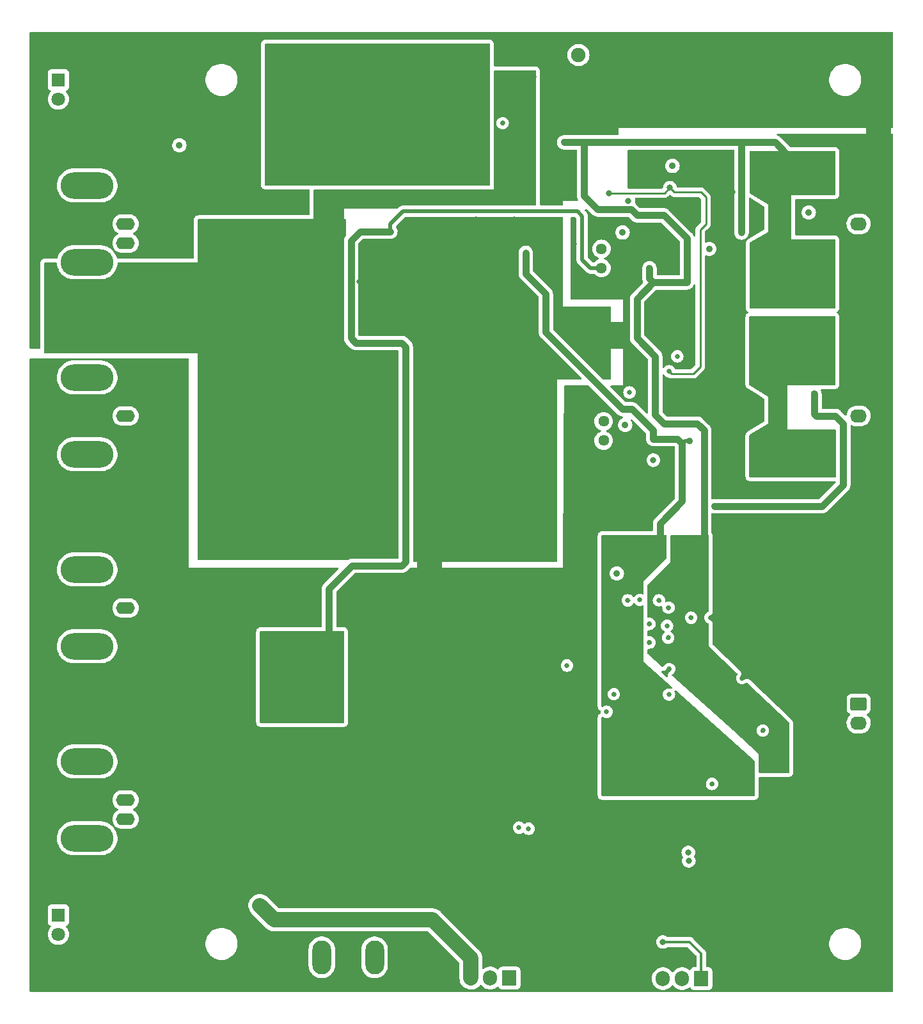
<source format=gbr>
%TF.GenerationSoftware,KiCad,Pcbnew,7.0.1*%
%TF.CreationDate,2023-05-22T18:30:33-04:00*%
%TF.ProjectId,bipolar_current_controller,6269706f-6c61-4725-9f63-757272656e74,rev?*%
%TF.SameCoordinates,Original*%
%TF.FileFunction,Copper,L4,Bot*%
%TF.FilePolarity,Positive*%
%FSLAX46Y46*%
G04 Gerber Fmt 4.6, Leading zero omitted, Abs format (unit mm)*
G04 Created by KiCad (PCBNEW 7.0.1) date 2023-05-22 18:30:33*
%MOMM*%
%LPD*%
G01*
G04 APERTURE LIST*
G04 Aperture macros list*
%AMRoundRect*
0 Rectangle with rounded corners*
0 $1 Rounding radius*
0 $2 $3 $4 $5 $6 $7 $8 $9 X,Y pos of 4 corners*
0 Add a 4 corners polygon primitive as box body*
4,1,4,$2,$3,$4,$5,$6,$7,$8,$9,$2,$3,0*
0 Add four circle primitives for the rounded corners*
1,1,$1+$1,$2,$3*
1,1,$1+$1,$4,$5*
1,1,$1+$1,$6,$7*
1,1,$1+$1,$8,$9*
0 Add four rect primitives between the rounded corners*
20,1,$1+$1,$2,$3,$4,$5,0*
20,1,$1+$1,$4,$5,$6,$7,0*
20,1,$1+$1,$6,$7,$8,$9,0*
20,1,$1+$1,$8,$9,$2,$3,0*%
G04 Aperture macros list end*
%TA.AperFunction,ComponentPad*%
%ADD10C,0.355600*%
%TD*%
%TA.AperFunction,SMDPad,CuDef*%
%ADD11R,2.540000X3.556000*%
%TD*%
%TA.AperFunction,ComponentPad*%
%ADD12R,1.905000X2.000000*%
%TD*%
%TA.AperFunction,ComponentPad*%
%ADD13O,1.905000X2.000000*%
%TD*%
%TA.AperFunction,ComponentPad*%
%ADD14RoundRect,0.250000X-0.845000X0.620000X-0.845000X-0.620000X0.845000X-0.620000X0.845000X0.620000X0*%
%TD*%
%TA.AperFunction,ComponentPad*%
%ADD15O,2.190000X1.740000*%
%TD*%
%TA.AperFunction,ComponentPad*%
%ADD16O,2.500000X4.500000*%
%TD*%
%TA.AperFunction,ComponentPad*%
%ADD17R,1.800000X1.800000*%
%TD*%
%TA.AperFunction,ComponentPad*%
%ADD18C,1.800000*%
%TD*%
%TA.AperFunction,ComponentPad*%
%ADD19C,1.440000*%
%TD*%
%TA.AperFunction,ComponentPad*%
%ADD20O,2.500000X1.600000*%
%TD*%
%TA.AperFunction,ComponentPad*%
%ADD21O,7.000000X3.500000*%
%TD*%
%TA.AperFunction,ViaPad*%
%ADD22C,0.889000*%
%TD*%
%TA.AperFunction,ViaPad*%
%ADD23C,0.800000*%
%TD*%
%TA.AperFunction,ViaPad*%
%ADD24C,0.635000*%
%TD*%
%TA.AperFunction,ViaPad*%
%ADD25C,1.651000*%
%TD*%
%TA.AperFunction,ViaPad*%
%ADD26C,1.905000*%
%TD*%
%TA.AperFunction,Conductor*%
%ADD27C,0.889000*%
%TD*%
%TA.AperFunction,Conductor*%
%ADD28C,0.508000*%
%TD*%
%TA.AperFunction,Conductor*%
%ADD29C,0.250000*%
%TD*%
%TA.AperFunction,Conductor*%
%ADD30C,0.304800*%
%TD*%
%TA.AperFunction,Conductor*%
%ADD31C,2.032000*%
%TD*%
G04 APERTURE END LIST*
D10*
%TO.P,U8,9,EP*%
%TO.N,-15V*%
X161636824Y-48491039D03*
X161636824Y-50015039D03*
X161636824Y-51539039D03*
X162081324Y-49253039D03*
X162081324Y-50777039D03*
X162525824Y-48491039D03*
X162525824Y-50015039D03*
D11*
X162525824Y-50015039D03*
D10*
X162525824Y-51539039D03*
X162970324Y-49253039D03*
X162970324Y-50777039D03*
X163414824Y-48491039D03*
X163414824Y-50015039D03*
X163414824Y-51539039D03*
%TD*%
D12*
%TO.P,U12,1,ADJ*%
%TO.N,Net-(U12-ADJ)*%
X152400000Y-150640058D03*
D13*
%TO.P,U12,2,VI*%
%TO.N,Net-(U12-VI)*%
X149860000Y-150640058D03*
%TO.P,U12,3,VO*%
%TO.N,V-*%
X147320000Y-150640058D03*
%TD*%
D14*
%TO.P,J7,1,Pin_1*%
%TO.N,GND*%
X173228000Y-48260000D03*
D15*
%TO.P,J7,2,Pin_2*%
%TO.N,Net-(J7-Pin_2)*%
X173228000Y-50800000D03*
%TD*%
D16*
%TO.P,P1,1,Pin_1*%
%TO.N,+24V*%
X102164000Y-147828000D03*
%TO.P,P1,2,Pin_2*%
%TO.N,GND*%
X105664000Y-147828000D03*
%TO.P,P1,3,Pin_3*%
%TO.N,-24V*%
X109164000Y-147828000D03*
%TD*%
D17*
%TO.P,D6,1,K*%
%TO.N,Net-(D6-K)*%
X67310000Y-31750000D03*
D18*
%TO.P,D6,2,A*%
%TO.N,Digital_control*%
X67310000Y-34290000D03*
%TD*%
D19*
%TO.P,RV1,1,1*%
%TO.N,GND*%
X139197249Y-51558848D03*
%TO.P,RV1,2,2*%
%TO.N,Net-(R13-Pad2)*%
X139197249Y-54098848D03*
%TO.P,RV1,3,3*%
%TO.N,-5V*%
X139197249Y-56638848D03*
%TD*%
D14*
%TO.P,J8,1,Pin_1*%
%TO.N,GND*%
X173228000Y-73660000D03*
D15*
%TO.P,J8,2,Pin_2*%
%TO.N,Net-(J8-Pin_2)*%
X173228000Y-76200000D03*
%TD*%
D20*
%TO.P,J1,1,In*%
%TO.N,Net-(J1-In)*%
X76200000Y-101600000D03*
%TO.P,J1,2,Ext*%
%TO.N,GND*%
X76200000Y-104140000D03*
D21*
%TO.P,J1,3*%
%TO.N,N/C*%
X71120000Y-106680000D03*
X71120000Y-96520000D03*
%TD*%
D20*
%TO.P,J2,1,In*%
%TO.N,Net-(J2-In)*%
X76200000Y-127000000D03*
%TO.P,J2,2,Ext*%
%TO.N,Net-(J2-Ext)*%
X76200000Y-129540000D03*
D21*
%TO.P,J2,3*%
%TO.N,N/C*%
X71120000Y-132080000D03*
X71120000Y-121920000D03*
%TD*%
D10*
%TO.P,U7,9,EP*%
%TO.N,V-*%
X161618527Y-73858822D03*
X161618527Y-75382822D03*
X161618527Y-76906822D03*
X162063027Y-74620822D03*
X162063027Y-76144822D03*
X162507527Y-73858822D03*
X162507527Y-75382822D03*
D11*
X162507527Y-75382822D03*
D10*
X162507527Y-76906822D03*
X162952027Y-74620822D03*
X162952027Y-76144822D03*
X163396527Y-73858822D03*
X163396527Y-75382822D03*
X163396527Y-76906822D03*
%TD*%
D12*
%TO.P,U11,1,ADJ*%
%TO.N,Net-(U11-ADJ)*%
X127000000Y-150561586D03*
D13*
%TO.P,U11,2,VO*%
%TO.N,V+*%
X124460000Y-150561586D03*
%TO.P,U11,3,VI*%
%TO.N,Net-(U11-VI)*%
X121920000Y-150561586D03*
%TD*%
D19*
%TO.P,RV2,1,1*%
%TO.N,GND*%
X139467129Y-81999056D03*
%TO.P,RV2,2,2*%
%TO.N,Net-(R15-Pad2)*%
X139467129Y-79459056D03*
%TO.P,RV2,3,3*%
%TO.N,+5V*%
X139467129Y-76919056D03*
%TD*%
D20*
%TO.P,J6,1,In*%
%TO.N,Net-(J6-In)*%
X76200000Y-50800000D03*
%TO.P,J6,2,Ext*%
%TO.N,Net-(J6-Ext)*%
X76200000Y-53340000D03*
D21*
%TO.P,J6,3*%
%TO.N,N/C*%
X71120000Y-55880000D03*
X71120000Y-45720000D03*
%TD*%
D14*
%TO.P,J9,1,Pin_1*%
%TO.N,POWER_GND_REF*%
X173228000Y-114300000D03*
D15*
%TO.P,J9,2,Pin_2*%
%TO.N,U2*%
X173228000Y-116840000D03*
%TD*%
D17*
%TO.P,D3,1,K*%
%TO.N,Net-(D3-K)*%
X67310000Y-142240000D03*
D18*
%TO.P,D3,2,A*%
%TO.N,+5V*%
X67310000Y-144780000D03*
%TD*%
D20*
%TO.P,J4,1,In*%
%TO.N,Net-(J4-In)*%
X76200000Y-76200000D03*
%TO.P,J4,2,Ext*%
%TO.N,GND*%
X76200000Y-78740000D03*
D21*
%TO.P,J4,3*%
%TO.N,N/C*%
X71120000Y-81280000D03*
X71120000Y-71120000D03*
%TD*%
D22*
%TO.N,+15V*%
X150876000Y-79502000D03*
X167386000Y-73279000D03*
X154178000Y-88138000D03*
D23*
X129159000Y-54610000D03*
X129159000Y-57404000D03*
X157982938Y-125284119D03*
X142995702Y-106502801D03*
D22*
X142667004Y-103922803D03*
X149860000Y-87503000D03*
D23*
X129159000Y-56007000D03*
D24*
%TO.N,GND*%
X151055911Y-102890211D03*
D23*
X122936000Y-67056000D03*
D24*
X81915000Y-110490000D03*
X116840000Y-50800000D03*
X135639515Y-53399489D03*
D22*
X143718922Y-33172935D03*
X121920000Y-71628000D03*
D24*
X167640000Y-127508000D03*
D22*
X128016000Y-71628000D03*
D24*
X77470000Y-133985000D03*
X148155575Y-109675244D03*
X85090000Y-136093200D03*
X142277096Y-56650718D03*
X120015000Y-132715000D03*
X81280000Y-119380000D03*
D22*
X142448922Y-32537935D03*
D24*
X126111000Y-37465000D03*
X137109200Y-140716000D03*
X137354061Y-102901414D03*
X157811937Y-110882289D03*
X160552198Y-117820051D03*
X169723832Y-49236282D03*
X84454402Y-36967784D03*
D23*
X120650000Y-63246000D03*
D24*
X78105000Y-125095000D03*
X147522343Y-140457499D03*
X131653922Y-29997935D03*
D23*
X129540000Y-61722000D03*
D24*
X78740000Y-99060000D03*
X151071886Y-138957959D03*
D23*
X122682000Y-61468000D03*
D24*
X117602000Y-53340000D03*
X77381114Y-38388970D03*
X88265000Y-121285000D03*
D22*
X142448922Y-34442935D03*
D24*
X127381000Y-28321000D03*
D23*
X128524000Y-69088000D03*
D22*
X144988922Y-33807935D03*
X119380000Y-79756000D03*
D24*
X81280000Y-105410000D03*
X85852000Y-111252000D03*
D23*
X129540000Y-63754000D03*
D25*
X73676179Y-142129016D03*
D24*
X125291800Y-142258404D03*
D25*
X108458000Y-140154326D03*
D24*
X80010000Y-74295000D03*
X151993004Y-50169869D03*
X117583786Y-140126400D03*
D25*
X105664000Y-140154326D03*
D24*
X76200000Y-132080000D03*
D23*
X120650000Y-61468000D03*
D22*
X141178922Y-34442935D03*
X144988922Y-31267935D03*
D24*
X148269173Y-55369716D03*
X110490000Y-136093200D03*
D22*
X139908922Y-31902935D03*
D24*
X112395000Y-58420000D03*
X131013200Y-140716000D03*
D22*
X133604000Y-122936000D03*
D24*
X135331200Y-137464800D03*
X107315000Y-62357000D03*
X98425000Y-132715000D03*
X118364000Y-123444000D03*
X88900000Y-132715000D03*
X145538770Y-106172043D03*
X163140719Y-127231458D03*
X80645000Y-116205000D03*
D23*
X128016000Y-61468000D03*
D24*
X167640000Y-121412000D03*
X83185000Y-132715000D03*
D22*
X127000000Y-79756000D03*
D24*
X155211531Y-92643515D03*
X101600000Y-136144000D03*
D22*
X143718922Y-30632935D03*
D24*
X157833805Y-81084503D03*
D23*
X125222000Y-67310000D03*
D22*
X124460000Y-82296000D03*
D23*
X120650000Y-67056000D03*
X126492000Y-69088000D03*
D22*
X144988922Y-29997935D03*
D24*
X101600000Y-119380000D03*
X167640000Y-133604000D03*
D23*
X125730000Y-63500000D03*
D24*
X148599431Y-80747683D03*
X131653922Y-34569935D03*
X80645000Y-102870000D03*
D23*
X122682000Y-63500000D03*
D22*
X128016000Y-122936000D03*
D24*
X73660000Y-127635000D03*
X161425163Y-94616097D03*
X123825000Y-135890000D03*
X146794145Y-100592165D03*
X127635000Y-50165000D03*
D23*
X120650000Y-69088000D03*
D24*
X145409742Y-55392753D03*
D22*
X132588000Y-50292000D03*
D24*
X84455000Y-123190000D03*
X114935000Y-119380000D03*
X131445000Y-37465000D03*
X107061000Y-58420000D03*
X150164377Y-41343253D03*
X80010000Y-90170000D03*
X140864945Y-35966935D03*
D22*
X134112000Y-64008000D03*
D24*
X72096620Y-142240064D03*
D23*
X125984000Y-66040000D03*
D24*
X82550000Y-136525000D03*
X80010000Y-95885000D03*
D22*
X132080000Y-54356000D03*
X139908922Y-33807935D03*
D24*
X144226922Y-35966935D03*
X156517568Y-135080830D03*
X122555000Y-132715000D03*
X134366000Y-32385000D03*
D22*
X141178922Y-31267935D03*
D24*
X142736481Y-82010986D03*
D22*
X130048000Y-82296000D03*
D24*
X108712000Y-99822000D03*
X167640000Y-109728000D03*
X84449347Y-39624000D03*
X130175000Y-137160000D03*
X153830010Y-124876038D03*
X156715323Y-71753171D03*
X80010000Y-84455000D03*
X106019600Y-136144000D03*
X89535000Y-115570000D03*
D22*
X142448922Y-31267935D03*
X125476000Y-71628000D03*
D24*
X132080000Y-132715000D03*
X135255000Y-132715000D03*
X142675532Y-100597953D03*
D23*
X120650000Y-65278000D03*
D22*
X144988922Y-32537935D03*
D24*
X143926731Y-71066918D03*
X128905000Y-113030000D03*
X111125000Y-124460000D03*
X91440000Y-132715000D03*
D22*
X141178922Y-32537935D03*
D24*
X133604000Y-106172000D03*
X126365000Y-136525000D03*
X140716000Y-137160000D03*
D22*
X116332000Y-79756000D03*
D24*
X157819007Y-55746584D03*
X84455000Y-100965000D03*
X168656000Y-117856000D03*
X134162800Y-140766800D03*
X121920000Y-118110000D03*
X153622816Y-102880105D03*
X146862800Y-133299200D03*
D22*
X131064000Y-71628000D03*
D25*
X162052000Y-142240000D03*
D24*
X81915000Y-98425000D03*
X123190000Y-111760000D03*
X97790000Y-136144000D03*
X150188370Y-66297411D03*
X71897575Y-31752096D03*
D23*
X125222000Y-61214000D03*
D24*
X141122400Y-140766800D03*
X80010000Y-93345000D03*
X76835000Y-89535000D03*
X145767247Y-80745421D03*
X80645000Y-130175000D03*
X135890000Y-80264000D03*
D23*
X123444000Y-65278000D03*
D24*
X148065187Y-101568008D03*
X80010000Y-76835000D03*
X144226922Y-28600935D03*
D22*
X128939168Y-59656244D03*
D24*
X145538770Y-103709754D03*
X154155979Y-76067877D03*
X73025000Y-75565000D03*
X76200000Y-83185000D03*
D23*
X122428000Y-69088000D03*
D24*
X156571504Y-46611814D03*
X140864945Y-28641225D03*
X89001600Y-136144000D03*
X119814190Y-141668003D03*
D22*
X130048000Y-79756000D03*
D24*
X101600000Y-124460000D03*
D22*
X133096000Y-70104000D03*
X143718922Y-31902935D03*
X124460000Y-79756000D03*
D24*
X79375000Y-135890000D03*
X167740448Y-103501913D03*
D23*
X129540000Y-67818000D03*
D22*
X136144000Y-66040000D03*
X119380000Y-82296000D03*
D24*
X140828404Y-113010136D03*
D22*
X129540000Y-122936000D03*
D23*
X124460000Y-69088000D03*
D24*
X116840000Y-132715000D03*
X92710000Y-124460000D03*
D22*
X139908922Y-30632935D03*
D24*
X148826329Y-74335314D03*
X84512682Y-104767018D03*
D22*
X142448922Y-29997935D03*
X121412000Y-79756000D03*
D24*
X122555000Y-50165000D03*
X92075000Y-136144000D03*
X80010000Y-80645000D03*
X125095000Y-53340000D03*
D23*
X129540000Y-65532000D03*
D24*
X125095000Y-58674000D03*
X107950000Y-119380000D03*
X148300585Y-135503323D03*
X167741889Y-97313903D03*
X148027762Y-105540972D03*
D22*
X141178922Y-29997935D03*
D24*
X153967344Y-50834856D03*
X127000000Y-132715000D03*
X145288000Y-138582400D03*
X94615000Y-119380000D03*
D22*
X127000000Y-82296000D03*
D23*
X128016000Y-66802000D03*
D24*
X152908000Y-137160000D03*
D22*
X131826000Y-122936000D03*
D24*
X137292146Y-97380801D03*
D23*
X127762000Y-64516000D03*
D24*
X118745000Y-116840000D03*
X169672000Y-74676000D03*
X80010000Y-128270000D03*
X76835000Y-73660000D03*
D22*
X131572000Y-68072000D03*
X116332000Y-82296000D03*
X121412000Y-82296000D03*
D24*
X143881837Y-45847894D03*
X85090000Y-118110000D03*
X153960059Y-127979467D03*
X78740000Y-73660000D03*
X77470000Y-95885000D03*
X144678400Y-135077200D03*
D23*
%TO.N,-15V*%
X146801759Y-106241834D03*
D22*
X88392000Y-84328000D03*
X96520000Y-59055000D03*
X67564000Y-59436000D03*
X108204000Y-89916000D03*
X105156000Y-78740000D03*
X102616000Y-69088000D03*
X102870000Y-53340000D03*
X97028000Y-70612000D03*
X101600000Y-51435000D03*
X99060000Y-93472000D03*
X97155000Y-55245000D03*
X105156000Y-73660000D03*
X108204000Y-86868000D03*
X111760000Y-93472000D03*
X97790000Y-60325000D03*
X97028000Y-62484000D03*
X99060000Y-51435000D03*
X92964000Y-58928000D03*
X89916000Y-53848000D03*
X99568000Y-69088000D03*
X73660000Y-64516000D03*
X104140000Y-55245000D03*
X99060000Y-81788000D03*
X90424000Y-62484000D03*
X103505000Y-57150000D03*
X90424000Y-67564000D03*
D23*
X130165324Y-31323190D03*
D22*
X88392000Y-90932000D03*
X99568000Y-64008000D03*
X92964000Y-53848000D03*
X105156000Y-84328000D03*
X87376000Y-65024000D03*
X101600000Y-55245000D03*
X76708000Y-59436000D03*
X108204000Y-81788000D03*
X87376000Y-74168000D03*
X79756000Y-64516000D03*
X102616000Y-66548000D03*
X105156000Y-93472000D03*
X90424000Y-65024000D03*
X97028000Y-67564000D03*
X70612000Y-64516000D03*
D23*
X161596302Y-121547000D03*
D22*
X89916000Y-58928000D03*
X87376000Y-70612000D03*
X93472000Y-74168000D03*
X111760000Y-76200000D03*
X99060000Y-59055000D03*
X87376000Y-67564000D03*
X157734000Y-44196000D03*
X88392000Y-87376000D03*
X108204000Y-84328000D03*
X105156000Y-86868000D03*
X105156000Y-89916000D03*
X93472000Y-62484000D03*
X102108000Y-93472000D03*
X76708000Y-61976000D03*
X145542000Y-56642000D03*
X111760000Y-89916000D03*
X96520000Y-89916000D03*
X88392000Y-81788000D03*
X102108000Y-76708000D03*
X93472000Y-70612000D03*
X96520000Y-93472000D03*
X102108000Y-79248000D03*
X96520000Y-84328000D03*
X82804000Y-64516000D03*
X102616000Y-64008000D03*
X108204000Y-93472000D03*
X70612000Y-59436000D03*
X108204000Y-73660000D03*
X98425000Y-53340000D03*
X70612000Y-61976000D03*
X99695000Y-55245000D03*
X97028000Y-74168000D03*
X102108000Y-81788000D03*
X90424000Y-70612000D03*
X73660000Y-59436000D03*
X100330000Y-53340000D03*
X105156000Y-81788000D03*
X99568000Y-66548000D03*
X79756000Y-61976000D03*
X89916000Y-56388000D03*
X111760000Y-81788000D03*
X76708000Y-64516000D03*
X100965000Y-60325000D03*
X134239000Y-40005000D03*
X86868000Y-58928000D03*
D23*
X128782844Y-31333990D03*
D22*
X105156000Y-76200000D03*
X96520000Y-86868000D03*
X108204000Y-70612000D03*
X102108000Y-89916000D03*
D23*
X152364946Y-100855373D03*
D22*
X102108000Y-86868000D03*
X111760000Y-86868000D03*
X82804000Y-61976000D03*
D23*
X127238355Y-31366392D03*
D22*
X93472000Y-67564000D03*
X86868000Y-53848000D03*
X99060000Y-89916000D03*
X99060000Y-86868000D03*
X97155000Y-51435000D03*
X108204000Y-76200000D03*
X73660000Y-61976000D03*
X88392000Y-79248000D03*
X97790000Y-57150000D03*
X67564000Y-61976000D03*
X82804000Y-59436000D03*
X99060000Y-84328000D03*
X111760000Y-68072000D03*
X108204000Y-78740000D03*
X79756000Y-59436000D03*
X100965000Y-57150000D03*
X157734000Y-51943000D03*
X67564000Y-64516000D03*
X93472000Y-65024000D03*
X96520000Y-81788000D03*
X92964000Y-56388000D03*
X111760000Y-78740000D03*
X111760000Y-73660000D03*
X90424000Y-74168000D03*
X104140000Y-51435000D03*
X87376000Y-62484000D03*
X102235000Y-59055000D03*
X111760000Y-70612000D03*
X93472000Y-91948000D03*
X93472000Y-88392000D03*
X102108000Y-84328000D03*
X97028000Y-65024000D03*
X86868000Y-56388000D03*
X111760000Y-84328000D03*
X93472000Y-85344000D03*
X104140000Y-60325000D03*
D24*
%TO.N,-2V5*%
X134620000Y-109220000D03*
X148126800Y-113060317D03*
%TO.N,+2V5*%
X129540000Y-130810000D03*
X128270000Y-130659163D03*
X139878959Y-115338405D03*
D23*
%TO.N,-5V*%
X103632000Y-112268000D03*
X103632000Y-106172000D03*
X95504000Y-114808000D03*
X99568000Y-106172000D03*
X99568000Y-112776000D03*
X97028000Y-111760000D03*
X101092000Y-114808000D03*
X111252000Y-51816000D03*
X99568000Y-110236000D03*
X97028000Y-108712000D03*
X101600000Y-110744000D03*
X101600000Y-112776000D03*
X98044000Y-114808000D03*
X99568000Y-107696000D03*
X103632000Y-114808000D03*
X108204000Y-51816000D03*
X95504000Y-106172000D03*
X101600000Y-106172000D03*
X101600000Y-107696000D03*
X109728000Y-51816000D03*
X103632000Y-108204000D03*
X95504000Y-110236000D03*
X97536000Y-106172000D03*
X103632000Y-110236000D03*
D22*
%TO.N,V+*%
X148590000Y-43125585D03*
D26*
X136153500Y-28457500D03*
D22*
X166624000Y-49276000D03*
X153475627Y-54102000D03*
D24*
X149225000Y-68326000D03*
D22*
%TO.N,V-*%
X117475000Y-33655000D03*
X115570000Y-33655000D03*
X118745000Y-35560000D03*
X121285000Y-35560000D03*
X123825000Y-35560000D03*
X123190000Y-30480000D03*
X121285000Y-31750000D03*
X122555000Y-37465000D03*
X120015000Y-33655000D03*
X116840000Y-31750000D03*
X118745000Y-39370000D03*
X118110000Y-30480000D03*
X123190000Y-31750000D03*
X121920000Y-33655000D03*
X116205000Y-39370000D03*
X116840000Y-35560000D03*
D23*
X142748000Y-47752000D03*
D22*
X118745000Y-31750000D03*
X115570000Y-30480000D03*
X117475000Y-37465000D03*
D23*
X146050000Y-82042000D03*
D22*
X120650000Y-30480000D03*
D24*
X142890239Y-73079467D03*
D22*
X120015000Y-37465000D03*
X121285000Y-39370000D03*
D24*
%TO.N,Net-(J1-In)*%
X144270733Y-100531174D03*
D23*
%TO.N,Net-(J2-In)*%
X150683599Y-133942756D03*
%TO.N,Net-(J2-Ext)*%
X150745586Y-135058437D03*
D24*
%TO.N,Net-(J4-In)*%
X147867684Y-103956128D03*
D22*
%TO.N,Net-(J5-Pin_3)*%
X142326661Y-77386257D03*
X141224000Y-97028000D03*
X141992606Y-51924665D03*
D24*
%TO.N,Digital_control*%
X148146169Y-70290173D03*
D22*
X83312000Y-40386000D03*
D23*
X140208000Y-46736000D03*
X148242140Y-46003024D03*
%TO.N,Net-(U12-ADJ)*%
X147317096Y-145787623D03*
D26*
%TO.N,Net-(U11-VI)*%
X93980000Y-140970000D03*
%TD*%
D27*
%TO.N,+15V*%
X149860000Y-87503000D02*
X146939000Y-90424000D01*
X129159000Y-57404000D02*
X131826000Y-60071000D01*
X129159000Y-54610000D02*
X129159000Y-56007000D01*
X171196000Y-77216000D02*
X170180000Y-76200000D01*
X129159000Y-56007000D02*
X129159000Y-57404000D01*
D28*
X150876000Y-79502000D02*
X150241000Y-79502000D01*
D27*
X149860000Y-79883000D02*
X149860000Y-87503000D01*
X167640000Y-76200000D02*
X167386000Y-75946000D01*
X170180000Y-76200000D02*
X167640000Y-76200000D01*
X167386000Y-75946000D02*
X167386000Y-73279000D01*
X171196000Y-85344000D02*
X171196000Y-77216000D01*
X131826000Y-65151000D02*
X141986000Y-75311000D01*
X154178000Y-88138000D02*
X168402000Y-88138000D01*
X141986000Y-75311000D02*
X143256000Y-75311000D01*
X146050000Y-78105000D02*
X146050000Y-79248000D01*
X143256000Y-75311000D02*
X146050000Y-78105000D01*
X131826000Y-60071000D02*
X131826000Y-65151000D01*
X146050000Y-79248000D02*
X149225000Y-79248000D01*
X149225000Y-79248000D02*
X149860000Y-79883000D01*
D28*
X150241000Y-79502000D02*
X149860000Y-79883000D01*
D27*
X168402000Y-88138000D02*
X171196000Y-85344000D01*
X146939000Y-90424000D02*
X146939000Y-92456000D01*
%TO.N,-15V*%
X143129000Y-48895000D02*
X143891000Y-49657000D01*
X136906000Y-47117000D02*
X138684000Y-48895000D01*
X143891000Y-49657000D02*
X147447000Y-49657000D01*
X152781000Y-78105000D02*
X152781000Y-93599000D01*
X157734000Y-44196000D02*
X157734000Y-51943000D01*
X145542000Y-58039000D02*
X145542000Y-56642000D01*
X157734000Y-40005000D02*
X162179000Y-40005000D01*
X136906000Y-40005000D02*
X136906000Y-47117000D01*
X151892000Y-77216000D02*
X152781000Y-78105000D01*
X143891000Y-60706000D02*
X143891000Y-65913000D01*
X138684000Y-48895000D02*
X143129000Y-48895000D01*
X157734000Y-40005000D02*
X157734000Y-44196000D01*
X150241000Y-77216000D02*
X151892000Y-77216000D01*
X147447000Y-49657000D02*
X150495000Y-52705000D01*
X146304000Y-76073000D02*
X147447000Y-77216000D01*
X143891000Y-65913000D02*
X146304000Y-68326000D01*
X163576000Y-41402000D02*
X163576000Y-41910000D01*
X134239000Y-40005000D02*
X136906000Y-40005000D01*
X136906000Y-40005000D02*
X157734000Y-40005000D01*
X146050000Y-58547000D02*
X143891000Y-60706000D01*
X146050000Y-58547000D02*
X145542000Y-58039000D01*
X147447000Y-77216000D02*
X150241000Y-77216000D01*
X150495000Y-58547000D02*
X146050000Y-58547000D01*
X146304000Y-68326000D02*
X146304000Y-76073000D01*
X162179000Y-40005000D02*
X163576000Y-41402000D01*
X150495000Y-52705000D02*
X150495000Y-58547000D01*
D28*
%TO.N,-5V*%
X137753012Y-56638848D02*
X139197249Y-56638848D01*
D27*
X108204000Y-51816000D02*
X107268735Y-51816000D01*
D28*
X112928400Y-49123600D02*
X135991600Y-49123600D01*
D27*
X103124000Y-99060000D02*
X103124000Y-106680000D01*
D28*
X135991600Y-49123600D02*
X136652000Y-49784000D01*
X136652000Y-55537836D02*
X137753012Y-56638848D01*
D27*
X107268735Y-51816000D02*
X106043217Y-53041518D01*
X109728000Y-51816000D02*
X108204000Y-51816000D01*
X112776000Y-66548000D02*
X113284000Y-67056000D01*
X113284000Y-95504000D02*
X112776000Y-96012000D01*
X106680000Y-66548000D02*
X112776000Y-66548000D01*
X111252000Y-51816000D02*
X109728000Y-51816000D01*
X106172000Y-96012000D02*
X103124000Y-99060000D01*
D28*
X136652000Y-49784000D02*
X136652000Y-55537836D01*
D27*
X106043217Y-65911217D02*
X106680000Y-66548000D01*
X112776000Y-96012000D02*
X106172000Y-96012000D01*
D28*
X111252000Y-51816000D02*
X111252000Y-50800000D01*
D27*
X106043217Y-53041518D02*
X106043217Y-65911217D01*
D28*
X111252000Y-50800000D02*
X112928400Y-49123600D01*
D27*
X113284000Y-67056000D02*
X113284000Y-95504000D01*
D29*
%TO.N,Digital_control*%
X152252896Y-51556704D02*
X152252896Y-69684777D01*
X152354854Y-46600171D02*
X153009600Y-47254917D01*
X153009600Y-47254917D02*
X153009600Y-50800000D01*
X148839287Y-46600171D02*
X152354854Y-46600171D01*
X148474932Y-70618936D02*
X148146169Y-70290173D01*
X151318737Y-70618936D02*
X148474932Y-70618936D01*
X140208000Y-46736000D02*
X147509164Y-46736000D01*
X148242140Y-46003024D02*
X148839287Y-46600171D01*
X152252896Y-69684777D02*
X151318737Y-70618936D01*
X147509164Y-46736000D02*
X148242140Y-46003024D01*
X153009600Y-50800000D02*
X152252896Y-51556704D01*
D30*
%TO.N,Net-(U12-ADJ)*%
X147317096Y-145787623D02*
X150867623Y-145787623D01*
X152400000Y-147320000D02*
X152400000Y-150640058D01*
X150867623Y-145787623D02*
X152400000Y-147320000D01*
D31*
%TO.N,Net-(U11-VI)*%
X95885000Y-142875000D02*
X116840000Y-142875000D01*
X116840000Y-142875000D02*
X121920000Y-147955000D01*
X121920000Y-147955000D02*
X121920000Y-150561586D01*
X93980000Y-140970000D02*
X95885000Y-142875000D01*
%TD*%
%TA.AperFunction,Conductor*%
%TO.N,-15V*%
G36*
X170118000Y-41147124D02*
G01*
X170163387Y-41192511D01*
X170180000Y-41254511D01*
X170180000Y-46866000D01*
X170163387Y-46928000D01*
X170118000Y-46973387D01*
X170056000Y-46990000D01*
X164338000Y-46990000D01*
X164338000Y-52832000D01*
X170056000Y-52832000D01*
X170118000Y-52848613D01*
X170163387Y-52894000D01*
X170180000Y-52956000D01*
X170180000Y-61851810D01*
X170163355Y-61913865D01*
X170117890Y-61959260D01*
X170055810Y-61975809D01*
X158886856Y-61958700D01*
X158824938Y-61942025D01*
X158779629Y-61896646D01*
X158763048Y-61834701D01*
X158763048Y-53392718D01*
X158779143Y-53331623D01*
X158823251Y-53286389D01*
X161303048Y-51798512D01*
X161303048Y-48242511D01*
X161303047Y-48242510D01*
X159649849Y-47250592D01*
X158823250Y-46754632D01*
X158779143Y-46709399D01*
X158763048Y-46648304D01*
X158763048Y-41254511D01*
X158779661Y-41192511D01*
X158825048Y-41147124D01*
X158887048Y-41130511D01*
X170056000Y-41130511D01*
X170118000Y-41147124D01*
G37*
%TD.AperFunction*%
%TD*%
%TA.AperFunction,Conductor*%
%TO.N,GND*%
G36*
X134050000Y-49894713D02*
G01*
X134095387Y-49940100D01*
X134112000Y-50002100D01*
X134112000Y-61722000D01*
X140338000Y-61722000D01*
X140400000Y-61738613D01*
X140445387Y-61784000D01*
X140462000Y-61846000D01*
X140462000Y-63754000D01*
X139700000Y-63754000D01*
X139700000Y-67310000D01*
X140462000Y-67310000D01*
X140462000Y-71250000D01*
X140445387Y-71312000D01*
X140400000Y-71357387D01*
X140338000Y-71374000D01*
X139436794Y-71374000D01*
X139389341Y-71364561D01*
X139349113Y-71337681D01*
X132807319Y-64795888D01*
X132780439Y-64755660D01*
X132771000Y-64708207D01*
X132771000Y-60084544D01*
X132771040Y-60081403D01*
X132773131Y-59998877D01*
X132773130Y-59998876D01*
X132773131Y-59998873D01*
X132763341Y-59944257D01*
X132762039Y-59934972D01*
X132756429Y-59879792D01*
X132747955Y-59852784D01*
X132744218Y-59837557D01*
X132739224Y-59809694D01*
X132718643Y-59758171D01*
X132715498Y-59749337D01*
X132698893Y-59696412D01*
X132685160Y-59671671D01*
X132678429Y-59657497D01*
X132667930Y-59631212D01*
X132637408Y-59584900D01*
X132632529Y-59576847D01*
X132605621Y-59528368D01*
X132587189Y-59506897D01*
X132577748Y-59494376D01*
X132562167Y-59470735D01*
X132522951Y-59431519D01*
X132516545Y-59424607D01*
X132480431Y-59382538D01*
X132458057Y-59365220D01*
X132446276Y-59354844D01*
X130140319Y-57048888D01*
X130113439Y-57008660D01*
X130104000Y-56961207D01*
X130104000Y-54562082D01*
X130099101Y-54513905D01*
X130089429Y-54418792D01*
X130031893Y-54235412D01*
X129962204Y-54109856D01*
X129938621Y-54067367D01*
X129813431Y-53921538D01*
X129661451Y-53803897D01*
X129488896Y-53719255D01*
X129432310Y-53704604D01*
X129302837Y-53671081D01*
X129274839Y-53669661D01*
X129110888Y-53661345D01*
X128920911Y-53690449D01*
X128740681Y-53757199D01*
X128577576Y-53858862D01*
X128438277Y-53991277D01*
X128328482Y-54149024D01*
X128303528Y-54207175D01*
X128252689Y-54325643D01*
X128232525Y-54423761D01*
X128214000Y-54513905D01*
X128214000Y-57390474D01*
X128213960Y-57393616D01*
X128211868Y-57476127D01*
X128221651Y-57530708D01*
X128222960Y-57540037D01*
X128228571Y-57595208D01*
X128237045Y-57622219D01*
X128240784Y-57637455D01*
X128245777Y-57665307D01*
X128266343Y-57716798D01*
X128269501Y-57725667D01*
X128286107Y-57778588D01*
X128299843Y-57803337D01*
X128306570Y-57817500D01*
X128317071Y-57843788D01*
X128347588Y-57890094D01*
X128352464Y-57898141D01*
X128379379Y-57946633D01*
X128397810Y-57968102D01*
X128407253Y-57980625D01*
X128422833Y-58004265D01*
X128422835Y-58004266D01*
X128422835Y-58004267D01*
X128462048Y-58043480D01*
X128468453Y-58050391D01*
X128504568Y-58092460D01*
X128526940Y-58109777D01*
X128538721Y-58120153D01*
X130844681Y-60426113D01*
X130871561Y-60466341D01*
X130881000Y-60513794D01*
X130881000Y-65137474D01*
X130880960Y-65140616D01*
X130878868Y-65223127D01*
X130888651Y-65277708D01*
X130889960Y-65287037D01*
X130895571Y-65342208D01*
X130904045Y-65369219D01*
X130907784Y-65384455D01*
X130912777Y-65412307D01*
X130933343Y-65463798D01*
X130936501Y-65472667D01*
X130953107Y-65525588D01*
X130966843Y-65550337D01*
X130973570Y-65564500D01*
X130984071Y-65590788D01*
X131014588Y-65637094D01*
X131019464Y-65645141D01*
X131046379Y-65693633D01*
X131064810Y-65715102D01*
X131074253Y-65727625D01*
X131089833Y-65751265D01*
X131089835Y-65751266D01*
X131089835Y-65751267D01*
X131129048Y-65790480D01*
X131135453Y-65797391D01*
X131171568Y-65839460D01*
X131193940Y-65856777D01*
X131205721Y-65867153D01*
X136500887Y-71162319D01*
X136531137Y-71211682D01*
X136535679Y-71269398D01*
X136513524Y-71322885D01*
X136469501Y-71360485D01*
X136413206Y-71374000D01*
X133350000Y-71374000D01*
X133350000Y-95380000D01*
X133333387Y-95442000D01*
X133288000Y-95487387D01*
X133226000Y-95504000D01*
X118110000Y-95504000D01*
X118110000Y-93980000D01*
X114808000Y-93980000D01*
X114808000Y-95504000D01*
X114353000Y-95504000D01*
X114291000Y-95487387D01*
X114245613Y-95442000D01*
X114229000Y-95380000D01*
X114229000Y-67069504D01*
X114229040Y-67066363D01*
X114231130Y-66983876D01*
X114231129Y-66983875D01*
X114231130Y-66983873D01*
X114221343Y-66929275D01*
X114220040Y-66919978D01*
X114214429Y-66864792D01*
X114205956Y-66837789D01*
X114202215Y-66822543D01*
X114197224Y-66794696D01*
X114197223Y-66794693D01*
X114176647Y-66743183D01*
X114173494Y-66734323D01*
X114156893Y-66681412D01*
X114143158Y-66656667D01*
X114136426Y-66642490D01*
X114125930Y-66616214D01*
X114095415Y-66569912D01*
X114090534Y-66561854D01*
X114063622Y-66513369D01*
X114045187Y-66491895D01*
X114035736Y-66479360D01*
X114020166Y-66455735D01*
X113980957Y-66416526D01*
X113974551Y-66409614D01*
X113938431Y-66367538D01*
X113916053Y-66350217D01*
X113904272Y-66339841D01*
X113453803Y-65889372D01*
X113451610Y-65887123D01*
X113394721Y-65827276D01*
X113349196Y-65795590D01*
X113341684Y-65789926D01*
X113298708Y-65754883D01*
X113298706Y-65754882D01*
X113298705Y-65754881D01*
X113273624Y-65741780D01*
X113260198Y-65733646D01*
X113236974Y-65717481D01*
X113186008Y-65695609D01*
X113177499Y-65691568D01*
X113128354Y-65665897D01*
X113101144Y-65658111D01*
X113086361Y-65652848D01*
X113079238Y-65649791D01*
X113060357Y-65641689D01*
X113006018Y-65630521D01*
X112996893Y-65628281D01*
X112943578Y-65613026D01*
X112915362Y-65610877D01*
X112899822Y-65608697D01*
X112872098Y-65603000D01*
X112872097Y-65603000D01*
X112816636Y-65603000D01*
X112807221Y-65602642D01*
X112788514Y-65601217D01*
X112751937Y-65598432D01*
X112751936Y-65598432D01*
X112723873Y-65602006D01*
X112708208Y-65603000D01*
X107122795Y-65603000D01*
X107075345Y-65593562D01*
X107035118Y-65566685D01*
X107024540Y-65556108D01*
X106997657Y-65515878D01*
X106988217Y-65468423D01*
X106988217Y-53484312D01*
X106997656Y-53436859D01*
X107024536Y-53396631D01*
X107623847Y-52797319D01*
X107664075Y-52770439D01*
X107711528Y-52761000D01*
X111299918Y-52761000D01*
X111299920Y-52761000D01*
X111443208Y-52746429D01*
X111626588Y-52688893D01*
X111794632Y-52595621D01*
X111940461Y-52470431D01*
X112058104Y-52318449D01*
X112142745Y-52145896D01*
X112190919Y-51959837D01*
X112200654Y-51767890D01*
X112196291Y-51739413D01*
X112171550Y-51577911D01*
X112104800Y-51397681D01*
X112035056Y-51285786D01*
X112025267Y-51270082D01*
X112006500Y-51204492D01*
X112006500Y-51163886D01*
X112015939Y-51116433D01*
X112042819Y-51076205D01*
X113204605Y-49914419D01*
X113244833Y-49887539D01*
X113292286Y-49878100D01*
X133988000Y-49878100D01*
X134050000Y-49894713D01*
G37*
%TD.AperFunction*%
%TA.AperFunction,Conductor*%
G36*
X177737500Y-25417113D02*
G01*
X177782887Y-25462500D01*
X177799500Y-25524500D01*
X177799500Y-37976000D01*
X177782887Y-38038000D01*
X177737500Y-38083387D01*
X177675500Y-38100000D01*
X177546000Y-38100000D01*
X177546000Y-36576000D01*
X174244000Y-36576000D01*
X174244000Y-38100000D01*
X141478000Y-38100000D01*
X141478000Y-38936000D01*
X141461387Y-38998000D01*
X141416000Y-39043387D01*
X141354000Y-39060000D01*
X137002097Y-39060000D01*
X136933083Y-39060000D01*
X136926802Y-39059841D01*
X136857890Y-39056345D01*
X136846047Y-39058160D01*
X136843371Y-39058570D01*
X136824595Y-39060000D01*
X134291513Y-39060000D01*
X134279359Y-39059403D01*
X134239000Y-39055428D01*
X134198641Y-39059403D01*
X134195369Y-39059563D01*
X134145169Y-39064667D01*
X134144785Y-39064706D01*
X134049234Y-39074118D01*
X133961018Y-39101796D01*
X133959895Y-39102142D01*
X133869484Y-39129569D01*
X133867434Y-39130429D01*
X133787783Y-39174638D01*
X133786062Y-39175575D01*
X133708706Y-39216924D01*
X133696751Y-39225050D01*
X133632427Y-39280268D01*
X133630325Y-39282032D01*
X133567399Y-39333675D01*
X133552644Y-39348761D01*
X133550538Y-39350568D01*
X133501036Y-39414518D01*
X133498836Y-39417278D01*
X133449461Y-39477442D01*
X133447967Y-39480238D01*
X133436681Y-39497660D01*
X133432896Y-39502550D01*
X133398778Y-39572103D01*
X133396810Y-39575945D01*
X133361708Y-39641617D01*
X133359804Y-39647895D01*
X133352474Y-39666502D01*
X133348254Y-39675104D01*
X133329686Y-39746818D01*
X133328306Y-39751730D01*
X133307672Y-39819751D01*
X133306695Y-39829672D01*
X133303336Y-39848587D01*
X133300081Y-39861159D01*
X133296498Y-39931779D01*
X133296060Y-39937647D01*
X133289427Y-40004998D01*
X133290738Y-40018305D01*
X133291176Y-40036733D01*
X133290346Y-40053110D01*
X133300538Y-40119645D01*
X133301371Y-40126265D01*
X133307674Y-40190252D01*
X133312543Y-40206304D01*
X133316452Y-40223521D01*
X133319449Y-40243088D01*
X133341655Y-40303047D01*
X133344033Y-40310114D01*
X133361709Y-40368384D01*
X133371222Y-40386181D01*
X133378145Y-40401569D01*
X133386199Y-40423318D01*
X133418222Y-40474693D01*
X133422348Y-40481832D01*
X133449458Y-40532551D01*
X133464415Y-40550777D01*
X133473794Y-40563851D01*
X133487863Y-40586424D01*
X133527234Y-40627841D01*
X133533215Y-40634610D01*
X133567551Y-40676449D01*
X133588404Y-40693563D01*
X133599611Y-40703982D01*
X133620278Y-40725723D01*
X133664400Y-40756433D01*
X133672221Y-40762349D01*
X133711446Y-40794540D01*
X133738250Y-40808867D01*
X133750601Y-40816430D01*
X133778025Y-40835518D01*
X133824318Y-40855384D01*
X133833842Y-40859962D01*
X133875615Y-40882290D01*
X133875617Y-40882290D01*
X133875618Y-40882291D01*
X133907920Y-40892089D01*
X133920827Y-40896799D01*
X133935416Y-40903059D01*
X133954643Y-40911311D01*
X134000670Y-40920769D01*
X134011677Y-40923563D01*
X134053748Y-40936326D01*
X134090729Y-40939967D01*
X134103525Y-40941906D01*
X134142903Y-40950000D01*
X134186487Y-40950000D01*
X134198641Y-40950597D01*
X134239000Y-40954572D01*
X134279358Y-40950597D01*
X134291513Y-40950000D01*
X135837000Y-40950000D01*
X135899000Y-40966613D01*
X135944387Y-41012000D01*
X135961000Y-41074000D01*
X135961000Y-47103474D01*
X135960960Y-47106616D01*
X135958868Y-47189127D01*
X135968651Y-47243708D01*
X135969960Y-47253037D01*
X135975571Y-47308208D01*
X135984045Y-47335219D01*
X135987784Y-47350455D01*
X135992777Y-47378307D01*
X136013343Y-47429798D01*
X136016501Y-47438667D01*
X136033107Y-47491588D01*
X136046843Y-47516337D01*
X136053570Y-47530500D01*
X136064071Y-47556788D01*
X136064072Y-47556789D01*
X136066032Y-47559763D01*
X136086374Y-47622503D01*
X136071669Y-47686799D01*
X136026076Y-47734459D01*
X135962496Y-47752000D01*
X134112000Y-47752000D01*
X134112000Y-48245100D01*
X134095387Y-48307100D01*
X134050000Y-48352487D01*
X133988000Y-48369100D01*
X131185500Y-48369100D01*
X131123500Y-48352487D01*
X131078113Y-48307100D01*
X131061500Y-48245100D01*
X131061500Y-31895525D01*
X169322500Y-31895525D01*
X169362131Y-32183862D01*
X169362132Y-32183864D01*
X169440656Y-32464121D01*
X169556611Y-32731075D01*
X169707835Y-32979754D01*
X169891513Y-33205524D01*
X169891514Y-33205525D01*
X170104224Y-33404183D01*
X170341998Y-33572023D01*
X170342002Y-33572025D01*
X170600421Y-33705927D01*
X170874666Y-33803393D01*
X171159629Y-33862609D01*
X171377327Y-33877500D01*
X171522672Y-33877500D01*
X171522673Y-33877500D01*
X171740371Y-33862609D01*
X172025334Y-33803393D01*
X172299579Y-33705927D01*
X172557998Y-33572025D01*
X172795777Y-33404182D01*
X173008486Y-33205525D01*
X173192165Y-32979754D01*
X173343389Y-32731075D01*
X173459344Y-32464121D01*
X173537868Y-32183864D01*
X173577500Y-31895525D01*
X173577500Y-31604475D01*
X173537868Y-31316136D01*
X173459344Y-31035879D01*
X173343389Y-30768925D01*
X173192165Y-30520246D01*
X173008486Y-30294475D01*
X172795777Y-30095818D01*
X172795775Y-30095816D01*
X172558001Y-29927976D01*
X172299575Y-29794071D01*
X172025333Y-29696606D01*
X171740375Y-29637391D01*
X171566212Y-29625478D01*
X171522673Y-29622500D01*
X171377327Y-29622500D01*
X171341044Y-29624981D01*
X171159624Y-29637391D01*
X170874666Y-29696606D01*
X170600424Y-29794071D01*
X170341998Y-29927976D01*
X170104224Y-30095816D01*
X169891514Y-30294474D01*
X169707834Y-30520247D01*
X169556611Y-30768924D01*
X169440657Y-31035876D01*
X169362131Y-31316137D01*
X169322500Y-31604475D01*
X169322500Y-31895525D01*
X131061500Y-31895525D01*
X131061500Y-31418024D01*
X131062179Y-31405063D01*
X131070784Y-31323190D01*
X131062178Y-31241315D01*
X131061500Y-31228356D01*
X131061500Y-30603999D01*
X131044275Y-30473169D01*
X131044275Y-30473166D01*
X131027662Y-30411166D01*
X130977163Y-30289250D01*
X130977162Y-30289249D01*
X130896829Y-30184557D01*
X130851442Y-30139170D01*
X130746749Y-30058836D01*
X130624838Y-30008339D01*
X130562830Y-29991724D01*
X130432001Y-29974500D01*
X130432000Y-29974500D01*
X125092000Y-29974500D01*
X125089500Y-29974500D01*
X125027500Y-29957887D01*
X124982113Y-29912500D01*
X124965500Y-29850500D01*
X124965500Y-28457500D01*
X134695519Y-28457500D01*
X134715404Y-28697471D01*
X134715404Y-28697474D01*
X134715405Y-28697476D01*
X134774517Y-28930905D01*
X134871245Y-29151422D01*
X135002949Y-29353010D01*
X135166037Y-29530171D01*
X135356061Y-29678072D01*
X135567836Y-29792679D01*
X135795587Y-29870866D01*
X136033101Y-29910500D01*
X136273899Y-29910500D01*
X136511413Y-29870866D01*
X136739164Y-29792679D01*
X136950939Y-29678072D01*
X137140963Y-29530171D01*
X137304051Y-29353010D01*
X137435755Y-29151422D01*
X137532483Y-28930905D01*
X137591595Y-28697476D01*
X137611480Y-28457500D01*
X137591595Y-28217524D01*
X137532483Y-27984095D01*
X137435755Y-27763578D01*
X137304051Y-27561990D01*
X137140963Y-27384829D01*
X136950939Y-27236928D01*
X136739164Y-27122321D01*
X136739160Y-27122319D01*
X136739159Y-27122319D01*
X136511415Y-27044134D01*
X136273899Y-27004500D01*
X136033101Y-27004500D01*
X135795584Y-27044134D01*
X135567840Y-27122319D01*
X135356059Y-27236929D01*
X135166036Y-27384829D01*
X135002948Y-27561991D01*
X134871245Y-27763577D01*
X134774517Y-27984093D01*
X134715404Y-28217528D01*
X134695519Y-28457500D01*
X124965500Y-28457500D01*
X124965500Y-27047999D01*
X124948275Y-26917169D01*
X124948275Y-26917166D01*
X124931662Y-26855166D01*
X124881163Y-26733250D01*
X124800829Y-26628557D01*
X124755442Y-26583170D01*
X124650749Y-26502836D01*
X124528838Y-26452339D01*
X124466830Y-26435724D01*
X124336001Y-26418500D01*
X124336000Y-26418500D01*
X94739000Y-26418500D01*
X94738999Y-26418500D01*
X94608169Y-26435724D01*
X94546161Y-26452339D01*
X94424250Y-26502836D01*
X94319557Y-26583170D01*
X94274170Y-26628557D01*
X94193836Y-26733250D01*
X94143339Y-26855161D01*
X94126724Y-26917169D01*
X94109500Y-27047999D01*
X94109500Y-45596001D01*
X94126724Y-45726830D01*
X94143339Y-45788838D01*
X94193836Y-45910749D01*
X94274170Y-46015442D01*
X94319557Y-46060829D01*
X94401892Y-46124007D01*
X94424250Y-46141163D01*
X94546166Y-46191662D01*
X94608166Y-46208275D01*
X94706291Y-46221193D01*
X94738999Y-46225500D01*
X94739000Y-46225500D01*
X100462500Y-46225500D01*
X100524500Y-46242113D01*
X100569887Y-46287500D01*
X100586500Y-46349500D01*
X100586500Y-49535500D01*
X100569887Y-49597500D01*
X100524500Y-49642887D01*
X100462500Y-49659500D01*
X85848999Y-49659500D01*
X85718169Y-49676724D01*
X85656161Y-49693339D01*
X85534250Y-49743836D01*
X85429557Y-49824170D01*
X85384170Y-49869557D01*
X85303836Y-49974250D01*
X85253339Y-50096161D01*
X85236724Y-50158169D01*
X85219500Y-50288999D01*
X85219500Y-55250500D01*
X85202887Y-55312500D01*
X85157500Y-55357887D01*
X85095500Y-55374500D01*
X75241681Y-55374500D01*
X75229617Y-55376054D01*
X75178987Y-55382576D01*
X75119438Y-55375634D01*
X75070106Y-55341566D01*
X75042523Y-55288337D01*
X75033416Y-55250124D01*
X75024269Y-55211739D01*
X74957115Y-55037377D01*
X74915978Y-54930567D01*
X74771175Y-54666335D01*
X74592445Y-54423761D01*
X74382979Y-54207175D01*
X74146514Y-54020441D01*
X73971445Y-53916748D01*
X73887270Y-53866891D01*
X73697676Y-53786496D01*
X73609868Y-53749262D01*
X73319275Y-53669661D01*
X73319274Y-53669660D01*
X73319271Y-53669660D01*
X73020653Y-53629500D01*
X69294756Y-53629500D01*
X69294754Y-53629500D01*
X69069364Y-53644587D01*
X68774098Y-53704603D01*
X68489459Y-53803441D01*
X68220546Y-53939328D01*
X67972127Y-54109858D01*
X67748668Y-54311966D01*
X67554135Y-54542061D01*
X67392005Y-54796032D01*
X67265179Y-55069337D01*
X67194804Y-55296202D01*
X67165824Y-55345336D01*
X67117915Y-55376297D01*
X67061214Y-55382532D01*
X66995990Y-55374500D01*
X65529000Y-55374500D01*
X65528999Y-55374500D01*
X65398169Y-55391724D01*
X65336161Y-55408339D01*
X65214250Y-55458836D01*
X65109557Y-55539170D01*
X65064170Y-55584557D01*
X64983836Y-55689250D01*
X64933339Y-55811161D01*
X64916724Y-55873169D01*
X64899500Y-56003999D01*
X64899500Y-67186000D01*
X64882887Y-67248000D01*
X64837500Y-67293387D01*
X64775500Y-67310000D01*
X63624500Y-67310000D01*
X63562500Y-67293387D01*
X63517113Y-67248000D01*
X63500500Y-67186000D01*
X63500500Y-53339999D01*
X74444531Y-53339999D01*
X74464364Y-53566689D01*
X74523261Y-53786497D01*
X74619432Y-53992735D01*
X74749953Y-54179140D01*
X74910859Y-54340046D01*
X75097264Y-54470567D01*
X75097265Y-54470567D01*
X75097266Y-54470568D01*
X75303504Y-54566739D01*
X75523308Y-54625635D01*
X75608262Y-54633067D01*
X75693214Y-54640500D01*
X75693216Y-54640500D01*
X76706784Y-54640500D01*
X76706786Y-54640500D01*
X76774747Y-54634554D01*
X76876692Y-54625635D01*
X77096496Y-54566739D01*
X77302734Y-54470568D01*
X77489139Y-54340047D01*
X77650047Y-54179139D01*
X77780568Y-53992734D01*
X77876739Y-53786496D01*
X77935635Y-53566692D01*
X77955468Y-53340000D01*
X77935635Y-53113308D01*
X77876739Y-52893504D01*
X77780568Y-52687266D01*
X77776905Y-52682035D01*
X77650046Y-52500859D01*
X77489140Y-52339953D01*
X77302733Y-52209431D01*
X77244725Y-52182382D01*
X77192549Y-52136625D01*
X77173129Y-52070000D01*
X77192549Y-52003375D01*
X77244725Y-51957618D01*
X77302734Y-51930568D01*
X77489139Y-51800047D01*
X77650047Y-51639139D01*
X77780568Y-51452734D01*
X77876739Y-51246496D01*
X77935635Y-51026692D01*
X77955468Y-50800000D01*
X77935635Y-50573308D01*
X77876739Y-50353504D01*
X77780568Y-50147266D01*
X77745038Y-50096524D01*
X77650046Y-49960859D01*
X77489140Y-49799953D01*
X77302735Y-49669432D01*
X77096497Y-49573261D01*
X76876689Y-49514364D01*
X76706786Y-49499500D01*
X76706784Y-49499500D01*
X75693216Y-49499500D01*
X75693214Y-49499500D01*
X75523310Y-49514364D01*
X75303502Y-49573261D01*
X75097264Y-49669432D01*
X74910859Y-49799953D01*
X74749953Y-49960859D01*
X74619432Y-50147264D01*
X74523261Y-50353502D01*
X74464364Y-50573310D01*
X74444531Y-50799999D01*
X74464364Y-51026689D01*
X74523261Y-51246497D01*
X74619432Y-51452735D01*
X74749953Y-51639140D01*
X74910859Y-51800046D01*
X75097263Y-51930566D01*
X75097266Y-51930568D01*
X75155275Y-51957618D01*
X75207450Y-52003375D01*
X75226869Y-52070000D01*
X75207450Y-52136625D01*
X75155275Y-52182382D01*
X75097263Y-52209433D01*
X74910859Y-52339953D01*
X74749953Y-52500859D01*
X74619432Y-52687264D01*
X74523261Y-52893502D01*
X74464364Y-53113310D01*
X74444531Y-53339999D01*
X63500500Y-53339999D01*
X63500500Y-45795372D01*
X67115723Y-45795372D01*
X67145881Y-46095160D01*
X67215731Y-46388262D01*
X67324021Y-46669432D01*
X67468824Y-46933664D01*
X67513015Y-46993640D01*
X67647554Y-47176238D01*
X67857020Y-47392824D01*
X68093485Y-47579558D01*
X68352730Y-47733109D01*
X68630128Y-47850736D01*
X68630129Y-47850736D01*
X68630131Y-47850737D01*
X68694179Y-47868281D01*
X68920729Y-47930340D01*
X69219347Y-47970500D01*
X72945244Y-47970500D01*
X72945246Y-47970500D01*
X73170635Y-47955412D01*
X73293994Y-47930338D01*
X73465903Y-47895396D01*
X73750537Y-47796560D01*
X74019459Y-47660668D01*
X74267869Y-47490144D01*
X74491333Y-47288032D01*
X74685865Y-47057939D01*
X74847993Y-46803970D01*
X74974823Y-46530658D01*
X75064093Y-46242879D01*
X75114209Y-45945770D01*
X75124277Y-45644631D01*
X75094118Y-45344838D01*
X75024269Y-45051739D01*
X74969425Y-44909339D01*
X74915978Y-44770567D01*
X74771175Y-44506335D01*
X74592445Y-44263761D01*
X74382979Y-44047175D01*
X74146514Y-43860441D01*
X74009568Y-43779328D01*
X73887270Y-43706891D01*
X73705671Y-43629886D01*
X73609868Y-43589262D01*
X73319275Y-43509661D01*
X73319274Y-43509660D01*
X73319271Y-43509660D01*
X73020653Y-43469500D01*
X69294756Y-43469500D01*
X69294754Y-43469500D01*
X69069364Y-43484587D01*
X68774098Y-43544603D01*
X68489459Y-43643441D01*
X68220546Y-43779328D01*
X67972127Y-43949858D01*
X67748668Y-44151966D01*
X67554135Y-44382061D01*
X67392005Y-44636032D01*
X67265178Y-44909339D01*
X67221006Y-45051737D01*
X67175907Y-45197121D01*
X67125791Y-45494230D01*
X67115942Y-45788834D01*
X67115723Y-45795372D01*
X63500500Y-45795372D01*
X63500500Y-40385999D01*
X82362428Y-40385999D01*
X82380673Y-40571248D01*
X82380673Y-40571250D01*
X82380674Y-40571252D01*
X82434710Y-40749385D01*
X82522460Y-40913554D01*
X82566004Y-40966613D01*
X82640550Y-41057449D01*
X82712498Y-41116494D01*
X82784446Y-41175540D01*
X82948615Y-41263290D01*
X83126748Y-41317326D01*
X83312000Y-41335572D01*
X83497252Y-41317326D01*
X83675385Y-41263290D01*
X83839554Y-41175540D01*
X83983449Y-41057449D01*
X84101540Y-40913554D01*
X84189290Y-40749385D01*
X84243326Y-40571252D01*
X84261572Y-40386000D01*
X84243326Y-40200748D01*
X84189290Y-40022615D01*
X84101540Y-39858446D01*
X84009930Y-39746818D01*
X83983449Y-39714550D01*
X83894576Y-39641615D01*
X83839554Y-39596460D01*
X83675385Y-39508710D01*
X83497252Y-39454674D01*
X83497250Y-39454673D01*
X83497248Y-39454673D01*
X83312000Y-39436428D01*
X83126751Y-39454673D01*
X83126747Y-39454674D01*
X83126748Y-39454674D01*
X82948615Y-39508710D01*
X82948611Y-39508711D01*
X82948611Y-39508712D01*
X82784447Y-39596459D01*
X82640550Y-39714550D01*
X82522459Y-39858447D01*
X82480126Y-39937647D01*
X82434710Y-40022615D01*
X82404274Y-40122949D01*
X82380673Y-40200751D01*
X82362428Y-40385999D01*
X63500500Y-40385999D01*
X63500500Y-34290000D01*
X65904699Y-34290000D01*
X65923865Y-34521299D01*
X65923865Y-34521301D01*
X65923866Y-34521305D01*
X65980843Y-34746300D01*
X66074076Y-34958849D01*
X66201021Y-35153153D01*
X66358216Y-35323913D01*
X66541374Y-35466470D01*
X66745497Y-35576936D01*
X66855257Y-35614616D01*
X66965015Y-35652297D01*
X66965017Y-35652297D01*
X66965019Y-35652298D01*
X67193951Y-35690500D01*
X67426048Y-35690500D01*
X67426049Y-35690500D01*
X67654981Y-35652298D01*
X67874503Y-35576936D01*
X68078626Y-35466470D01*
X68261784Y-35323913D01*
X68418979Y-35153153D01*
X68545924Y-34958849D01*
X68639157Y-34746300D01*
X68696134Y-34521305D01*
X68715300Y-34290000D01*
X68696134Y-34058695D01*
X68639157Y-33833700D01*
X68545924Y-33621151D01*
X68418979Y-33426847D01*
X68324195Y-33323884D01*
X68295424Y-33271134D01*
X68294831Y-33211047D01*
X68322558Y-33157737D01*
X68372092Y-33123722D01*
X68452331Y-33093796D01*
X68567546Y-33007546D01*
X68653796Y-32892331D01*
X68704091Y-32757483D01*
X68710500Y-32697873D01*
X68710500Y-31895525D01*
X86772500Y-31895525D01*
X86812131Y-32183862D01*
X86812132Y-32183864D01*
X86890656Y-32464121D01*
X87006611Y-32731075D01*
X87157835Y-32979754D01*
X87341514Y-33205525D01*
X87554224Y-33404183D01*
X87791998Y-33572023D01*
X87792002Y-33572025D01*
X88050421Y-33705927D01*
X88324666Y-33803393D01*
X88609629Y-33862609D01*
X88827327Y-33877500D01*
X88972672Y-33877500D01*
X88972673Y-33877500D01*
X89190371Y-33862609D01*
X89475334Y-33803393D01*
X89749579Y-33705927D01*
X90007998Y-33572025D01*
X90245777Y-33404182D01*
X90458486Y-33205525D01*
X90642165Y-32979754D01*
X90793389Y-32731075D01*
X90909344Y-32464121D01*
X90987868Y-32183864D01*
X91027500Y-31895525D01*
X91027500Y-31604475D01*
X90987868Y-31316136D01*
X90909344Y-31035879D01*
X90793389Y-30768925D01*
X90642165Y-30520246D01*
X90458486Y-30294475D01*
X90245777Y-30095818D01*
X90245775Y-30095816D01*
X90008001Y-29927976D01*
X89749575Y-29794071D01*
X89475333Y-29696606D01*
X89190375Y-29637391D01*
X89016212Y-29625478D01*
X88972673Y-29622500D01*
X88827327Y-29622500D01*
X88791043Y-29624981D01*
X88609624Y-29637391D01*
X88324666Y-29696606D01*
X88050424Y-29794071D01*
X87791998Y-29927976D01*
X87554224Y-30095816D01*
X87341514Y-30294474D01*
X87157834Y-30520247D01*
X87006611Y-30768924D01*
X86890657Y-31035876D01*
X86812131Y-31316137D01*
X86772500Y-31604475D01*
X86772500Y-31895525D01*
X68710500Y-31895525D01*
X68710499Y-30802128D01*
X68704091Y-30742517D01*
X68653796Y-30607669D01*
X68567546Y-30492454D01*
X68452331Y-30406204D01*
X68317483Y-30355909D01*
X68257873Y-30349500D01*
X68257869Y-30349500D01*
X66362130Y-30349500D01*
X66302515Y-30355909D01*
X66167669Y-30406204D01*
X66052454Y-30492454D01*
X65966204Y-30607668D01*
X65915909Y-30742516D01*
X65909500Y-30802130D01*
X65909500Y-32697869D01*
X65913070Y-32731075D01*
X65915909Y-32757483D01*
X65966204Y-32892331D01*
X66052454Y-33007546D01*
X66167669Y-33093796D01*
X66247905Y-33123722D01*
X66297441Y-33157737D01*
X66325168Y-33211047D01*
X66324575Y-33271134D01*
X66295802Y-33323887D01*
X66201020Y-33426848D01*
X66074076Y-33621150D01*
X65980844Y-33833696D01*
X65923865Y-34058700D01*
X65904699Y-34290000D01*
X63500500Y-34290000D01*
X63500500Y-25524500D01*
X63517113Y-25462500D01*
X63562500Y-25417113D01*
X63624500Y-25400500D01*
X177675500Y-25400500D01*
X177737500Y-25417113D01*
G37*
%TD.AperFunction*%
%TA.AperFunction,Conductor*%
G36*
X126167102Y-37156841D02*
G01*
X126194158Y-37163018D01*
X126234261Y-37177050D01*
X126259271Y-37189094D01*
X126295250Y-37211701D01*
X126316957Y-37229013D01*
X126346982Y-37259038D01*
X126364294Y-37280746D01*
X126386902Y-37316726D01*
X126398950Y-37341744D01*
X126412978Y-37381833D01*
X126419156Y-37408902D01*
X126419158Y-37408908D01*
X126423913Y-37451118D01*
X126423913Y-37478880D01*
X126419158Y-37521089D01*
X126412978Y-37548165D01*
X126398947Y-37588261D01*
X126386901Y-37613274D01*
X126364301Y-37649243D01*
X126346987Y-37670954D01*
X126316954Y-37700987D01*
X126295243Y-37718301D01*
X126259274Y-37740901D01*
X126234262Y-37752946D01*
X126194167Y-37766977D01*
X126167092Y-37773157D01*
X126142174Y-37775964D01*
X126124880Y-37777913D01*
X126097118Y-37777913D01*
X126054906Y-37773157D01*
X126027834Y-37766978D01*
X125987740Y-37752948D01*
X125962724Y-37740901D01*
X125926753Y-37718299D01*
X125905048Y-37700991D01*
X125875007Y-37670950D01*
X125857698Y-37649245D01*
X125835096Y-37613274D01*
X125823051Y-37588261D01*
X125809017Y-37548156D01*
X125802841Y-37521100D01*
X125798084Y-37478872D01*
X125798084Y-37451126D01*
X125802842Y-37408894D01*
X125809017Y-37381841D01*
X125823052Y-37341733D01*
X125835095Y-37316726D01*
X125857704Y-37280743D01*
X125875009Y-37259044D01*
X125905044Y-37229009D01*
X125926743Y-37211704D01*
X125962729Y-37189092D01*
X125987732Y-37177052D01*
X126027843Y-37163017D01*
X126054895Y-37156842D01*
X126097126Y-37152084D01*
X126124872Y-37152084D01*
X126167102Y-37156841D01*
G37*
%TD.AperFunction*%
%TD*%
%TA.AperFunction,Conductor*%
%TO.N,GND*%
G36*
X174244000Y-40132000D02*
G01*
X177546000Y-40132000D01*
X177546000Y-38862000D01*
X177675500Y-38862000D01*
X177737500Y-38878613D01*
X177782887Y-38924000D01*
X177799500Y-38986000D01*
X177799500Y-152275500D01*
X177782887Y-152337500D01*
X177737500Y-152382887D01*
X177675500Y-152399500D01*
X63624500Y-152399500D01*
X63562500Y-152382887D01*
X63517113Y-152337500D01*
X63500500Y-152275500D01*
X63500500Y-148893499D01*
X100413500Y-148893499D01*
X100428197Y-149089627D01*
X100486580Y-149345418D01*
X100560034Y-149532575D01*
X100582432Y-149589643D01*
X100713614Y-149816857D01*
X100877195Y-150021981D01*
X100877197Y-150021983D01*
X100877198Y-150021984D01*
X101069514Y-150200428D01*
X101069520Y-150200432D01*
X101069521Y-150200433D01*
X101286296Y-150348228D01*
X101522677Y-150462063D01*
X101773385Y-150539396D01*
X102032818Y-150578500D01*
X102295182Y-150578500D01*
X102554615Y-150539396D01*
X102805323Y-150462063D01*
X103041704Y-150348228D01*
X103258479Y-150200433D01*
X103258482Y-150200429D01*
X103258485Y-150200428D01*
X103346080Y-150119151D01*
X103450805Y-150021981D01*
X103614386Y-149816857D01*
X103745568Y-149589643D01*
X103841420Y-149345416D01*
X103899802Y-149089630D01*
X103914500Y-148893499D01*
X107413500Y-148893499D01*
X107428197Y-149089627D01*
X107486580Y-149345418D01*
X107560034Y-149532575D01*
X107582432Y-149589643D01*
X107713614Y-149816857D01*
X107877195Y-150021981D01*
X107877197Y-150021983D01*
X107877198Y-150021984D01*
X108069514Y-150200428D01*
X108069520Y-150200432D01*
X108069521Y-150200433D01*
X108286296Y-150348228D01*
X108522677Y-150462063D01*
X108773385Y-150539396D01*
X109032818Y-150578500D01*
X109295182Y-150578500D01*
X109554615Y-150539396D01*
X109805323Y-150462063D01*
X110041704Y-150348228D01*
X110258479Y-150200433D01*
X110258482Y-150200429D01*
X110258485Y-150200428D01*
X110346080Y-150119151D01*
X110450805Y-150021981D01*
X110614386Y-149816857D01*
X110745568Y-149589643D01*
X110841420Y-149345416D01*
X110899802Y-149089630D01*
X110914500Y-148893494D01*
X110914500Y-146762506D01*
X110899802Y-146566370D01*
X110841420Y-146310584D01*
X110745568Y-146066357D01*
X110614386Y-145839143D01*
X110450805Y-145634019D01*
X110431532Y-145616136D01*
X110258485Y-145455571D01*
X110205341Y-145419338D01*
X110041704Y-145307772D01*
X109805323Y-145193937D01*
X109554615Y-145116604D01*
X109295182Y-145077500D01*
X109032818Y-145077500D01*
X108773385Y-145116604D01*
X108522677Y-145193937D01*
X108286296Y-145307772D01*
X108272292Y-145317320D01*
X108069514Y-145455571D01*
X107877198Y-145634015D01*
X107713613Y-145839143D01*
X107582431Y-146066358D01*
X107486580Y-146310581D01*
X107428197Y-146566372D01*
X107413500Y-146762501D01*
X107413500Y-148893499D01*
X103914500Y-148893499D01*
X103914500Y-148893494D01*
X103914500Y-146762506D01*
X103899802Y-146566370D01*
X103841420Y-146310584D01*
X103745568Y-146066357D01*
X103614386Y-145839143D01*
X103450805Y-145634019D01*
X103431532Y-145616136D01*
X103258485Y-145455571D01*
X103205341Y-145419338D01*
X103041704Y-145307772D01*
X102805323Y-145193937D01*
X102554615Y-145116604D01*
X102295182Y-145077500D01*
X102032818Y-145077500D01*
X101773385Y-145116604D01*
X101522677Y-145193937D01*
X101286296Y-145307772D01*
X101272292Y-145317320D01*
X101069514Y-145455571D01*
X100877198Y-145634015D01*
X100713613Y-145839143D01*
X100582431Y-146066358D01*
X100486580Y-146310581D01*
X100428197Y-146566372D01*
X100413500Y-146762501D01*
X100413500Y-148893499D01*
X63500500Y-148893499D01*
X63500500Y-146195525D01*
X86772500Y-146195525D01*
X86812131Y-146483862D01*
X86836763Y-146571774D01*
X86890656Y-146764121D01*
X87006611Y-147031075D01*
X87157835Y-147279754D01*
X87315225Y-147473211D01*
X87341514Y-147505525D01*
X87554224Y-147704183D01*
X87791998Y-147872023D01*
X87792002Y-147872025D01*
X88050421Y-148005927D01*
X88324666Y-148103393D01*
X88609629Y-148162609D01*
X88827327Y-148177500D01*
X88972672Y-148177500D01*
X88972673Y-148177500D01*
X89190371Y-148162609D01*
X89475334Y-148103393D01*
X89749579Y-148005927D01*
X90007998Y-147872025D01*
X90245777Y-147704182D01*
X90458486Y-147505525D01*
X90642165Y-147279754D01*
X90793389Y-147031075D01*
X90909344Y-146764121D01*
X90987868Y-146483864D01*
X91027500Y-146195525D01*
X91027500Y-145904475D01*
X90987868Y-145616136D01*
X90909344Y-145335879D01*
X90793389Y-145068925D01*
X90642165Y-144820246D01*
X90458486Y-144594475D01*
X90245777Y-144395818D01*
X90245775Y-144395816D01*
X90008001Y-144227976D01*
X89749575Y-144094071D01*
X89475333Y-143996606D01*
X89190375Y-143937391D01*
X89016212Y-143925478D01*
X88972673Y-143922500D01*
X88827327Y-143922500D01*
X88791043Y-143924981D01*
X88609624Y-143937391D01*
X88324666Y-143996606D01*
X88050424Y-144094071D01*
X87791998Y-144227976D01*
X87554224Y-144395816D01*
X87341514Y-144594474D01*
X87157834Y-144820247D01*
X87006611Y-145068924D01*
X86890657Y-145335876D01*
X86812131Y-145616137D01*
X86772500Y-145904475D01*
X86772500Y-146195525D01*
X63500500Y-146195525D01*
X63500500Y-144780000D01*
X65904699Y-144780000D01*
X65923865Y-145011299D01*
X65923865Y-145011301D01*
X65923866Y-145011305D01*
X65971815Y-145200648D01*
X65980844Y-145236303D01*
X66038674Y-145368141D01*
X66074076Y-145448849D01*
X66201021Y-145643153D01*
X66358216Y-145813913D01*
X66541374Y-145956470D01*
X66745497Y-146066936D01*
X66855257Y-146104616D01*
X66965015Y-146142297D01*
X66965017Y-146142297D01*
X66965019Y-146142298D01*
X67193951Y-146180500D01*
X67426048Y-146180500D01*
X67426049Y-146180500D01*
X67654981Y-146142298D01*
X67874503Y-146066936D01*
X68078626Y-145956470D01*
X68261784Y-145813913D01*
X68418979Y-145643153D01*
X68545924Y-145448849D01*
X68639157Y-145236300D01*
X68696134Y-145011305D01*
X68715300Y-144780000D01*
X68696134Y-144548695D01*
X68639157Y-144323700D01*
X68545924Y-144111151D01*
X68431246Y-143935623D01*
X68418980Y-143916848D01*
X68412237Y-143909523D01*
X68324195Y-143813884D01*
X68295424Y-143761134D01*
X68294831Y-143701047D01*
X68322558Y-143647737D01*
X68372092Y-143613722D01*
X68452331Y-143583796D01*
X68567546Y-143497546D01*
X68653796Y-143382331D01*
X68704091Y-143247483D01*
X68710500Y-143187873D01*
X68710499Y-141292128D01*
X68704091Y-141232517D01*
X68653796Y-141097669D01*
X68626991Y-141061862D01*
X92461342Y-141061862D01*
X92495744Y-141304285D01*
X92561054Y-141513872D01*
X92568587Y-141538045D01*
X92667545Y-141736190D01*
X92677985Y-141757095D01*
X92821107Y-141955763D01*
X94800968Y-143935623D01*
X94802716Y-143937406D01*
X94876102Y-144013809D01*
X94934338Y-144057571D01*
X94940187Y-144062250D01*
X94995682Y-144109454D01*
X94995686Y-144109456D01*
X94995688Y-144109458D01*
X95029733Y-144130039D01*
X95040045Y-144137004D01*
X95071846Y-144160901D01*
X95071850Y-144160903D01*
X95136348Y-144194755D01*
X95142868Y-144198432D01*
X95205225Y-144236128D01*
X95242124Y-144250978D01*
X95253440Y-144256209D01*
X95267152Y-144263405D01*
X95288646Y-144274687D01*
X95288649Y-144274688D01*
X95357768Y-144297763D01*
X95364786Y-144300345D01*
X95432363Y-144327543D01*
X95432365Y-144327543D01*
X95432369Y-144327545D01*
X95471179Y-144336285D01*
X95483161Y-144339625D01*
X95520897Y-144352224D01*
X95592799Y-144363909D01*
X95600152Y-144365333D01*
X95625439Y-144371027D01*
X95671235Y-144381342D01*
X95710947Y-144383744D01*
X95723312Y-144385119D01*
X95762575Y-144391500D01*
X95835424Y-144391500D01*
X95842910Y-144391726D01*
X95915638Y-144396125D01*
X95955200Y-144392127D01*
X95967664Y-144391500D01*
X116160483Y-144391500D01*
X116207936Y-144400939D01*
X116248164Y-144427819D01*
X120367181Y-148546836D01*
X120394061Y-148587064D01*
X120403500Y-148634517D01*
X120403500Y-150622704D01*
X120418268Y-150805640D01*
X120476865Y-151043378D01*
X120572836Y-151268631D01*
X120572837Y-151268632D01*
X120703701Y-151475576D01*
X120866066Y-151658848D01*
X121055727Y-151813702D01*
X121267773Y-151936126D01*
X121496710Y-152022951D01*
X121736611Y-152071927D01*
X121818161Y-152075213D01*
X121981258Y-152081786D01*
X121981258Y-152081785D01*
X121981262Y-152081786D01*
X122224326Y-152052273D01*
X122459508Y-151984152D01*
X122680717Y-151879186D01*
X122882224Y-151740096D01*
X123058810Y-151570483D01*
X123109684Y-151502781D01*
X123155237Y-151465445D01*
X123212882Y-151453341D01*
X123269610Y-151469201D01*
X123300909Y-151498490D01*
X123302490Y-151497036D01*
X123309447Y-151504594D01*
X123309449Y-151504596D01*
X123472537Y-151681757D01*
X123662561Y-151829658D01*
X123874336Y-151944265D01*
X124102087Y-152022452D01*
X124339601Y-152062086D01*
X124580399Y-152062086D01*
X124817913Y-152022452D01*
X125045664Y-151944265D01*
X125257439Y-151829658D01*
X125399930Y-151718752D01*
X125452358Y-151694899D01*
X125509907Y-151697306D01*
X125560160Y-151725454D01*
X125592273Y-151773271D01*
X125603702Y-151803914D01*
X125603703Y-151803916D01*
X125603704Y-151803917D01*
X125689954Y-151919132D01*
X125805169Y-152005382D01*
X125940017Y-152055677D01*
X125999627Y-152062086D01*
X128000372Y-152062085D01*
X128059983Y-152055677D01*
X128194831Y-152005382D01*
X128310046Y-151919132D01*
X128396296Y-151803917D01*
X128446591Y-151669069D01*
X128453000Y-151609459D01*
X128453000Y-150747664D01*
X145867000Y-150747664D01*
X145881904Y-150927529D01*
X145941017Y-151160964D01*
X145988245Y-151268632D01*
X146037745Y-151381480D01*
X146169449Y-151583068D01*
X146332537Y-151760229D01*
X146522561Y-151908130D01*
X146734336Y-152022737D01*
X146962087Y-152100924D01*
X147199601Y-152140558D01*
X147440399Y-152140558D01*
X147677913Y-152100924D01*
X147905664Y-152022737D01*
X148117439Y-151908130D01*
X148307463Y-151760229D01*
X148470551Y-151583068D01*
X148486191Y-151559128D01*
X148530982Y-151517895D01*
X148590000Y-151502950D01*
X148649018Y-151517895D01*
X148693808Y-151559128D01*
X148709449Y-151583068D01*
X148872537Y-151760229D01*
X149062561Y-151908130D01*
X149274336Y-152022737D01*
X149502087Y-152100924D01*
X149739601Y-152140558D01*
X149980399Y-152140558D01*
X150217913Y-152100924D01*
X150445664Y-152022737D01*
X150657439Y-151908130D01*
X150799930Y-151797224D01*
X150852358Y-151773371D01*
X150909907Y-151775778D01*
X150960160Y-151803926D01*
X150992273Y-151851743D01*
X151003702Y-151882386D01*
X151003703Y-151882388D01*
X151003704Y-151882389D01*
X151089954Y-151997604D01*
X151205169Y-152083854D01*
X151340017Y-152134149D01*
X151399627Y-152140558D01*
X153400372Y-152140557D01*
X153459983Y-152134149D01*
X153594831Y-152083854D01*
X153710046Y-151997604D01*
X153796296Y-151882389D01*
X153846591Y-151747541D01*
X153853000Y-151687931D01*
X153852999Y-149592186D01*
X153846591Y-149532575D01*
X153796296Y-149397727D01*
X153710046Y-149282512D01*
X153594831Y-149196262D01*
X153459983Y-149145967D01*
X153400373Y-149139558D01*
X153400369Y-149139558D01*
X153176900Y-149139558D01*
X153114900Y-149122945D01*
X153069513Y-149077558D01*
X153052900Y-149015558D01*
X153052900Y-147405767D01*
X153055248Y-147384496D01*
X153055167Y-147381933D01*
X153055168Y-147381931D01*
X153052960Y-147311709D01*
X153052900Y-147307815D01*
X153052900Y-147278931D01*
X153052900Y-147278925D01*
X153052341Y-147274505D01*
X153051425Y-147262864D01*
X153049986Y-147217052D01*
X153044033Y-147196563D01*
X153040088Y-147177517D01*
X153037414Y-147156340D01*
X153020535Y-147113710D01*
X153016750Y-147102653D01*
X153003964Y-147058640D01*
X152993103Y-147040275D01*
X152984541Y-147022798D01*
X152976688Y-147002964D01*
X152976688Y-147002963D01*
X152949735Y-146965865D01*
X152943328Y-146956111D01*
X152919993Y-146916653D01*
X152915610Y-146912270D01*
X152904900Y-146901560D01*
X152892268Y-146886769D01*
X152879728Y-146869509D01*
X152879726Y-146869507D01*
X152844391Y-146840275D01*
X152835763Y-146832423D01*
X152198865Y-146195525D01*
X169322500Y-146195525D01*
X169362131Y-146483862D01*
X169386763Y-146571774D01*
X169440656Y-146764121D01*
X169556611Y-147031075D01*
X169707835Y-147279754D01*
X169865225Y-147473211D01*
X169891514Y-147505525D01*
X170104224Y-147704183D01*
X170341998Y-147872023D01*
X170342002Y-147872025D01*
X170600421Y-148005927D01*
X170874666Y-148103393D01*
X171159629Y-148162609D01*
X171377327Y-148177500D01*
X171522672Y-148177500D01*
X171522673Y-148177500D01*
X171740371Y-148162609D01*
X172025334Y-148103393D01*
X172299579Y-148005927D01*
X172557998Y-147872025D01*
X172795777Y-147704182D01*
X173008486Y-147505525D01*
X173192165Y-147279754D01*
X173343389Y-147031075D01*
X173459344Y-146764121D01*
X173537868Y-146483864D01*
X173577500Y-146195525D01*
X173577500Y-145904475D01*
X173537868Y-145616136D01*
X173459344Y-145335879D01*
X173343389Y-145068925D01*
X173192165Y-144820246D01*
X173008486Y-144594475D01*
X172795777Y-144395818D01*
X172795775Y-144395816D01*
X172558001Y-144227976D01*
X172299575Y-144094071D01*
X172025333Y-143996606D01*
X171740375Y-143937391D01*
X171566212Y-143925478D01*
X171522673Y-143922500D01*
X171377327Y-143922500D01*
X171341043Y-143924981D01*
X171159624Y-143937391D01*
X170874666Y-143996606D01*
X170600424Y-144094071D01*
X170341998Y-144227976D01*
X170104224Y-144395816D01*
X169891514Y-144594474D01*
X169707834Y-144820247D01*
X169556611Y-145068924D01*
X169440657Y-145335876D01*
X169362131Y-145616137D01*
X169322500Y-145904475D01*
X169322500Y-146195525D01*
X152198865Y-146195525D01*
X151389941Y-145386601D01*
X151376558Y-145369896D01*
X151323458Y-145320032D01*
X151320691Y-145317351D01*
X151300249Y-145296909D01*
X151300248Y-145296908D01*
X151300243Y-145296903D01*
X151296736Y-145294183D01*
X151287852Y-145286596D01*
X151254435Y-145255215D01*
X151235736Y-145244935D01*
X151219476Y-145234254D01*
X151202618Y-145221178D01*
X151160543Y-145202970D01*
X151150053Y-145197831D01*
X151109881Y-145175746D01*
X151089209Y-145170438D01*
X151070807Y-145164138D01*
X151051224Y-145155664D01*
X151051222Y-145155663D01*
X151051221Y-145155663D01*
X151005944Y-145148492D01*
X150994504Y-145146123D01*
X150950104Y-145134723D01*
X150950103Y-145134723D01*
X150928762Y-145134723D01*
X150909364Y-145133196D01*
X150901340Y-145131925D01*
X150888295Y-145129859D01*
X150888294Y-145129859D01*
X150842655Y-145134173D01*
X150830988Y-145134723D01*
X147990768Y-145134723D01*
X147952450Y-145128654D01*
X147917884Y-145111042D01*
X147769826Y-145003472D01*
X147769825Y-145003471D01*
X147769823Y-145003470D01*
X147596898Y-144926478D01*
X147411744Y-144887123D01*
X147411742Y-144887123D01*
X147222450Y-144887123D01*
X147222448Y-144887123D01*
X147037293Y-144926478D01*
X146864365Y-145003471D01*
X146711225Y-145114733D01*
X146584562Y-145255406D01*
X146489916Y-145419338D01*
X146431422Y-145599365D01*
X146411636Y-145787623D01*
X146431422Y-145975880D01*
X146489916Y-146155907D01*
X146584562Y-146319839D01*
X146711225Y-146460512D01*
X146864365Y-146571774D01*
X147037293Y-146648767D01*
X147222448Y-146688123D01*
X147222450Y-146688123D01*
X147411742Y-146688123D01*
X147411744Y-146688123D01*
X147535180Y-146661885D01*
X147596899Y-146648767D01*
X147769826Y-146571774D01*
X147917884Y-146464203D01*
X147952450Y-146446592D01*
X147990768Y-146440523D01*
X150545821Y-146440523D01*
X150593274Y-146449962D01*
X150633502Y-146476842D01*
X151710781Y-147554121D01*
X151737661Y-147594349D01*
X151747100Y-147641802D01*
X151747100Y-149015559D01*
X151730487Y-149077559D01*
X151685100Y-149122946D01*
X151623100Y-149139559D01*
X151399628Y-149139559D01*
X151369822Y-149142763D01*
X151340015Y-149145967D01*
X151205169Y-149196262D01*
X151089954Y-149282512D01*
X151003703Y-149397728D01*
X150992273Y-149428373D01*
X150960159Y-149476189D01*
X150909907Y-149504337D01*
X150852358Y-149506744D01*
X150799930Y-149482891D01*
X150791319Y-149476189D01*
X150657439Y-149371986D01*
X150445664Y-149257379D01*
X150445660Y-149257377D01*
X150445659Y-149257377D01*
X150217915Y-149179192D01*
X149980399Y-149139558D01*
X149739601Y-149139558D01*
X149502084Y-149179192D01*
X149274340Y-149257377D01*
X149274336Y-149257378D01*
X149274336Y-149257379D01*
X149207563Y-149293515D01*
X149062559Y-149371987D01*
X148872536Y-149519887D01*
X148709448Y-149697049D01*
X148693808Y-149720988D01*
X148649017Y-149762220D01*
X148590000Y-149777165D01*
X148530983Y-149762220D01*
X148486192Y-149720988D01*
X148482649Y-149715566D01*
X148470551Y-149697048D01*
X148307463Y-149519887D01*
X148117439Y-149371986D01*
X147905664Y-149257379D01*
X147905660Y-149257377D01*
X147905659Y-149257377D01*
X147677915Y-149179192D01*
X147440399Y-149139558D01*
X147199601Y-149139558D01*
X146962084Y-149179192D01*
X146734340Y-149257377D01*
X146734336Y-149257378D01*
X146734336Y-149257379D01*
X146667563Y-149293515D01*
X146522559Y-149371987D01*
X146332536Y-149519887D01*
X146169448Y-149697049D01*
X146037745Y-149898635D01*
X145941017Y-150119151D01*
X145881904Y-150352586D01*
X145867000Y-150532452D01*
X145867000Y-150747664D01*
X128453000Y-150747664D01*
X128452999Y-149513714D01*
X128446591Y-149454103D01*
X128396296Y-149319255D01*
X128310046Y-149204040D01*
X128194831Y-149117790D01*
X128059983Y-149067495D01*
X128000373Y-149061086D01*
X128000369Y-149061086D01*
X125999630Y-149061086D01*
X125940015Y-149067495D01*
X125805169Y-149117790D01*
X125689954Y-149204040D01*
X125603703Y-149319256D01*
X125592273Y-149349901D01*
X125560159Y-149397717D01*
X125509907Y-149425865D01*
X125452358Y-149428272D01*
X125399930Y-149404419D01*
X125391333Y-149397728D01*
X125257439Y-149293514D01*
X125045664Y-149178907D01*
X125045660Y-149178905D01*
X125045659Y-149178905D01*
X124817915Y-149100720D01*
X124580399Y-149061086D01*
X124339601Y-149061086D01*
X124102084Y-149100720D01*
X123874340Y-149178905D01*
X123874336Y-149178906D01*
X123874336Y-149178907D01*
X123806129Y-149215819D01*
X123662559Y-149293515D01*
X123652393Y-149301427D01*
X123636660Y-149313672D01*
X123573292Y-149339157D01*
X123506040Y-149327220D01*
X123455312Y-149281481D01*
X123436500Y-149215819D01*
X123436500Y-147971548D01*
X123436525Y-147969052D01*
X123436540Y-147968270D01*
X123438658Y-147863138D01*
X123428419Y-147790988D01*
X123427596Y-147783586D01*
X123421732Y-147710945D01*
X123412215Y-147672332D01*
X123409842Y-147660079D01*
X123404256Y-147620719D01*
X123404256Y-147620717D01*
X123382577Y-147551150D01*
X123380571Y-147543951D01*
X123371100Y-147505525D01*
X123363136Y-147473211D01*
X123347547Y-147436625D01*
X123343241Y-147424914D01*
X123331413Y-147386954D01*
X123298862Y-147321777D01*
X123295718Y-147314976D01*
X123267162Y-147247951D01*
X123245910Y-147214346D01*
X123239786Y-147203490D01*
X123222015Y-147167905D01*
X123179431Y-147108794D01*
X123175241Y-147102590D01*
X123136298Y-147041009D01*
X123109929Y-147011243D01*
X123102137Y-147001501D01*
X123078894Y-146969239D01*
X123027379Y-146917724D01*
X123022262Y-146912289D01*
X122973934Y-146857738D01*
X122943124Y-146832582D01*
X122933868Y-146824213D01*
X117924030Y-141814375D01*
X117922282Y-141812592D01*
X117868976Y-141757095D01*
X117848897Y-141736190D01*
X117790654Y-141692422D01*
X117784814Y-141687751D01*
X117729313Y-141640543D01*
X117729312Y-141640542D01*
X117695277Y-141619967D01*
X117684936Y-141612982D01*
X117653154Y-141589099D01*
X117588661Y-141555250D01*
X117582139Y-141551572D01*
X117559754Y-141538040D01*
X117519775Y-141513872D01*
X117519772Y-141513871D01*
X117519771Y-141513870D01*
X117482877Y-141499021D01*
X117471556Y-141493788D01*
X117455627Y-141485428D01*
X117436348Y-141475310D01*
X117367245Y-141452240D01*
X117360232Y-141449661D01*
X117292631Y-141422455D01*
X117292628Y-141422454D01*
X117292625Y-141422453D01*
X117253835Y-141413716D01*
X117241819Y-141410367D01*
X117241091Y-141410124D01*
X117204103Y-141397776D01*
X117132189Y-141386088D01*
X117124838Y-141384664D01*
X117053768Y-141368658D01*
X117014068Y-141366256D01*
X117001672Y-141364877D01*
X116962425Y-141358500D01*
X116889576Y-141358500D01*
X116882090Y-141358274D01*
X116861198Y-141357010D01*
X116809362Y-141353875D01*
X116809361Y-141353875D01*
X116769800Y-141357872D01*
X116757336Y-141358500D01*
X96564517Y-141358500D01*
X96517064Y-141349061D01*
X96476836Y-141322181D01*
X95009114Y-139854458D01*
X94869312Y-139735542D01*
X94659773Y-139608871D01*
X94432630Y-139517454D01*
X94193767Y-139463658D01*
X94071563Y-139456266D01*
X93949362Y-139448875D01*
X93949361Y-139448875D01*
X93705756Y-139473486D01*
X93469248Y-139536859D01*
X93245970Y-139637348D01*
X93041703Y-139772352D01*
X92861735Y-139938377D01*
X92710734Y-140131116D01*
X92592602Y-140345586D01*
X92510409Y-140576220D01*
X92466272Y-140817063D01*
X92461342Y-141061862D01*
X68626991Y-141061862D01*
X68567546Y-140982454D01*
X68452331Y-140896204D01*
X68317483Y-140845909D01*
X68257873Y-140839500D01*
X68257869Y-140839500D01*
X66362130Y-140839500D01*
X66302515Y-140845909D01*
X66167669Y-140896204D01*
X66052454Y-140982454D01*
X65966204Y-141097668D01*
X65915909Y-141232516D01*
X65909500Y-141292130D01*
X65909500Y-143187869D01*
X65915909Y-143247483D01*
X65966204Y-143382331D01*
X66052454Y-143497546D01*
X66167669Y-143583796D01*
X66247905Y-143613722D01*
X66297441Y-143647737D01*
X66325168Y-143701047D01*
X66324575Y-143761134D01*
X66295802Y-143813887D01*
X66201020Y-143916848D01*
X66074076Y-144111150D01*
X65980844Y-144323696D01*
X65923865Y-144548700D01*
X65904699Y-144780000D01*
X63500500Y-144780000D01*
X63500500Y-132155372D01*
X67115723Y-132155372D01*
X67145881Y-132455160D01*
X67215731Y-132748262D01*
X67324021Y-133029432D01*
X67468824Y-133293664D01*
X67468825Y-133293665D01*
X67647554Y-133536238D01*
X67857020Y-133752824D01*
X68093485Y-133939558D01*
X68352730Y-134093109D01*
X68630128Y-134210736D01*
X68630129Y-134210736D01*
X68630131Y-134210737D01*
X68694179Y-134228281D01*
X68920729Y-134290340D01*
X69219347Y-134330500D01*
X72945244Y-134330500D01*
X72945246Y-134330500D01*
X73170635Y-134315412D01*
X73293994Y-134290338D01*
X73465903Y-134255396D01*
X73750537Y-134156560D01*
X74019459Y-134020668D01*
X74132957Y-133942756D01*
X149778139Y-133942756D01*
X149797925Y-134131013D01*
X149856419Y-134311040D01*
X149957582Y-134486259D01*
X149956375Y-134486955D01*
X149972362Y-134514649D01*
X149977750Y-134565927D01*
X149961817Y-134614963D01*
X149918406Y-134690152D01*
X149859912Y-134870179D01*
X149840126Y-135058436D01*
X149859912Y-135246694D01*
X149918406Y-135426721D01*
X150013052Y-135590653D01*
X150139715Y-135731326D01*
X150292855Y-135842588D01*
X150465783Y-135919581D01*
X150650938Y-135958937D01*
X150650940Y-135958937D01*
X150840232Y-135958937D01*
X150840234Y-135958937D01*
X150963669Y-135932699D01*
X151025389Y-135919581D01*
X151198316Y-135842588D01*
X151351457Y-135731325D01*
X151478119Y-135590653D01*
X151572765Y-135426721D01*
X151631260Y-135246693D01*
X151651046Y-135058437D01*
X151631260Y-134870181D01*
X151572765Y-134690153D01*
X151572765Y-134690152D01*
X151471603Y-134514934D01*
X151472809Y-134514237D01*
X151456822Y-134486543D01*
X151451434Y-134435265D01*
X151467365Y-134386231D01*
X151510778Y-134311040D01*
X151569273Y-134131012D01*
X151589059Y-133942756D01*
X151569273Y-133754500D01*
X151510778Y-133574472D01*
X151510778Y-133574471D01*
X151416132Y-133410539D01*
X151289469Y-133269866D01*
X151136329Y-133158604D01*
X150963401Y-133081611D01*
X150778247Y-133042256D01*
X150778245Y-133042256D01*
X150588953Y-133042256D01*
X150588951Y-133042256D01*
X150403796Y-133081611D01*
X150230868Y-133158604D01*
X150077728Y-133269866D01*
X149951065Y-133410539D01*
X149856419Y-133574471D01*
X149797925Y-133754498D01*
X149778139Y-133942756D01*
X74132957Y-133942756D01*
X74267869Y-133850144D01*
X74491333Y-133648032D01*
X74685865Y-133417939D01*
X74847993Y-133163970D01*
X74974823Y-132890658D01*
X75064093Y-132602879D01*
X75114209Y-132305770D01*
X75124277Y-132004631D01*
X75094118Y-131704838D01*
X75024269Y-131411739D01*
X74969425Y-131269339D01*
X74915978Y-131130567D01*
X74771175Y-130866335D01*
X74626932Y-130670567D01*
X74592446Y-130623762D01*
X74382980Y-130407176D01*
X74347477Y-130379140D01*
X74146514Y-130220441D01*
X73997624Y-130132254D01*
X73887270Y-130066891D01*
X73697676Y-129986496D01*
X73609868Y-129949262D01*
X73319275Y-129869661D01*
X73319274Y-129869660D01*
X73319271Y-129869660D01*
X73020653Y-129829500D01*
X69294756Y-129829500D01*
X69294754Y-129829500D01*
X69069364Y-129844587D01*
X68774098Y-129904603D01*
X68489459Y-130003441D01*
X68220546Y-130139328D01*
X67972127Y-130309858D01*
X67748668Y-130511966D01*
X67554135Y-130742061D01*
X67392005Y-130996032D01*
X67265178Y-131269339D01*
X67175907Y-131557120D01*
X67125791Y-131854230D01*
X67115723Y-132155372D01*
X63500500Y-132155372D01*
X63500500Y-129540000D01*
X74444531Y-129540000D01*
X74464364Y-129766689D01*
X74523261Y-129986497D01*
X74619432Y-130192735D01*
X74749953Y-130379140D01*
X74910859Y-130540046D01*
X75097264Y-130670567D01*
X75097265Y-130670567D01*
X75097266Y-130670568D01*
X75303504Y-130766739D01*
X75523308Y-130825635D01*
X75608261Y-130833067D01*
X75693214Y-130840500D01*
X75693216Y-130840500D01*
X76706784Y-130840500D01*
X76706786Y-130840500D01*
X76774747Y-130834553D01*
X76876692Y-130825635D01*
X77096496Y-130766739D01*
X77302734Y-130670568D01*
X77319022Y-130659163D01*
X127446823Y-130659163D01*
X127467462Y-130842334D01*
X127528344Y-131016326D01*
X127626416Y-131172407D01*
X127756755Y-131302746D01*
X127756757Y-131302747D01*
X127756758Y-131302748D01*
X127912837Y-131400819D01*
X128086826Y-131461700D01*
X128270000Y-131482339D01*
X128453174Y-131461700D01*
X128627163Y-131400819D01*
X128756430Y-131319594D01*
X128808516Y-131301369D01*
X128863355Y-131307547D01*
X128910079Y-131336906D01*
X129026758Y-131453585D01*
X129182837Y-131551656D01*
X129356826Y-131612537D01*
X129540000Y-131633176D01*
X129723174Y-131612537D01*
X129897163Y-131551656D01*
X130053242Y-131453585D01*
X130183585Y-131323242D01*
X130281656Y-131167163D01*
X130342537Y-130993174D01*
X130363176Y-130810000D01*
X130358301Y-130766738D01*
X130355521Y-130742061D01*
X130342537Y-130626826D01*
X130281656Y-130452837D01*
X130183585Y-130296758D01*
X130183584Y-130296757D01*
X130183583Y-130296755D01*
X130053244Y-130166416D01*
X129897163Y-130068344D01*
X129723171Y-130007462D01*
X129540000Y-129986823D01*
X129356828Y-130007462D01*
X129182836Y-130068344D01*
X129053571Y-130149567D01*
X129001482Y-130167793D01*
X128946644Y-130161614D01*
X128899919Y-130132255D01*
X128783242Y-130015578D01*
X128783241Y-130015577D01*
X128627163Y-129917507D01*
X128453171Y-129856625D01*
X128270000Y-129835986D01*
X128086828Y-129856625D01*
X127912836Y-129917507D01*
X127756755Y-130015579D01*
X127626416Y-130145918D01*
X127528344Y-130301999D01*
X127467462Y-130475991D01*
X127446823Y-130659163D01*
X77319022Y-130659163D01*
X77489139Y-130540047D01*
X77650047Y-130379139D01*
X77780568Y-130192734D01*
X77876739Y-129986496D01*
X77935635Y-129766692D01*
X77955468Y-129540000D01*
X77935635Y-129313308D01*
X77876739Y-129093504D01*
X77780568Y-128887266D01*
X77650047Y-128700861D01*
X77650046Y-128700859D01*
X77489140Y-128539953D01*
X77302733Y-128409431D01*
X77244725Y-128382382D01*
X77192549Y-128336625D01*
X77173129Y-128270000D01*
X77192549Y-128203375D01*
X77244725Y-128157618D01*
X77302734Y-128130568D01*
X77489139Y-128000047D01*
X77650047Y-127839139D01*
X77780568Y-127652734D01*
X77876739Y-127446496D01*
X77935635Y-127226692D01*
X77955468Y-127000000D01*
X77935635Y-126773308D01*
X77876739Y-126553504D01*
X77780568Y-126347266D01*
X77650047Y-126160861D01*
X77650046Y-126160859D01*
X77489140Y-125999953D01*
X77302735Y-125869432D01*
X77096497Y-125773261D01*
X76876689Y-125714364D01*
X76706786Y-125699500D01*
X76706784Y-125699500D01*
X75693216Y-125699500D01*
X75693214Y-125699500D01*
X75523310Y-125714364D01*
X75303502Y-125773261D01*
X75097264Y-125869432D01*
X74910859Y-125999953D01*
X74749953Y-126160859D01*
X74619432Y-126347264D01*
X74523261Y-126553502D01*
X74464364Y-126773310D01*
X74444531Y-126999999D01*
X74464364Y-127226689D01*
X74523261Y-127446497D01*
X74619432Y-127652735D01*
X74749953Y-127839140D01*
X74910859Y-128000046D01*
X75097266Y-128130568D01*
X75155273Y-128157617D01*
X75207449Y-128203373D01*
X75226869Y-128269997D01*
X75207451Y-128336622D01*
X75155276Y-128382380D01*
X75097266Y-128409431D01*
X74910859Y-128539953D01*
X74749953Y-128700859D01*
X74619432Y-128887264D01*
X74523261Y-129093502D01*
X74464364Y-129313310D01*
X74444531Y-129540000D01*
X63500500Y-129540000D01*
X63500500Y-121995372D01*
X67115723Y-121995372D01*
X67145881Y-122295160D01*
X67215731Y-122588262D01*
X67324021Y-122869432D01*
X67468824Y-123133664D01*
X67606118Y-123320001D01*
X67647554Y-123376238D01*
X67857020Y-123592824D01*
X68093485Y-123779558D01*
X68352730Y-123933109D01*
X68630128Y-124050736D01*
X68630129Y-124050736D01*
X68630131Y-124050737D01*
X68694179Y-124068281D01*
X68920729Y-124130340D01*
X69219347Y-124170500D01*
X72945244Y-124170500D01*
X72945246Y-124170500D01*
X73170635Y-124155412D01*
X73293994Y-124130338D01*
X73465903Y-124095396D01*
X73750537Y-123996560D01*
X74019459Y-123860668D01*
X74267869Y-123690144D01*
X74491333Y-123488032D01*
X74685865Y-123257939D01*
X74847993Y-123003970D01*
X74974823Y-122730658D01*
X75064093Y-122442879D01*
X75114209Y-122145770D01*
X75124277Y-121844631D01*
X75094118Y-121544838D01*
X75024269Y-121251739D01*
X74969425Y-121109339D01*
X74915978Y-120970567D01*
X74771175Y-120706335D01*
X74592445Y-120463761D01*
X74382979Y-120247175D01*
X74146514Y-120060441D01*
X74009568Y-119979328D01*
X73887270Y-119906891D01*
X73705671Y-119829886D01*
X73609868Y-119789262D01*
X73319275Y-119709661D01*
X73319274Y-119709660D01*
X73319271Y-119709660D01*
X73020653Y-119669500D01*
X69294756Y-119669500D01*
X69294754Y-119669500D01*
X69069364Y-119684587D01*
X68774098Y-119744603D01*
X68489459Y-119843441D01*
X68220546Y-119979328D01*
X67972127Y-120149858D01*
X67748668Y-120351966D01*
X67554135Y-120582061D01*
X67392005Y-120836032D01*
X67265178Y-121109339D01*
X67175907Y-121397120D01*
X67125791Y-121694230D01*
X67115723Y-121995372D01*
X63500500Y-121995372D01*
X63500500Y-106755372D01*
X67115723Y-106755372D01*
X67145881Y-107055160D01*
X67215731Y-107348262D01*
X67324021Y-107629432D01*
X67397750Y-107763970D01*
X67468825Y-107893665D01*
X67647554Y-108136238D01*
X67857020Y-108352824D01*
X68093485Y-108539558D01*
X68352730Y-108693109D01*
X68630128Y-108810736D01*
X68630129Y-108810736D01*
X68630131Y-108810737D01*
X68694179Y-108828281D01*
X68920729Y-108890340D01*
X69219347Y-108930500D01*
X72945244Y-108930500D01*
X72945246Y-108930500D01*
X73170635Y-108915412D01*
X73293994Y-108890338D01*
X73465903Y-108855396D01*
X73750537Y-108756560D01*
X74019459Y-108620668D01*
X74267869Y-108450144D01*
X74491333Y-108248032D01*
X74685865Y-108017939D01*
X74847993Y-107763970D01*
X74974823Y-107490658D01*
X75064093Y-107202879D01*
X75114209Y-106905770D01*
X75124277Y-106604631D01*
X75094118Y-106304838D01*
X75024269Y-106011739D01*
X74985441Y-105910924D01*
X74915978Y-105730567D01*
X74771175Y-105466335D01*
X74735349Y-105417712D01*
X74592446Y-105223762D01*
X74382980Y-105007176D01*
X74259744Y-104909858D01*
X74146514Y-104820441D01*
X74009568Y-104739328D01*
X73887270Y-104666891D01*
X73705671Y-104589886D01*
X73609868Y-104549262D01*
X73319275Y-104469661D01*
X73319274Y-104469660D01*
X73319271Y-104469660D01*
X73020653Y-104429500D01*
X69294756Y-104429500D01*
X69294754Y-104429500D01*
X69069364Y-104444587D01*
X68774098Y-104504603D01*
X68489459Y-104603441D01*
X68220546Y-104739328D01*
X67972127Y-104909858D01*
X67748668Y-105111966D01*
X67554135Y-105342061D01*
X67392005Y-105596032D01*
X67267699Y-105863907D01*
X67265177Y-105869342D01*
X67252278Y-105910924D01*
X67175907Y-106157120D01*
X67125791Y-106454230D01*
X67115723Y-106755372D01*
X63500500Y-106755372D01*
X63500500Y-101600000D01*
X74444531Y-101600000D01*
X74464364Y-101826689D01*
X74523261Y-102046497D01*
X74619432Y-102252735D01*
X74749953Y-102439140D01*
X74910859Y-102600046D01*
X75097264Y-102730567D01*
X75097265Y-102730567D01*
X75097266Y-102730568D01*
X75303504Y-102826739D01*
X75523308Y-102885635D01*
X75608261Y-102893067D01*
X75693214Y-102900500D01*
X75693216Y-102900500D01*
X76706784Y-102900500D01*
X76706786Y-102900500D01*
X76781262Y-102893984D01*
X76876692Y-102885635D01*
X77096496Y-102826739D01*
X77302734Y-102730568D01*
X77489139Y-102600047D01*
X77650047Y-102439139D01*
X77780568Y-102252734D01*
X77876739Y-102046496D01*
X77935635Y-101826692D01*
X77955468Y-101600000D01*
X77935635Y-101373308D01*
X77876739Y-101153504D01*
X77780568Y-100947266D01*
X77751751Y-100906111D01*
X77650046Y-100760859D01*
X77489140Y-100599953D01*
X77302735Y-100469432D01*
X77096497Y-100373261D01*
X76876689Y-100314364D01*
X76706786Y-100299500D01*
X76706784Y-100299500D01*
X75693216Y-100299500D01*
X75693214Y-100299500D01*
X75523310Y-100314364D01*
X75303502Y-100373261D01*
X75097264Y-100469432D01*
X74910859Y-100599953D01*
X74749953Y-100760859D01*
X74619432Y-100947264D01*
X74523261Y-101153502D01*
X74464364Y-101373310D01*
X74444531Y-101600000D01*
X63500500Y-101600000D01*
X63500500Y-96595372D01*
X67115723Y-96595372D01*
X67145881Y-96895160D01*
X67215731Y-97188262D01*
X67324021Y-97469432D01*
X67397750Y-97603970D01*
X67468825Y-97733665D01*
X67647554Y-97976238D01*
X67857020Y-98192824D01*
X68093485Y-98379558D01*
X68352730Y-98533109D01*
X68630128Y-98650736D01*
X68630129Y-98650736D01*
X68630131Y-98650737D01*
X68694179Y-98668281D01*
X68920729Y-98730340D01*
X69219347Y-98770500D01*
X72945244Y-98770500D01*
X72945246Y-98770500D01*
X73170635Y-98755412D01*
X73293994Y-98730338D01*
X73465903Y-98695396D01*
X73750537Y-98596560D01*
X74019459Y-98460668D01*
X74267869Y-98290144D01*
X74491333Y-98088032D01*
X74685865Y-97857939D01*
X74847993Y-97603970D01*
X74974823Y-97330658D01*
X75064093Y-97042879D01*
X75114209Y-96745770D01*
X75124277Y-96444631D01*
X75094118Y-96144838D01*
X75024269Y-95851739D01*
X74954881Y-95671577D01*
X74915978Y-95570567D01*
X74771175Y-95306335D01*
X74592445Y-95063761D01*
X74382979Y-94847175D01*
X74146514Y-94660441D01*
X74009568Y-94579328D01*
X73887270Y-94506891D01*
X73705671Y-94429886D01*
X73609868Y-94389262D01*
X73319275Y-94309661D01*
X73319274Y-94309660D01*
X73319271Y-94309660D01*
X73020653Y-94269500D01*
X69294756Y-94269500D01*
X69294754Y-94269500D01*
X69069364Y-94284587D01*
X68774098Y-94344603D01*
X68489459Y-94443441D01*
X68220546Y-94579328D01*
X67972127Y-94749858D01*
X67748668Y-94951966D01*
X67554135Y-95182061D01*
X67392005Y-95436032D01*
X67265178Y-95709339D01*
X67175907Y-95997120D01*
X67125791Y-96294230D01*
X67115723Y-96595372D01*
X63500500Y-96595372D01*
X63500500Y-81355372D01*
X67115723Y-81355372D01*
X67145881Y-81655160D01*
X67215731Y-81948262D01*
X67324021Y-82229432D01*
X67397750Y-82363970D01*
X67468825Y-82493665D01*
X67647554Y-82736238D01*
X67857020Y-82952824D01*
X68093485Y-83139558D01*
X68352730Y-83293109D01*
X68630128Y-83410736D01*
X68630129Y-83410736D01*
X68630131Y-83410737D01*
X68694179Y-83428281D01*
X68920729Y-83490340D01*
X69219347Y-83530500D01*
X72945244Y-83530500D01*
X72945246Y-83530500D01*
X73170635Y-83515412D01*
X73293994Y-83490338D01*
X73465903Y-83455396D01*
X73750537Y-83356560D01*
X74019459Y-83220668D01*
X74267869Y-83050144D01*
X74491333Y-82848032D01*
X74685865Y-82617939D01*
X74847993Y-82363970D01*
X74974823Y-82090658D01*
X75064093Y-81802879D01*
X75114209Y-81505770D01*
X75124277Y-81204631D01*
X75094118Y-80904838D01*
X75024269Y-80611739D01*
X74962582Y-80451572D01*
X74915978Y-80330567D01*
X74771175Y-80066335D01*
X74729623Y-80009940D01*
X74592446Y-79823762D01*
X74382980Y-79607176D01*
X74311587Y-79550798D01*
X74146514Y-79420441D01*
X73936601Y-79296110D01*
X73887270Y-79266891D01*
X73705671Y-79189886D01*
X73609868Y-79149262D01*
X73319275Y-79069661D01*
X73319274Y-79069660D01*
X73319271Y-79069660D01*
X73020653Y-79029500D01*
X69294756Y-79029500D01*
X69294754Y-79029500D01*
X69069364Y-79044587D01*
X68774098Y-79104603D01*
X68489459Y-79203441D01*
X68220546Y-79339328D01*
X67972127Y-79509858D01*
X67748668Y-79711966D01*
X67554135Y-79942061D01*
X67392005Y-80196032D01*
X67265178Y-80469339D01*
X67175907Y-80757120D01*
X67125791Y-81054230D01*
X67115723Y-81355372D01*
X63500500Y-81355372D01*
X63500500Y-76200000D01*
X74444531Y-76200000D01*
X74464364Y-76426689D01*
X74523261Y-76646497D01*
X74619432Y-76852735D01*
X74749953Y-77039140D01*
X74910859Y-77200046D01*
X75097264Y-77330567D01*
X75097265Y-77330567D01*
X75097266Y-77330568D01*
X75303504Y-77426739D01*
X75523308Y-77485635D01*
X75608262Y-77493067D01*
X75693214Y-77500500D01*
X75693216Y-77500500D01*
X76706784Y-77500500D01*
X76706786Y-77500500D01*
X76774747Y-77494553D01*
X76876692Y-77485635D01*
X77096496Y-77426739D01*
X77302734Y-77330568D01*
X77489139Y-77200047D01*
X77650047Y-77039139D01*
X77780568Y-76852734D01*
X77876739Y-76646496D01*
X77935635Y-76426692D01*
X77955468Y-76200000D01*
X77935635Y-75973308D01*
X77876739Y-75753504D01*
X77780568Y-75547266D01*
X77774866Y-75539123D01*
X77650046Y-75360859D01*
X77489140Y-75199953D01*
X77302735Y-75069432D01*
X77096497Y-74973261D01*
X76876689Y-74914364D01*
X76706786Y-74899500D01*
X76706784Y-74899500D01*
X75693216Y-74899500D01*
X75693214Y-74899500D01*
X75523310Y-74914364D01*
X75303502Y-74973261D01*
X75097264Y-75069432D01*
X74910859Y-75199953D01*
X74749953Y-75360859D01*
X74619432Y-75547264D01*
X74523261Y-75753502D01*
X74464364Y-75973310D01*
X74444531Y-76200000D01*
X63500500Y-76200000D01*
X63500500Y-71195372D01*
X67115723Y-71195372D01*
X67145881Y-71495160D01*
X67215731Y-71788262D01*
X67324021Y-72069432D01*
X67468824Y-72333664D01*
X67576498Y-72479800D01*
X67647554Y-72576238D01*
X67857020Y-72792824D01*
X68093485Y-72979558D01*
X68352730Y-73133109D01*
X68630128Y-73250736D01*
X68630129Y-73250736D01*
X68630131Y-73250737D01*
X68673577Y-73262638D01*
X68920729Y-73330340D01*
X69219347Y-73370500D01*
X72945244Y-73370500D01*
X72945246Y-73370500D01*
X73170635Y-73355412D01*
X73293994Y-73330338D01*
X73465903Y-73295396D01*
X73750537Y-73196560D01*
X74019459Y-73060668D01*
X74267869Y-72890144D01*
X74491333Y-72688032D01*
X74685865Y-72457939D01*
X74847993Y-72203970D01*
X74974823Y-71930658D01*
X75064093Y-71642879D01*
X75114209Y-71345770D01*
X75124277Y-71044631D01*
X75094118Y-70744838D01*
X75024269Y-70451739D01*
X74962043Y-70290173D01*
X74915978Y-70170567D01*
X74771175Y-69906335D01*
X74737530Y-69860672D01*
X74592446Y-69663762D01*
X74382980Y-69447176D01*
X74259744Y-69349858D01*
X74146514Y-69260441D01*
X73958661Y-69149176D01*
X73887270Y-69106891D01*
X73705671Y-69029886D01*
X73609868Y-68989262D01*
X73319275Y-68909661D01*
X73319274Y-68909660D01*
X73319271Y-68909660D01*
X73020653Y-68869500D01*
X69294756Y-68869500D01*
X69294754Y-68869500D01*
X69069364Y-68884587D01*
X68774098Y-68944603D01*
X68489459Y-69043441D01*
X68220546Y-69179328D01*
X67972127Y-69349858D01*
X67748668Y-69551966D01*
X67554135Y-69782061D01*
X67392005Y-70036032D01*
X67265178Y-70309339D01*
X67175907Y-70597120D01*
X67125791Y-70894230D01*
X67115723Y-71195372D01*
X63500500Y-71195372D01*
X63500500Y-68704000D01*
X63517113Y-68642000D01*
X63562500Y-68596613D01*
X63624500Y-68580000D01*
X84458000Y-68580000D01*
X84520000Y-68596613D01*
X84565387Y-68642000D01*
X84582000Y-68704000D01*
X84582000Y-96266000D01*
X104282206Y-96266000D01*
X104338501Y-96279515D01*
X104382524Y-96317115D01*
X104404679Y-96370602D01*
X104400137Y-96428318D01*
X104369887Y-96477681D01*
X102465370Y-98382197D01*
X102463123Y-98384388D01*
X102403275Y-98441279D01*
X102371591Y-98486800D01*
X102365921Y-98494320D01*
X102330882Y-98537293D01*
X102317779Y-98562375D01*
X102309650Y-98575792D01*
X102293483Y-98599020D01*
X102271612Y-98649985D01*
X102267572Y-98658493D01*
X102241896Y-98707648D01*
X102234113Y-98734849D01*
X102228850Y-98749634D01*
X102217688Y-98775644D01*
X102206525Y-98829961D01*
X102204281Y-98839106D01*
X102189026Y-98892424D01*
X102186877Y-98920637D01*
X102184697Y-98936177D01*
X102179000Y-98963902D01*
X102179000Y-99019364D01*
X102178642Y-99028779D01*
X102174432Y-99084064D01*
X102178006Y-99112127D01*
X102179000Y-99127792D01*
X102179000Y-104018500D01*
X102162387Y-104080500D01*
X102117000Y-104125887D01*
X102055000Y-104142500D01*
X94103999Y-104142500D01*
X93973169Y-104159724D01*
X93911161Y-104176339D01*
X93789250Y-104226836D01*
X93684557Y-104307170D01*
X93639170Y-104352557D01*
X93558836Y-104457250D01*
X93508339Y-104579161D01*
X93491724Y-104641169D01*
X93474500Y-104771999D01*
X93474500Y-116716001D01*
X93491724Y-116846830D01*
X93508339Y-116908838D01*
X93558836Y-117030749D01*
X93639170Y-117135442D01*
X93684557Y-117180829D01*
X93765276Y-117242767D01*
X93789250Y-117261163D01*
X93911166Y-117311662D01*
X93973166Y-117328275D01*
X94071291Y-117341193D01*
X94103999Y-117345500D01*
X94104000Y-117345500D01*
X105032000Y-117345500D01*
X105032001Y-117345500D01*
X105058166Y-117342054D01*
X105162834Y-117328275D01*
X105224834Y-117311662D01*
X105346750Y-117261163D01*
X105451442Y-117180829D01*
X105496829Y-117135442D01*
X105577163Y-117030750D01*
X105627662Y-116908834D01*
X105644275Y-116846834D01*
X105661500Y-116716000D01*
X105661500Y-109219999D01*
X133796823Y-109219999D01*
X133817462Y-109403171D01*
X133878344Y-109577163D01*
X133976416Y-109733244D01*
X134106755Y-109863583D01*
X134106757Y-109863584D01*
X134106758Y-109863585D01*
X134262837Y-109961656D01*
X134436826Y-110022537D01*
X134620000Y-110043176D01*
X134803174Y-110022537D01*
X134977163Y-109961656D01*
X135133242Y-109863585D01*
X135263585Y-109733242D01*
X135361656Y-109577163D01*
X135422537Y-109403174D01*
X135443176Y-109220000D01*
X135422537Y-109036826D01*
X135361656Y-108862837D01*
X135263585Y-108706758D01*
X135263584Y-108706757D01*
X135263583Y-108706755D01*
X135133244Y-108576416D01*
X134977163Y-108478344D01*
X134977162Y-108478343D01*
X134803174Y-108417463D01*
X134803173Y-108417462D01*
X134803171Y-108417462D01*
X134619999Y-108396823D01*
X134436828Y-108417462D01*
X134262836Y-108478344D01*
X134106755Y-108576416D01*
X133976416Y-108706755D01*
X133878344Y-108862836D01*
X133817462Y-109036828D01*
X133796823Y-109219999D01*
X105661500Y-109219999D01*
X105661500Y-104772000D01*
X105644275Y-104641166D01*
X105627662Y-104579166D01*
X105577163Y-104457250D01*
X105567446Y-104444587D01*
X105496829Y-104352557D01*
X105451442Y-104307170D01*
X105346749Y-104226836D01*
X105224838Y-104176339D01*
X105162830Y-104159724D01*
X105032001Y-104142500D01*
X105032000Y-104142500D01*
X104193000Y-104142500D01*
X104131000Y-104125887D01*
X104085613Y-104080500D01*
X104069000Y-104018500D01*
X104069000Y-99502794D01*
X104078439Y-99455341D01*
X104105319Y-99415113D01*
X106527113Y-96993319D01*
X106567341Y-96966439D01*
X106614794Y-96957000D01*
X112762474Y-96957000D01*
X112765614Y-96957039D01*
X112848127Y-96959131D01*
X112848127Y-96959130D01*
X112848129Y-96959131D01*
X112902712Y-96949347D01*
X112912039Y-96948038D01*
X112967208Y-96942429D01*
X112994217Y-96933954D01*
X113009451Y-96930215D01*
X113037306Y-96925223D01*
X113088811Y-96904649D01*
X113097648Y-96901502D01*
X113150588Y-96884893D01*
X113175331Y-96871158D01*
X113189505Y-96864427D01*
X113215788Y-96853929D01*
X113262114Y-96823396D01*
X113270125Y-96818543D01*
X113318632Y-96791621D01*
X113340102Y-96773188D01*
X113352628Y-96763743D01*
X113376265Y-96748167D01*
X113415504Y-96708926D01*
X113422392Y-96702545D01*
X113464461Y-96666431D01*
X113481780Y-96644054D01*
X113492147Y-96632283D01*
X113822112Y-96302318D01*
X113862340Y-96275439D01*
X113909793Y-96266000D01*
X114808000Y-96266000D01*
X114808000Y-97536000D01*
X118110000Y-97536000D01*
X118110000Y-96266000D01*
X134112000Y-96266000D01*
X134182111Y-82042000D01*
X145144540Y-82042000D01*
X145164326Y-82230257D01*
X145222820Y-82410284D01*
X145317466Y-82574216D01*
X145444129Y-82714889D01*
X145597269Y-82826151D01*
X145770197Y-82903144D01*
X145955352Y-82942500D01*
X145955354Y-82942500D01*
X146144646Y-82942500D01*
X146144648Y-82942500D01*
X146268083Y-82916262D01*
X146329803Y-82903144D01*
X146502730Y-82826151D01*
X146655871Y-82714888D01*
X146782533Y-82574216D01*
X146877179Y-82410284D01*
X146935674Y-82230256D01*
X146955460Y-82042000D01*
X146935674Y-81853744D01*
X146877179Y-81673716D01*
X146877179Y-81673715D01*
X146782533Y-81509783D01*
X146655870Y-81369110D01*
X146502730Y-81257848D01*
X146329802Y-81180855D01*
X146144648Y-81141500D01*
X146144646Y-81141500D01*
X145955354Y-81141500D01*
X145955352Y-81141500D01*
X145770197Y-81180855D01*
X145597269Y-81257848D01*
X145444129Y-81369110D01*
X145317466Y-81509783D01*
X145222820Y-81673715D01*
X145164326Y-81853742D01*
X145144540Y-82042000D01*
X134182111Y-82042000D01*
X134194842Y-79459055D01*
X138241966Y-79459055D01*
X138260579Y-79671800D01*
X138315853Y-79878087D01*
X138406108Y-80071638D01*
X138528600Y-80246576D01*
X138679608Y-80397584D01*
X138854546Y-80520076D01*
X138854547Y-80520076D01*
X138854548Y-80520077D01*
X139048099Y-80610332D01*
X139254382Y-80665605D01*
X139396213Y-80678013D01*
X139467128Y-80684218D01*
X139467128Y-80684217D01*
X139467129Y-80684218D01*
X139679876Y-80665605D01*
X139886159Y-80610332D01*
X140079710Y-80520077D01*
X140254648Y-80397585D01*
X140405658Y-80246575D01*
X140528150Y-80071637D01*
X140618405Y-79878086D01*
X140673678Y-79671803D01*
X140692291Y-79459056D01*
X140673678Y-79246309D01*
X140618405Y-79040026D01*
X140528150Y-78846475D01*
X140516999Y-78830550D01*
X140405657Y-78671535D01*
X140254649Y-78520527D01*
X140079711Y-78398035D01*
X139876327Y-78303195D01*
X139877173Y-78301378D01*
X139834494Y-78276739D01*
X139802399Y-78221150D01*
X139802399Y-78156962D01*
X139834494Y-78101373D01*
X139877173Y-78076733D01*
X139876327Y-78074917D01*
X139966489Y-78032873D01*
X140079710Y-77980077D01*
X140254648Y-77857585D01*
X140405658Y-77706575D01*
X140528150Y-77531637D01*
X140618405Y-77338086D01*
X140673678Y-77131803D01*
X140692291Y-76919056D01*
X140673678Y-76706309D01*
X140618405Y-76500026D01*
X140528150Y-76306475D01*
X140521012Y-76296281D01*
X140405657Y-76131535D01*
X140254649Y-75980527D01*
X140079711Y-75858035D01*
X139886160Y-75767780D01*
X139679873Y-75712506D01*
X139467129Y-75693893D01*
X139254384Y-75712506D01*
X139048097Y-75767780D01*
X138854546Y-75858035D01*
X138679608Y-75980527D01*
X138528600Y-76131535D01*
X138406108Y-76306473D01*
X138315853Y-76500024D01*
X138260579Y-76706311D01*
X138241966Y-76919056D01*
X138260579Y-77131800D01*
X138315853Y-77338087D01*
X138406108Y-77531638D01*
X138528600Y-77706576D01*
X138679608Y-77857584D01*
X138854546Y-77980076D01*
X139057931Y-78074917D01*
X139057084Y-78076732D01*
X139099765Y-78101375D01*
X139131858Y-78156963D01*
X139131858Y-78221149D01*
X139099765Y-78276737D01*
X139057084Y-78301379D01*
X139057931Y-78303195D01*
X138854546Y-78398035D01*
X138679608Y-78520527D01*
X138528600Y-78671535D01*
X138406108Y-78846473D01*
X138315853Y-79040024D01*
X138260579Y-79246311D01*
X138241966Y-79459055D01*
X134194842Y-79459055D01*
X134230123Y-72301168D01*
X134246925Y-72239451D01*
X134292251Y-72194318D01*
X134354040Y-72177780D01*
X137462896Y-72175767D01*
X137510389Y-72185191D01*
X137550654Y-72212086D01*
X141308214Y-75969646D01*
X141310407Y-75971895D01*
X141367278Y-76031723D01*
X141412790Y-76063401D01*
X141420311Y-76069072D01*
X141463289Y-76104115D01*
X141463290Y-76104115D01*
X141463292Y-76104117D01*
X141488377Y-76117219D01*
X141501788Y-76125344D01*
X141525025Y-76141518D01*
X141538921Y-76147481D01*
X141575989Y-76163388D01*
X141584489Y-76167424D01*
X141633645Y-76193102D01*
X141660845Y-76200884D01*
X141675632Y-76206149D01*
X141678331Y-76207307D01*
X141701643Y-76217311D01*
X141755971Y-76228475D01*
X141765095Y-76230714D01*
X141818424Y-76245974D01*
X141846637Y-76248122D01*
X141862164Y-76250299D01*
X141889903Y-76256000D01*
X141945364Y-76256000D01*
X141954775Y-76256358D01*
X141965434Y-76257169D01*
X141967479Y-76257325D01*
X142031141Y-76280785D01*
X142072926Y-76334238D01*
X142080326Y-76401680D01*
X142051125Y-76462921D01*
X141994065Y-76499627D01*
X141963275Y-76508967D01*
X141799108Y-76596716D01*
X141655211Y-76714807D01*
X141537120Y-76858704D01*
X141449373Y-77022868D01*
X141449371Y-77022872D01*
X141410939Y-77149567D01*
X141395334Y-77201008D01*
X141377089Y-77386257D01*
X141395334Y-77571505D01*
X141395334Y-77571507D01*
X141395335Y-77571509D01*
X141449371Y-77749642D01*
X141537121Y-77913811D01*
X141582374Y-77968952D01*
X141655211Y-78057706D01*
X141708423Y-78101375D01*
X141799107Y-78175797D01*
X141963276Y-78263547D01*
X142141409Y-78317583D01*
X142326661Y-78335829D01*
X142511913Y-78317583D01*
X142690046Y-78263547D01*
X142854215Y-78175797D01*
X142998110Y-78057706D01*
X143116201Y-77913811D01*
X143203951Y-77749642D01*
X143257987Y-77571509D01*
X143276233Y-77386257D01*
X143257987Y-77201005D01*
X143203951Y-77022872D01*
X143116201Y-76858703D01*
X143110754Y-76852066D01*
X143084611Y-76795600D01*
X143089189Y-76733543D01*
X143123335Y-76681524D01*
X143178451Y-76652641D01*
X143240657Y-76654168D01*
X143294289Y-76685721D01*
X145068681Y-78460113D01*
X145095561Y-78500341D01*
X145105000Y-78547794D01*
X145105000Y-79220917D01*
X145104841Y-79227198D01*
X145101345Y-79296111D01*
X145111793Y-79364312D01*
X145112586Y-79370540D01*
X145119570Y-79439207D01*
X145123969Y-79453228D01*
X145128224Y-79471564D01*
X145130449Y-79486086D01*
X145154416Y-79550798D01*
X145156448Y-79556743D01*
X145177106Y-79622587D01*
X145184237Y-79635434D01*
X145192098Y-79652543D01*
X145197200Y-79666320D01*
X145233700Y-79724879D01*
X145236886Y-79730291D01*
X145265972Y-79782693D01*
X145270379Y-79790632D01*
X145279948Y-79801779D01*
X145291088Y-79816950D01*
X145298863Y-79829424D01*
X145346411Y-79879444D01*
X145350622Y-79884105D01*
X145395567Y-79936460D01*
X145402322Y-79941688D01*
X145407185Y-79945452D01*
X145421155Y-79958074D01*
X145431280Y-79968725D01*
X145487921Y-80008148D01*
X145492987Y-80011868D01*
X145547549Y-80054103D01*
X145560737Y-80060572D01*
X145576966Y-80070125D01*
X145589025Y-80078518D01*
X145652448Y-80105734D01*
X145658146Y-80108353D01*
X145720104Y-80138745D01*
X145734327Y-80142427D01*
X145752144Y-80148518D01*
X145765640Y-80154310D01*
X145765641Y-80154310D01*
X145765643Y-80154311D01*
X145833271Y-80168208D01*
X145839347Y-80169618D01*
X145906163Y-80186919D01*
X145920832Y-80187662D01*
X145939509Y-80190042D01*
X145953902Y-80193000D01*
X145953903Y-80193000D01*
X146022917Y-80193000D01*
X146029198Y-80193159D01*
X146098109Y-80196654D01*
X146098109Y-80196653D01*
X146098110Y-80196654D01*
X146112628Y-80194429D01*
X146131405Y-80193000D01*
X148782206Y-80193000D01*
X148829659Y-80202439D01*
X148869887Y-80229319D01*
X148878681Y-80238113D01*
X148905561Y-80278341D01*
X148915000Y-80325794D01*
X148915000Y-87060206D01*
X148905561Y-87107659D01*
X148878681Y-87147887D01*
X146280370Y-89746197D01*
X146278123Y-89748388D01*
X146218275Y-89805279D01*
X146186591Y-89850800D01*
X146180921Y-89858320D01*
X146145882Y-89901293D01*
X146132779Y-89926375D01*
X146124650Y-89939792D01*
X146108483Y-89963020D01*
X146086612Y-90013985D01*
X146082572Y-90022493D01*
X146056896Y-90071648D01*
X146049113Y-90098849D01*
X146043850Y-90113634D01*
X146032688Y-90139644D01*
X146021525Y-90193961D01*
X146019281Y-90203106D01*
X146004026Y-90256424D01*
X146001877Y-90284637D01*
X145999697Y-90300177D01*
X145994000Y-90327902D01*
X145994000Y-90383364D01*
X145993642Y-90392779D01*
X145989432Y-90448064D01*
X145993006Y-90476127D01*
X145994000Y-90491792D01*
X145994000Y-91318500D01*
X145977387Y-91380500D01*
X145932000Y-91425887D01*
X145870000Y-91442500D01*
X139315999Y-91442500D01*
X139185169Y-91459724D01*
X139123161Y-91476339D01*
X139001250Y-91526836D01*
X138896557Y-91607170D01*
X138851170Y-91652557D01*
X138770836Y-91757250D01*
X138720339Y-91879161D01*
X138703724Y-91941169D01*
X138686500Y-92071999D01*
X138686500Y-114579613D01*
X138704340Y-114712720D01*
X138721538Y-114775725D01*
X138773803Y-114899445D01*
X138829271Y-114970008D01*
X138856802Y-115005032D01*
X138903624Y-115050559D01*
X139011500Y-115130566D01*
X139011503Y-115130567D01*
X139016632Y-115134371D01*
X139056477Y-115184515D01*
X139065985Y-115247852D01*
X139055782Y-115338404D01*
X139065985Y-115428956D01*
X139056477Y-115492293D01*
X139016632Y-115542437D01*
X138903625Y-115626249D01*
X138856803Y-115671776D01*
X138773803Y-115777364D01*
X138721538Y-115901084D01*
X138704340Y-115964089D01*
X138686500Y-116097197D01*
X138686500Y-126368001D01*
X138703724Y-126498830D01*
X138720339Y-126560838D01*
X138770836Y-126682749D01*
X138851170Y-126787442D01*
X138896557Y-126832829D01*
X139001250Y-126913163D01*
X139123166Y-126963662D01*
X139185166Y-126980275D01*
X139283291Y-126993193D01*
X139315999Y-126997500D01*
X139316000Y-126997500D01*
X159388000Y-126997500D01*
X159388001Y-126997500D01*
X159414166Y-126994054D01*
X159518834Y-126980275D01*
X159580834Y-126963662D01*
X159702750Y-126913163D01*
X159807442Y-126832829D01*
X159852829Y-126787442D01*
X159933163Y-126682750D01*
X159983662Y-126560834D01*
X160000275Y-126498834D01*
X160017500Y-126368000D01*
X160017500Y-124073500D01*
X160034113Y-124011500D01*
X160079500Y-123966113D01*
X160141500Y-123949500D01*
X163960001Y-123949500D01*
X163986166Y-123946054D01*
X164090834Y-123932275D01*
X164152834Y-123915662D01*
X164274750Y-123865163D01*
X164379442Y-123784829D01*
X164424829Y-123739442D01*
X164505163Y-123634750D01*
X164555662Y-123512834D01*
X164572275Y-123450834D01*
X164589500Y-123320000D01*
X164589500Y-116893143D01*
X164584796Y-116846830D01*
X164579178Y-116791510D01*
X164579177Y-116791504D01*
X164577150Y-116781627D01*
X171628784Y-116781627D01*
X171638685Y-117014704D01*
X171687836Y-117242767D01*
X171774819Y-117459231D01*
X171774821Y-117459235D01*
X171897138Y-117657891D01*
X171990489Y-117763959D01*
X172051270Y-117833019D01*
X172232776Y-117979576D01*
X172436448Y-118093354D01*
X172656418Y-118171074D01*
X172886351Y-118210500D01*
X172886353Y-118210500D01*
X173511216Y-118210500D01*
X173511220Y-118210500D01*
X173627374Y-118200613D01*
X173685453Y-118195670D01*
X173835963Y-118156480D01*
X173911220Y-118136885D01*
X174017510Y-118088838D01*
X174123802Y-118040792D01*
X174317088Y-117910153D01*
X174485516Y-117748728D01*
X174624240Y-117561161D01*
X174729270Y-117352847D01*
X174797583Y-117129780D01*
X174827216Y-116898376D01*
X174817314Y-116665293D01*
X174768164Y-116437235D01*
X174681179Y-116220765D01*
X174558862Y-116022109D01*
X174404731Y-115846982D01*
X174365230Y-115815087D01*
X174326897Y-115761807D01*
X174321131Y-115696423D01*
X174349549Y-115637256D01*
X174381994Y-115615657D01*
X174379999Y-115612422D01*
X174392334Y-115604814D01*
X174541656Y-115512712D01*
X174665712Y-115388656D01*
X174757814Y-115239334D01*
X174812999Y-115072797D01*
X174823500Y-114970009D01*
X174823499Y-113629992D01*
X174812999Y-113527203D01*
X174757814Y-113360666D01*
X174668641Y-113216092D01*
X174665711Y-113211342D01*
X174541657Y-113087288D01*
X174392334Y-112995186D01*
X174225797Y-112940000D01*
X174123009Y-112929500D01*
X172332991Y-112929500D01*
X172230203Y-112940000D01*
X172063665Y-112995186D01*
X171914342Y-113087288D01*
X171790288Y-113211342D01*
X171698186Y-113360665D01*
X171643000Y-113527202D01*
X171632500Y-113629990D01*
X171632500Y-114970008D01*
X171643000Y-115072796D01*
X171698186Y-115239334D01*
X171790288Y-115388657D01*
X171914342Y-115512711D01*
X172076001Y-115612422D01*
X172074186Y-115615364D01*
X172104952Y-115635396D01*
X172134041Y-115691369D01*
X172131829Y-115754410D01*
X172098888Y-115808206D01*
X171970483Y-115931271D01*
X171831760Y-116118838D01*
X171726730Y-116327152D01*
X171658417Y-116550219D01*
X171628784Y-116781627D01*
X164577150Y-116781627D01*
X164569151Y-116742658D01*
X164538601Y-116645170D01*
X164489074Y-116555814D01*
X164489072Y-116555810D01*
X164474025Y-116534160D01*
X164460617Y-116514867D01*
X164424352Y-116472552D01*
X164394137Y-116437296D01*
X158878454Y-111184266D01*
X158848740Y-111155967D01*
X158743920Y-111079197D01*
X158720920Y-111066534D01*
X158688543Y-111048708D01*
X158567615Y-111001191D01*
X158438573Y-110986069D01*
X158438570Y-110986069D01*
X158400643Y-110986532D01*
X158375357Y-110986841D01*
X158246720Y-111005111D01*
X158126988Y-111055567D01*
X158097237Y-111072907D01*
X158094272Y-111073954D01*
X158081075Y-111082247D01*
X158077553Y-111084380D01*
X158070779Y-111088328D01*
X158065129Y-111092268D01*
X157960212Y-111158190D01*
X157935199Y-111170235D01*
X157895104Y-111184266D01*
X157868029Y-111190446D01*
X157843111Y-111193253D01*
X157825817Y-111195202D01*
X157798055Y-111195202D01*
X157755843Y-111190446D01*
X157728771Y-111184267D01*
X157688677Y-111170237D01*
X157663661Y-111158190D01*
X157627690Y-111135588D01*
X157605985Y-111118280D01*
X157575944Y-111088239D01*
X157558635Y-111066534D01*
X157547434Y-111048708D01*
X157536031Y-111030560D01*
X157523987Y-111005550D01*
X157509955Y-110965447D01*
X157503778Y-110938391D01*
X157499021Y-110896160D01*
X157499022Y-110868404D01*
X157502306Y-110839264D01*
X157503777Y-110826199D01*
X157509955Y-110799132D01*
X157523990Y-110759022D01*
X157536039Y-110734003D01*
X157587788Y-110651645D01*
X157637573Y-110547725D01*
X157637572Y-110547725D01*
X157637575Y-110547721D01*
X157655910Y-110494631D01*
X157680867Y-110382128D01*
X157679696Y-110266896D01*
X157672727Y-110211163D01*
X157645488Y-110099192D01*
X157593598Y-109996299D01*
X157562755Y-109949358D01*
X157506648Y-109882140D01*
X157488910Y-109860889D01*
X153959983Y-106500007D01*
X153931526Y-106459060D01*
X153921500Y-106410214D01*
X153921500Y-103762353D01*
X153914638Y-103695871D01*
X153910844Y-103659106D01*
X153900498Y-103609519D01*
X153868976Y-103510619D01*
X153817917Y-103420243D01*
X153788604Y-103378931D01*
X153720165Y-103300892D01*
X153720164Y-103300891D01*
X153637228Y-103238476D01*
X153593844Y-103212336D01*
X153499907Y-103168175D01*
X153499551Y-103168051D01*
X153495815Y-103166252D01*
X153494135Y-103165462D01*
X153494142Y-103165446D01*
X153474536Y-103156004D01*
X153438569Y-103133404D01*
X153416865Y-103116097D01*
X153386822Y-103086054D01*
X153369517Y-103064354D01*
X153346909Y-103028373D01*
X153334868Y-103003368D01*
X153320835Y-102963265D01*
X153314658Y-102936201D01*
X153309901Y-102893983D01*
X153309901Y-102866218D01*
X153314657Y-102824007D01*
X153320831Y-102796953D01*
X153334869Y-102756833D01*
X153346908Y-102731834D01*
X153369520Y-102695848D01*
X153386825Y-102674149D01*
X153416860Y-102644114D01*
X153438563Y-102626806D01*
X153474535Y-102604204D01*
X153494144Y-102594762D01*
X153494137Y-102594746D01*
X153495897Y-102593918D01*
X153499566Y-102592152D01*
X153499915Y-102592030D01*
X153593835Y-102547878D01*
X153637221Y-102521737D01*
X153720162Y-102459321D01*
X153788604Y-102381279D01*
X153817917Y-102339967D01*
X153868976Y-102249591D01*
X153900498Y-102150691D01*
X153910844Y-102101104D01*
X153921500Y-101997858D01*
X153921500Y-92072000D01*
X153904275Y-91941166D01*
X153887662Y-91879166D01*
X153837163Y-91757250D01*
X153837162Y-91757249D01*
X153751882Y-91646110D01*
X153753508Y-91644861D01*
X153735439Y-91617819D01*
X153726000Y-91570366D01*
X153726000Y-89160518D01*
X153740827Y-89101720D01*
X153781761Y-89056983D01*
X153839014Y-89037006D01*
X153880895Y-89043691D01*
X153881290Y-89041772D01*
X153893640Y-89044310D01*
X153893643Y-89044311D01*
X153939670Y-89053769D01*
X153950677Y-89056563D01*
X153992748Y-89069326D01*
X154029729Y-89072967D01*
X154042525Y-89074906D01*
X154081903Y-89083000D01*
X154125487Y-89083000D01*
X154137641Y-89083597D01*
X154178000Y-89087572D01*
X154218358Y-89083597D01*
X154230513Y-89083000D01*
X168388474Y-89083000D01*
X168391614Y-89083039D01*
X168474127Y-89085131D01*
X168474127Y-89085130D01*
X168474129Y-89085131D01*
X168528712Y-89075347D01*
X168538039Y-89074038D01*
X168593208Y-89068429D01*
X168620217Y-89059954D01*
X168635451Y-89056215D01*
X168663306Y-89051223D01*
X168714811Y-89030649D01*
X168723648Y-89027502D01*
X168776588Y-89010893D01*
X168801331Y-88997158D01*
X168815505Y-88990427D01*
X168841788Y-88979929D01*
X168888114Y-88949396D01*
X168896125Y-88944543D01*
X168944632Y-88917621D01*
X168966102Y-88899188D01*
X168978628Y-88889743D01*
X169002265Y-88874167D01*
X169041504Y-88834926D01*
X169048392Y-88828545D01*
X169090461Y-88792431D01*
X169107780Y-88770054D01*
X169118147Y-88758283D01*
X171854685Y-86021745D01*
X171856816Y-86019666D01*
X171916724Y-85962721D01*
X171948412Y-85917192D01*
X171954070Y-85909689D01*
X171989117Y-85866708D01*
X172002223Y-85841615D01*
X172010345Y-85828209D01*
X172026518Y-85804975D01*
X172048392Y-85753999D01*
X172052427Y-85745505D01*
X172078102Y-85696355D01*
X172085887Y-85669143D01*
X172091147Y-85654370D01*
X172102311Y-85628357D01*
X172113474Y-85574035D01*
X172115717Y-85564891D01*
X172130974Y-85511576D01*
X172133122Y-85483361D01*
X172135298Y-85467837D01*
X172141000Y-85440097D01*
X172141000Y-85384636D01*
X172141358Y-85375221D01*
X172141624Y-85371720D01*
X172145568Y-85319937D01*
X172141994Y-85291873D01*
X172141000Y-85276208D01*
X172141000Y-77499614D01*
X172157394Y-77437994D01*
X172202242Y-77392668D01*
X172263684Y-77375621D01*
X172325473Y-77391359D01*
X172370546Y-77416539D01*
X172436448Y-77453354D01*
X172656418Y-77531074D01*
X172886351Y-77570500D01*
X172886353Y-77570500D01*
X173511216Y-77570500D01*
X173511220Y-77570500D01*
X173627373Y-77560613D01*
X173685453Y-77555670D01*
X173881071Y-77504735D01*
X173911220Y-77496885D01*
X174066400Y-77426739D01*
X174123802Y-77400792D01*
X174317088Y-77270153D01*
X174485516Y-77108728D01*
X174624240Y-76921161D01*
X174729270Y-76712847D01*
X174797583Y-76489780D01*
X174827216Y-76258376D01*
X174817314Y-76025293D01*
X174768164Y-75797235D01*
X174750591Y-75753504D01*
X174681180Y-75580768D01*
X174681179Y-75580765D01*
X174558862Y-75382109D01*
X174404731Y-75206982D01*
X174387415Y-75193000D01*
X174223223Y-75060423D01*
X174019551Y-74946645D01*
X173799581Y-74868925D01*
X173569649Y-74829500D01*
X173569647Y-74829500D01*
X172944784Y-74829500D01*
X172944780Y-74829500D01*
X172770548Y-74844329D01*
X172544779Y-74903114D01*
X172332198Y-74999207D01*
X172138912Y-75129846D01*
X171970483Y-75291272D01*
X171831760Y-75478838D01*
X171726730Y-75687152D01*
X171658417Y-75910219D01*
X171641484Y-76042446D01*
X171614549Y-76105106D01*
X171558554Y-76144044D01*
X171490437Y-76147481D01*
X171430807Y-76114376D01*
X170857803Y-75541372D01*
X170855610Y-75539123D01*
X170798721Y-75479276D01*
X170753196Y-75447590D01*
X170745684Y-75441926D01*
X170702708Y-75406883D01*
X170702706Y-75406882D01*
X170702705Y-75406881D01*
X170677624Y-75393780D01*
X170664198Y-75385646D01*
X170659116Y-75382109D01*
X170640975Y-75369482D01*
X170640976Y-75369482D01*
X170640974Y-75369481D01*
X170590008Y-75347609D01*
X170581499Y-75343568D01*
X170532354Y-75317897D01*
X170505144Y-75310111D01*
X170490361Y-75304848D01*
X170483238Y-75301791D01*
X170464357Y-75293689D01*
X170410018Y-75282521D01*
X170400893Y-75280281D01*
X170347578Y-75265026D01*
X170319362Y-75262877D01*
X170303822Y-75260697D01*
X170276098Y-75255000D01*
X170276097Y-75255000D01*
X170220636Y-75255000D01*
X170211221Y-75254642D01*
X170192514Y-75253217D01*
X170155937Y-75250432D01*
X170155936Y-75250432D01*
X170127873Y-75254006D01*
X170112208Y-75255000D01*
X168455000Y-75255000D01*
X168393000Y-75238387D01*
X168347613Y-75193000D01*
X168331000Y-75131000D01*
X168331000Y-73331513D01*
X168331597Y-73319359D01*
X168333957Y-73295396D01*
X168335572Y-73279000D01*
X168331597Y-73238641D01*
X168331436Y-73235374D01*
X168331000Y-73231086D01*
X168331000Y-73231080D01*
X168326300Y-73184862D01*
X168317326Y-73093748D01*
X168317324Y-73093742D01*
X168316880Y-73089232D01*
X168316429Y-73087795D01*
X168316429Y-73087792D01*
X168289151Y-73000856D01*
X168288827Y-72999803D01*
X168287262Y-72994643D01*
X168263290Y-72915615D01*
X168263288Y-72915612D01*
X168261419Y-72909449D01*
X168260582Y-72907455D01*
X168216359Y-72827780D01*
X168215418Y-72826053D01*
X168214294Y-72823950D01*
X168199691Y-72762454D01*
X168217297Y-72701750D01*
X168262535Y-72657609D01*
X168323654Y-72641500D01*
X170056001Y-72641500D01*
X170082166Y-72638055D01*
X170186834Y-72624275D01*
X170248834Y-72607662D01*
X170370750Y-72557163D01*
X170475442Y-72476829D01*
X170520829Y-72431442D01*
X170601163Y-72326750D01*
X170651662Y-72204834D01*
X170668275Y-72142834D01*
X170685500Y-72012000D01*
X170685500Y-63116000D01*
X170668275Y-62985166D01*
X170651662Y-62923166D01*
X170601163Y-62801250D01*
X170601162Y-62801249D01*
X170520829Y-62696557D01*
X170475442Y-62651170D01*
X170385608Y-62582237D01*
X170349870Y-62538680D01*
X170337095Y-62483805D01*
X170349920Y-62428943D01*
X170385698Y-62385418D01*
X170403110Y-62372082D01*
X170475057Y-62316978D01*
X170520522Y-62271583D01*
X170601000Y-62166841D01*
X170651596Y-62044826D01*
X170668241Y-61982771D01*
X170685500Y-61851810D01*
X170685500Y-52956000D01*
X170684390Y-52947572D01*
X170677113Y-52892298D01*
X170668275Y-52825166D01*
X170651662Y-52763166D01*
X170651010Y-52761593D01*
X170601163Y-52641250D01*
X170520829Y-52536557D01*
X170475442Y-52491170D01*
X170370749Y-52410836D01*
X170248838Y-52360339D01*
X170217833Y-52352031D01*
X170186834Y-52343725D01*
X170186833Y-52343724D01*
X170186830Y-52343724D01*
X170056001Y-52326500D01*
X170056000Y-52326500D01*
X164967500Y-52326500D01*
X164905500Y-52309887D01*
X164860113Y-52264500D01*
X164843500Y-52202500D01*
X164843500Y-50741627D01*
X171628784Y-50741627D01*
X171638685Y-50974704D01*
X171687836Y-51202767D01*
X171774819Y-51419231D01*
X171774821Y-51419235D01*
X171881226Y-51592048D01*
X171897139Y-51617892D01*
X172051270Y-51793019D01*
X172232776Y-51939576D01*
X172436448Y-52053354D01*
X172656418Y-52131074D01*
X172886351Y-52170500D01*
X172886353Y-52170500D01*
X173511216Y-52170500D01*
X173511220Y-52170500D01*
X173627373Y-52160613D01*
X173685453Y-52155670D01*
X173835963Y-52116480D01*
X173911220Y-52096885D01*
X174088965Y-52016539D01*
X174123802Y-52000792D01*
X174317088Y-51870153D01*
X174485516Y-51708728D01*
X174624240Y-51521161D01*
X174729270Y-51312847D01*
X174797583Y-51089780D01*
X174827216Y-50858376D01*
X174817314Y-50625293D01*
X174768164Y-50397235D01*
X174760323Y-50377723D01*
X174724671Y-50289000D01*
X174681179Y-50180765D01*
X174558862Y-49982109D01*
X174404731Y-49806982D01*
X174404729Y-49806980D01*
X174223223Y-49660423D01*
X174019551Y-49546645D01*
X173799581Y-49468925D01*
X173569649Y-49429500D01*
X173569647Y-49429500D01*
X172944784Y-49429500D01*
X172944780Y-49429500D01*
X172770548Y-49444329D01*
X172544779Y-49503114D01*
X172332198Y-49599207D01*
X172138912Y-49729846D01*
X171970483Y-49891272D01*
X171831760Y-50078838D01*
X171726730Y-50287152D01*
X171658417Y-50510219D01*
X171628784Y-50741627D01*
X164843500Y-50741627D01*
X164843500Y-49276000D01*
X165674428Y-49276000D01*
X165692673Y-49461248D01*
X165692673Y-49461250D01*
X165692674Y-49461252D01*
X165746710Y-49639385D01*
X165834460Y-49803554D01*
X165868119Y-49844568D01*
X165952550Y-49947449D01*
X166019144Y-50002100D01*
X166096446Y-50065540D01*
X166260615Y-50153290D01*
X166438748Y-50207326D01*
X166624000Y-50225572D01*
X166809252Y-50207326D01*
X166987385Y-50153290D01*
X167151554Y-50065540D01*
X167295449Y-49947449D01*
X167413540Y-49803554D01*
X167501290Y-49639385D01*
X167555326Y-49461252D01*
X167573572Y-49276000D01*
X167555326Y-49090748D01*
X167501290Y-48912615D01*
X167413540Y-48748446D01*
X167353824Y-48675681D01*
X167295449Y-48604550D01*
X167154567Y-48488933D01*
X167151554Y-48486460D01*
X166987385Y-48398710D01*
X166809252Y-48344674D01*
X166809250Y-48344673D01*
X166809248Y-48344673D01*
X166624000Y-48326428D01*
X166438751Y-48344673D01*
X166438747Y-48344674D01*
X166438748Y-48344674D01*
X166260615Y-48398710D01*
X166260611Y-48398711D01*
X166260611Y-48398712D01*
X166096447Y-48486459D01*
X165952550Y-48604550D01*
X165834459Y-48748447D01*
X165754032Y-48898916D01*
X165746710Y-48912615D01*
X165720696Y-48998372D01*
X165692673Y-49090751D01*
X165674428Y-49276000D01*
X164843500Y-49276000D01*
X164843500Y-47619500D01*
X164860113Y-47557500D01*
X164905500Y-47512113D01*
X164967500Y-47495500D01*
X170056001Y-47495500D01*
X170085714Y-47491588D01*
X170186834Y-47478275D01*
X170248834Y-47461662D01*
X170370750Y-47411163D01*
X170475442Y-47330829D01*
X170520829Y-47285442D01*
X170601163Y-47180750D01*
X170651662Y-47058834D01*
X170668275Y-46996834D01*
X170685171Y-46868497D01*
X170685500Y-46866001D01*
X170685500Y-41254510D01*
X170668275Y-41123680D01*
X170668275Y-41123677D01*
X170651662Y-41061677D01*
X170601163Y-40939761D01*
X170587468Y-40921914D01*
X170520829Y-40835068D01*
X170475442Y-40789681D01*
X170370749Y-40709347D01*
X170248838Y-40658850D01*
X170186830Y-40642235D01*
X170056001Y-40625011D01*
X170056000Y-40625011D01*
X164186805Y-40625011D01*
X164139352Y-40615572D01*
X164099124Y-40588692D01*
X162856803Y-39346372D01*
X162854610Y-39344123D01*
X162797721Y-39284276D01*
X162752196Y-39252590D01*
X162744684Y-39246926D01*
X162701708Y-39211883D01*
X162701706Y-39211882D01*
X162701705Y-39211881D01*
X162676624Y-39198780D01*
X162663198Y-39190646D01*
X162639974Y-39174481D01*
X162589008Y-39152609D01*
X162580499Y-39148568D01*
X162531354Y-39122897D01*
X162504144Y-39115111D01*
X162489362Y-39109848D01*
X162466300Y-39099952D01*
X162414147Y-39057867D01*
X162391509Y-38994791D01*
X162404998Y-38929147D01*
X162450675Y-38880109D01*
X162515197Y-38862000D01*
X174244000Y-38862000D01*
X174244000Y-40132000D01*
G37*
%TD.AperFunction*%
%TA.AperFunction,Conductor*%
G36*
X153886112Y-124567879D02*
G01*
X153913168Y-124574056D01*
X153953271Y-124588088D01*
X153978281Y-124600132D01*
X154014260Y-124622739D01*
X154035967Y-124640051D01*
X154065992Y-124670076D01*
X154083304Y-124691784D01*
X154105912Y-124727764D01*
X154117960Y-124752782D01*
X154131988Y-124792871D01*
X154138166Y-124819940D01*
X154138168Y-124819946D01*
X154142923Y-124862156D01*
X154142923Y-124889918D01*
X154138168Y-124932127D01*
X154131988Y-124959203D01*
X154117957Y-124999299D01*
X154105911Y-125024312D01*
X154083311Y-125060281D01*
X154065997Y-125081992D01*
X154035964Y-125112025D01*
X154014253Y-125129339D01*
X153978284Y-125151939D01*
X153953272Y-125163984D01*
X153913177Y-125178015D01*
X153886102Y-125184195D01*
X153861184Y-125187002D01*
X153843890Y-125188951D01*
X153816128Y-125188951D01*
X153773916Y-125184195D01*
X153746844Y-125178016D01*
X153706750Y-125163986D01*
X153681734Y-125151939D01*
X153645763Y-125129337D01*
X153624058Y-125112029D01*
X153594017Y-125081988D01*
X153576708Y-125060283D01*
X153554106Y-125024312D01*
X153542061Y-124999299D01*
X153528027Y-124959194D01*
X153521851Y-124932138D01*
X153517094Y-124889910D01*
X153517094Y-124862164D01*
X153521852Y-124819932D01*
X153528027Y-124792879D01*
X153542062Y-124752771D01*
X153554105Y-124727764D01*
X153576714Y-124691781D01*
X153594019Y-124670082D01*
X153624054Y-124640047D01*
X153645753Y-124622742D01*
X153681739Y-124600130D01*
X153706742Y-124588090D01*
X153746853Y-124574055D01*
X153773905Y-124567880D01*
X153816136Y-124563122D01*
X153843882Y-124563122D01*
X153886112Y-124567879D01*
G37*
%TD.AperFunction*%
%TA.AperFunction,Conductor*%
G36*
X160608298Y-117511892D02*
G01*
X160635354Y-117518068D01*
X160675459Y-117532102D01*
X160700469Y-117544145D01*
X160736448Y-117566752D01*
X160758155Y-117584064D01*
X160788180Y-117614089D01*
X160805492Y-117635797D01*
X160828100Y-117671777D01*
X160840148Y-117696795D01*
X160854176Y-117736884D01*
X160860354Y-117763953D01*
X160860356Y-117763959D01*
X160865111Y-117806169D01*
X160865111Y-117833931D01*
X160860356Y-117876140D01*
X160854176Y-117903216D01*
X160840145Y-117943312D01*
X160828099Y-117968325D01*
X160805499Y-118004294D01*
X160788185Y-118026005D01*
X160758152Y-118056038D01*
X160736441Y-118073352D01*
X160700472Y-118095952D01*
X160675460Y-118107997D01*
X160635365Y-118122028D01*
X160608290Y-118128208D01*
X160583372Y-118131015D01*
X160566078Y-118132964D01*
X160538316Y-118132964D01*
X160496104Y-118128208D01*
X160469032Y-118122029D01*
X160428938Y-118107999D01*
X160403922Y-118095952D01*
X160367951Y-118073350D01*
X160346246Y-118056042D01*
X160316205Y-118026001D01*
X160298896Y-118004296D01*
X160283363Y-117979576D01*
X160276292Y-117968322D01*
X160264249Y-117943312D01*
X160250215Y-117903207D01*
X160244039Y-117876151D01*
X160239282Y-117833923D01*
X160239282Y-117806177D01*
X160244040Y-117763945D01*
X160250215Y-117736892D01*
X160264250Y-117696784D01*
X160276293Y-117671777D01*
X160298902Y-117635794D01*
X160316207Y-117614095D01*
X160346242Y-117584060D01*
X160367941Y-117566755D01*
X160403927Y-117544143D01*
X160428931Y-117532103D01*
X160469039Y-117518068D01*
X160496092Y-117511893D01*
X160538324Y-117507135D01*
X160566070Y-117507135D01*
X160608298Y-117511892D01*
G37*
%TD.AperFunction*%
%TA.AperFunction,Conductor*%
G36*
X140884504Y-112701977D02*
G01*
X140911560Y-112708153D01*
X140951665Y-112722187D01*
X140976675Y-112734230D01*
X141012654Y-112756837D01*
X141034361Y-112774149D01*
X141064386Y-112804174D01*
X141081698Y-112825882D01*
X141104306Y-112861862D01*
X141116354Y-112886880D01*
X141130382Y-112926969D01*
X141136561Y-112954041D01*
X141141317Y-112996252D01*
X141141317Y-113024015D01*
X141137228Y-113060316D01*
X141137226Y-113060337D01*
X141136559Y-113066248D01*
X141130382Y-113093301D01*
X141116351Y-113133397D01*
X141104305Y-113158410D01*
X141081705Y-113194379D01*
X141064391Y-113216090D01*
X141034358Y-113246123D01*
X141012647Y-113263437D01*
X140976678Y-113286037D01*
X140951666Y-113298082D01*
X140911571Y-113312113D01*
X140884496Y-113318293D01*
X140859578Y-113321100D01*
X140842284Y-113323049D01*
X140814522Y-113323049D01*
X140772310Y-113318293D01*
X140745238Y-113312114D01*
X140705144Y-113298084D01*
X140680128Y-113286037D01*
X140644157Y-113263435D01*
X140622452Y-113246127D01*
X140592411Y-113216086D01*
X140575102Y-113194381D01*
X140552500Y-113158410D01*
X140540455Y-113133397D01*
X140526421Y-113093292D01*
X140520245Y-113066236D01*
X140515488Y-113024008D01*
X140515488Y-112996262D01*
X140520246Y-112954030D01*
X140526421Y-112926977D01*
X140540456Y-112886869D01*
X140552499Y-112861862D01*
X140575108Y-112825879D01*
X140592413Y-112804180D01*
X140622448Y-112774145D01*
X140644147Y-112756840D01*
X140680133Y-112734228D01*
X140705137Y-112722188D01*
X140745245Y-112708153D01*
X140772298Y-112701978D01*
X140814530Y-112697220D01*
X140842276Y-112697220D01*
X140884504Y-112701977D01*
G37*
%TD.AperFunction*%
%TA.AperFunction,Conductor*%
G36*
X148211675Y-109367085D02*
G01*
X148238731Y-109373261D01*
X148278836Y-109387295D01*
X148303846Y-109399338D01*
X148339825Y-109421945D01*
X148361532Y-109439257D01*
X148391557Y-109469282D01*
X148408869Y-109490990D01*
X148431477Y-109526970D01*
X148443525Y-109551988D01*
X148457553Y-109592077D01*
X148463731Y-109619146D01*
X148468319Y-109659864D01*
X148468488Y-109661362D01*
X148468488Y-109689124D01*
X148463733Y-109731334D01*
X148457552Y-109758411D01*
X148443521Y-109798506D01*
X148431476Y-109823518D01*
X148408876Y-109859487D01*
X148391562Y-109881198D01*
X148361532Y-109911228D01*
X148339824Y-109928540D01*
X148271434Y-109971513D01*
X148180503Y-110044536D01*
X148140590Y-110084998D01*
X148068822Y-110176902D01*
X148020020Y-110282816D01*
X148002352Y-110336820D01*
X147979116Y-110451107D01*
X147982690Y-110567678D01*
X147989850Y-110616285D01*
X147983937Y-110676098D01*
X147950590Y-110726104D01*
X147897645Y-110754553D01*
X147837540Y-110754762D01*
X147784398Y-110726682D01*
X147783753Y-110726104D01*
X147150294Y-110158175D01*
X147115939Y-110106544D01*
X147110882Y-110044734D01*
X147136389Y-109988205D01*
X147186081Y-109951098D01*
X147247524Y-109942694D01*
X147256258Y-109943719D01*
X147256259Y-109943718D01*
X147256260Y-109943719D01*
X147256997Y-109943714D01*
X147316564Y-109943357D01*
X147439397Y-109927445D01*
X147554674Y-109882141D01*
X147607677Y-109853372D01*
X147708474Y-109781396D01*
X147788743Y-109687070D01*
X147821906Y-109636699D01*
X147860513Y-109558659D01*
X147866659Y-109547678D01*
X147902276Y-109490993D01*
X147919585Y-109469287D01*
X147949619Y-109439253D01*
X147971318Y-109421948D01*
X148007304Y-109399336D01*
X148032308Y-109387296D01*
X148072416Y-109373261D01*
X148099469Y-109367086D01*
X148141701Y-109362328D01*
X148169447Y-109362328D01*
X148211675Y-109367085D01*
G37*
%TD.AperFunction*%
%TA.AperFunction,Conductor*%
G36*
X145594864Y-105863884D02*
G01*
X145621928Y-105870061D01*
X145662031Y-105884093D01*
X145687041Y-105896137D01*
X145723020Y-105918744D01*
X145744727Y-105936056D01*
X145774752Y-105966081D01*
X145792064Y-105987789D01*
X145814672Y-106023769D01*
X145826720Y-106048787D01*
X145840748Y-106088876D01*
X145846926Y-106115945D01*
X145851514Y-106156663D01*
X145851683Y-106158161D01*
X145851683Y-106185923D01*
X145846929Y-106228126D01*
X145846928Y-106228133D01*
X145840747Y-106255210D01*
X145826716Y-106295305D01*
X145814671Y-106320317D01*
X145792071Y-106356286D01*
X145774757Y-106377997D01*
X145744724Y-106408030D01*
X145723013Y-106425344D01*
X145687044Y-106447944D01*
X145662032Y-106459989D01*
X145621937Y-106474020D01*
X145594864Y-106480200D01*
X145552654Y-106484956D01*
X145524889Y-106484955D01*
X145482482Y-106480177D01*
X145397744Y-106482555D01*
X145340463Y-106470323D01*
X145295186Y-106433164D01*
X145272017Y-106379369D01*
X145271784Y-106377997D01*
X145271401Y-106375742D01*
X145250176Y-106293457D01*
X145236788Y-106255196D01*
X145230610Y-106228126D01*
X145225855Y-106185925D01*
X145225855Y-106158158D01*
X145230610Y-106115955D01*
X145236789Y-106088882D01*
X145236791Y-106088876D01*
X145250175Y-106050630D01*
X145271401Y-105968344D01*
X145272016Y-105964720D01*
X145295183Y-105910924D01*
X145340461Y-105873762D01*
X145397740Y-105861529D01*
X145482486Y-105863907D01*
X145524893Y-105859128D01*
X145552652Y-105859128D01*
X145594864Y-105863884D01*
G37*
%TD.AperFunction*%
%TA.AperFunction,Conductor*%
G36*
X148081011Y-105197429D02*
G01*
X148099790Y-105212841D01*
X148122248Y-105231272D01*
X148212013Y-105287674D01*
X148233720Y-105304986D01*
X148263744Y-105335010D01*
X148281056Y-105356718D01*
X148303664Y-105392698D01*
X148315712Y-105417716D01*
X148329740Y-105457805D01*
X148335918Y-105484874D01*
X148335920Y-105484881D01*
X148340675Y-105527090D01*
X148340675Y-105554852D01*
X148335920Y-105597061D01*
X148329740Y-105624137D01*
X148315709Y-105664233D01*
X148303663Y-105689246D01*
X148281063Y-105725215D01*
X148263749Y-105746926D01*
X148233716Y-105776959D01*
X148212005Y-105794273D01*
X148176036Y-105816873D01*
X148151023Y-105828919D01*
X148110927Y-105842950D01*
X148083853Y-105849129D01*
X148057054Y-105852148D01*
X148041642Y-105853885D01*
X148013880Y-105853885D01*
X148005285Y-105852916D01*
X147971666Y-105849129D01*
X147944595Y-105842950D01*
X147904502Y-105828920D01*
X147879486Y-105816873D01*
X147843515Y-105794271D01*
X147821810Y-105776963D01*
X147791769Y-105746922D01*
X147774460Y-105725217D01*
X147751858Y-105689246D01*
X147739812Y-105664233D01*
X147725780Y-105624130D01*
X147719603Y-105597074D01*
X147714846Y-105554844D01*
X147714846Y-105527098D01*
X147719604Y-105484867D01*
X147725779Y-105457815D01*
X147739814Y-105417704D01*
X147751857Y-105392698D01*
X147774464Y-105356718D01*
X147791765Y-105335023D01*
X147881840Y-105244951D01*
X147897092Y-105225072D01*
X147905317Y-105215420D01*
X147912213Y-105208120D01*
X147964113Y-105175322D01*
X148025386Y-105171441D01*
X148081011Y-105197429D01*
G37*
%TD.AperFunction*%
%TA.AperFunction,Conductor*%
G36*
X145594864Y-103401595D02*
G01*
X145621928Y-103407772D01*
X145662031Y-103421804D01*
X145687041Y-103433848D01*
X145723020Y-103456455D01*
X145744727Y-103473767D01*
X145774752Y-103503792D01*
X145792064Y-103525500D01*
X145814672Y-103561480D01*
X145826720Y-103586498D01*
X145840748Y-103626587D01*
X145846926Y-103653656D01*
X145846928Y-103653665D01*
X145851683Y-103695871D01*
X145851683Y-103723634D01*
X145846928Y-103765842D01*
X145840748Y-103792916D01*
X145826716Y-103833016D01*
X145814669Y-103858032D01*
X145792069Y-103894000D01*
X145774756Y-103915709D01*
X145744724Y-103945741D01*
X145723015Y-103963054D01*
X145687047Y-103985654D01*
X145662032Y-103997701D01*
X145621936Y-104011732D01*
X145594864Y-104017911D01*
X145552654Y-104022667D01*
X145524889Y-104022666D01*
X145482482Y-104017888D01*
X145397744Y-104020266D01*
X145340463Y-104008034D01*
X145295186Y-103970875D01*
X145272017Y-103917080D01*
X145271784Y-103915709D01*
X145271401Y-103913453D01*
X145250176Y-103831168D01*
X145236789Y-103792911D01*
X145230611Y-103765844D01*
X145225855Y-103723634D01*
X145225855Y-103695869D01*
X145229997Y-103659107D01*
X145230611Y-103653660D01*
X145236786Y-103626600D01*
X145250175Y-103588341D01*
X145271401Y-103506055D01*
X145272016Y-103502431D01*
X145295183Y-103448635D01*
X145340461Y-103411473D01*
X145397740Y-103399240D01*
X145482486Y-103401618D01*
X145524894Y-103396839D01*
X145552653Y-103396839D01*
X145594864Y-103401595D01*
G37*
%TD.AperFunction*%
%TA.AperFunction,Conductor*%
G36*
X151112011Y-102582052D02*
G01*
X151139067Y-102588228D01*
X151179172Y-102602262D01*
X151204182Y-102614305D01*
X151240161Y-102636912D01*
X151261868Y-102654224D01*
X151291893Y-102684249D01*
X151309205Y-102705957D01*
X151331813Y-102741937D01*
X151343861Y-102766955D01*
X151357889Y-102807044D01*
X151364067Y-102834113D01*
X151364069Y-102834120D01*
X151368824Y-102876329D01*
X151368824Y-102904091D01*
X151364069Y-102946301D01*
X151357888Y-102973378D01*
X151343857Y-103013473D01*
X151331812Y-103038485D01*
X151309212Y-103074454D01*
X151291898Y-103096165D01*
X151261865Y-103126198D01*
X151240154Y-103143512D01*
X151204185Y-103166112D01*
X151179173Y-103178157D01*
X151139078Y-103192188D01*
X151112003Y-103198368D01*
X151087085Y-103201175D01*
X151069791Y-103203124D01*
X151042029Y-103203124D01*
X150999817Y-103198368D01*
X150972745Y-103192189D01*
X150932651Y-103178159D01*
X150907635Y-103166112D01*
X150871664Y-103143510D01*
X150849959Y-103126202D01*
X150819918Y-103096161D01*
X150802609Y-103074456D01*
X150796258Y-103064349D01*
X150780005Y-103038482D01*
X150767961Y-103013472D01*
X150753929Y-102973369D01*
X150747752Y-102946313D01*
X150742995Y-102904083D01*
X150742995Y-102876337D01*
X150747753Y-102834106D01*
X150753928Y-102807054D01*
X150767963Y-102766943D01*
X150780006Y-102741937D01*
X150802615Y-102705954D01*
X150819920Y-102684255D01*
X150849955Y-102654220D01*
X150871654Y-102636915D01*
X150907640Y-102614303D01*
X150932644Y-102602263D01*
X150972752Y-102588228D01*
X150999805Y-102582053D01*
X151042037Y-102577295D01*
X151069783Y-102577295D01*
X151112011Y-102582052D01*
G37*
%TD.AperFunction*%
%TA.AperFunction,Conductor*%
G36*
X148121289Y-101259850D02*
G01*
X148148343Y-101266025D01*
X148188448Y-101280059D01*
X148213458Y-101292102D01*
X148249437Y-101314709D01*
X148271144Y-101332021D01*
X148301169Y-101362046D01*
X148318481Y-101383754D01*
X148341089Y-101419734D01*
X148353137Y-101444752D01*
X148367165Y-101484841D01*
X148373343Y-101511910D01*
X148376945Y-101543871D01*
X148378100Y-101554126D01*
X148378100Y-101581888D01*
X148373345Y-101624097D01*
X148367165Y-101651173D01*
X148353134Y-101691269D01*
X148341088Y-101716282D01*
X148318488Y-101752251D01*
X148301174Y-101773962D01*
X148271141Y-101803995D01*
X148249430Y-101821309D01*
X148213461Y-101843909D01*
X148188449Y-101855954D01*
X148148354Y-101869985D01*
X148121279Y-101876165D01*
X148096361Y-101878972D01*
X148079067Y-101880921D01*
X148051305Y-101880921D01*
X148009093Y-101876165D01*
X147982021Y-101869986D01*
X147941927Y-101855956D01*
X147916911Y-101843909D01*
X147880940Y-101821307D01*
X147859235Y-101803999D01*
X147829194Y-101773958D01*
X147811885Y-101752253D01*
X147789283Y-101716282D01*
X147777238Y-101691269D01*
X147763204Y-101651164D01*
X147757028Y-101624104D01*
X147752272Y-101581888D01*
X147752273Y-101554118D01*
X147753428Y-101543872D01*
X147752600Y-101484841D01*
X147751734Y-101423077D01*
X147763752Y-101368063D01*
X147798864Y-101324034D01*
X147849829Y-101300076D01*
X147921963Y-101284673D01*
X147939352Y-101280960D01*
X147982032Y-101266024D01*
X148009094Y-101259848D01*
X148051304Y-101255092D01*
X148079058Y-101255092D01*
X148121289Y-101259850D01*
G37*
%TD.AperFunction*%
%TA.AperFunction,Conductor*%
G36*
X142731632Y-100289794D02*
G01*
X142758688Y-100295970D01*
X142798793Y-100310004D01*
X142823803Y-100322047D01*
X142859782Y-100344654D01*
X142881489Y-100361966D01*
X142920935Y-100401412D01*
X142929107Y-100410427D01*
X142999882Y-100496665D01*
X143002264Y-100498917D01*
X143004046Y-100501739D01*
X143004853Y-100502722D01*
X143004730Y-100502822D01*
X143035043Y-100550815D01*
X143038916Y-100612075D01*
X143012932Y-100667687D01*
X142961097Y-100730849D01*
X142928829Y-100782202D01*
X142911518Y-100803908D01*
X142881486Y-100833940D01*
X142859775Y-100851254D01*
X142823806Y-100873854D01*
X142798794Y-100885899D01*
X142758699Y-100899930D01*
X142731624Y-100906110D01*
X142706706Y-100908917D01*
X142689412Y-100910866D01*
X142661650Y-100910866D01*
X142619438Y-100906110D01*
X142592366Y-100899931D01*
X142552272Y-100885901D01*
X142527256Y-100873854D01*
X142491285Y-100851252D01*
X142469580Y-100833944D01*
X142439539Y-100803903D01*
X142422230Y-100782198D01*
X142418593Y-100776410D01*
X142399626Y-100746224D01*
X142387582Y-100721214D01*
X142373550Y-100681111D01*
X142367373Y-100654055D01*
X142362616Y-100611825D01*
X142362616Y-100584079D01*
X142367374Y-100541848D01*
X142373549Y-100514796D01*
X142387584Y-100474685D01*
X142399624Y-100449682D01*
X142422236Y-100413696D01*
X142439541Y-100391997D01*
X142469576Y-100361962D01*
X142491275Y-100344657D01*
X142527261Y-100322045D01*
X142552265Y-100310005D01*
X142592373Y-100295970D01*
X142619426Y-100289795D01*
X142661658Y-100285037D01*
X142689404Y-100285037D01*
X142731632Y-100289794D01*
G37*
%TD.AperFunction*%
%TA.AperFunction,Conductor*%
G36*
X146850245Y-100284006D02*
G01*
X146877301Y-100290182D01*
X146917406Y-100304216D01*
X146942416Y-100316259D01*
X146978395Y-100338866D01*
X147000102Y-100356178D01*
X147030127Y-100386203D01*
X147047439Y-100407911D01*
X147070047Y-100443891D01*
X147082093Y-100468905D01*
X147093583Y-100501739D01*
X147096124Y-100509000D01*
X147102302Y-100536071D01*
X147107057Y-100578276D01*
X147107058Y-100606035D01*
X147105902Y-100616294D01*
X147107595Y-100737093D01*
X147095577Y-100792110D01*
X147060465Y-100836138D01*
X147009502Y-100860096D01*
X146919972Y-100879213D01*
X146877301Y-100894144D01*
X146850232Y-100900322D01*
X146808027Y-100905077D01*
X146780263Y-100905078D01*
X146738051Y-100900322D01*
X146710979Y-100894143D01*
X146670885Y-100880113D01*
X146645869Y-100868066D01*
X146609898Y-100845464D01*
X146588193Y-100828156D01*
X146558152Y-100798115D01*
X146540843Y-100776410D01*
X146518241Y-100740439D01*
X146506195Y-100715426D01*
X146492163Y-100675323D01*
X146485986Y-100648265D01*
X146481229Y-100606035D01*
X146481229Y-100578291D01*
X146485987Y-100536058D01*
X146492162Y-100509008D01*
X146506197Y-100468897D01*
X146518240Y-100443891D01*
X146540849Y-100407908D01*
X146558154Y-100386209D01*
X146588189Y-100356174D01*
X146609888Y-100338869D01*
X146645874Y-100316257D01*
X146670878Y-100304217D01*
X146710986Y-100290182D01*
X146738039Y-100284007D01*
X146780271Y-100279249D01*
X146808017Y-100279249D01*
X146850245Y-100284006D01*
G37*
%TD.AperFunction*%
%TA.AperFunction,Conductor*%
G36*
X156727000Y-40966613D02*
G01*
X156772387Y-41012000D01*
X156789000Y-41074000D01*
X156789000Y-44143487D01*
X156788403Y-44155641D01*
X156784428Y-44196000D01*
X156788403Y-44236359D01*
X156789000Y-44248513D01*
X156789000Y-51890487D01*
X156788403Y-51902641D01*
X156784428Y-51943000D01*
X156788403Y-51983359D01*
X156788563Y-51986630D01*
X156793659Y-52036751D01*
X156793564Y-52036760D01*
X156793699Y-52037137D01*
X156803118Y-52132765D01*
X156807238Y-52145896D01*
X156830144Y-52218903D01*
X156830805Y-52221008D01*
X156831153Y-52222134D01*
X156858575Y-52312535D01*
X156859424Y-52314557D01*
X156903625Y-52394192D01*
X156904564Y-52395915D01*
X156945930Y-52473305D01*
X156954043Y-52485240D01*
X156954378Y-52485630D01*
X156954379Y-52485632D01*
X156978554Y-52513792D01*
X157009241Y-52549538D01*
X157011009Y-52551644D01*
X157062683Y-52614610D01*
X157077767Y-52629362D01*
X157079569Y-52631461D01*
X157101949Y-52648784D01*
X157143525Y-52680967D01*
X157146288Y-52683169D01*
X157206446Y-52732540D01*
X157209219Y-52734022D01*
X157226665Y-52745323D01*
X157231548Y-52749102D01*
X157231551Y-52749104D01*
X157287221Y-52776411D01*
X157301112Y-52783225D01*
X157304940Y-52785186D01*
X157370615Y-52820290D01*
X157376895Y-52822195D01*
X157395501Y-52829524D01*
X157404104Y-52833745D01*
X157475851Y-52852321D01*
X157480736Y-52853694D01*
X157548748Y-52874326D01*
X157558670Y-52875302D01*
X157577592Y-52878663D01*
X157590163Y-52881919D01*
X157660798Y-52885501D01*
X157666615Y-52885934D01*
X157734000Y-52892572D01*
X157747310Y-52891260D01*
X157765734Y-52890823D01*
X157782110Y-52891654D01*
X157848661Y-52881457D01*
X157855272Y-52880626D01*
X157919252Y-52874326D01*
X157935310Y-52869454D01*
X157952511Y-52865548D01*
X157972088Y-52862550D01*
X158032070Y-52840334D01*
X158039090Y-52837972D01*
X158097385Y-52820290D01*
X158115173Y-52810781D01*
X158130566Y-52803856D01*
X158152316Y-52795801D01*
X158152315Y-52795801D01*
X158152319Y-52795800D01*
X158203720Y-52763759D01*
X158210813Y-52759659D01*
X158261554Y-52732540D01*
X158279780Y-52717581D01*
X158292851Y-52708206D01*
X158302143Y-52702414D01*
X158315423Y-52694137D01*
X158356863Y-52654743D01*
X158363591Y-52648799D01*
X158405449Y-52614449D01*
X158422570Y-52593586D01*
X158432979Y-52582390D01*
X158454724Y-52561721D01*
X158485439Y-52517589D01*
X158491345Y-52509782D01*
X158523540Y-52470554D01*
X158537862Y-52443757D01*
X158545443Y-52431380D01*
X158564518Y-52403975D01*
X158584387Y-52357673D01*
X158588959Y-52348162D01*
X158611290Y-52306385D01*
X158621094Y-52274060D01*
X158625797Y-52261173D01*
X158640311Y-52227357D01*
X158649767Y-52181338D01*
X158652569Y-52170304D01*
X158654976Y-52162371D01*
X158665326Y-52128252D01*
X158668967Y-52091271D01*
X158670907Y-52078471D01*
X158679000Y-52039097D01*
X158679000Y-51995513D01*
X158679597Y-51983359D01*
X158679749Y-51981813D01*
X158683572Y-51943000D01*
X158679597Y-51902641D01*
X158679000Y-51890487D01*
X158679000Y-47476599D01*
X158695875Y-47414148D01*
X158741905Y-47368694D01*
X158804564Y-47352609D01*
X158866796Y-47370269D01*
X160595040Y-48407215D01*
X160695121Y-48467263D01*
X160739229Y-48512497D01*
X160755324Y-48573592D01*
X160755324Y-51467427D01*
X160739229Y-51528522D01*
X160695122Y-51573756D01*
X158563172Y-52852927D01*
X158461329Y-52933481D01*
X158417226Y-52978710D01*
X158339257Y-53082562D01*
X158290321Y-53202844D01*
X158274225Y-53263942D01*
X158257548Y-53392718D01*
X158257548Y-61834702D01*
X158274739Y-61965409D01*
X158291319Y-62027352D01*
X158341722Y-62149169D01*
X158341723Y-62149171D01*
X158421911Y-62253812D01*
X158467220Y-62299191D01*
X158562037Y-62372082D01*
X158597711Y-62415621D01*
X158610462Y-62470445D01*
X158597662Y-62525258D01*
X158561949Y-62568765D01*
X158454557Y-62651170D01*
X158409170Y-62696557D01*
X158328836Y-62801250D01*
X158278339Y-62923161D01*
X158261724Y-62985169D01*
X158244500Y-63115999D01*
X158244500Y-72065793D01*
X158261177Y-72194568D01*
X158277273Y-72255666D01*
X158326209Y-72375948D01*
X158352198Y-72410565D01*
X158387764Y-72457938D01*
X158404178Y-72479800D01*
X158448281Y-72525030D01*
X158550126Y-72605586D01*
X159535085Y-73196560D01*
X160576023Y-73821122D01*
X160676824Y-73881602D01*
X160720932Y-73926836D01*
X160737027Y-73987931D01*
X160737027Y-76888065D01*
X160720932Y-76949160D01*
X160676825Y-76994394D01*
X158550124Y-78270416D01*
X158448281Y-78350970D01*
X158404178Y-78396199D01*
X158326209Y-78500051D01*
X158277273Y-78620333D01*
X158261177Y-78681431D01*
X158244500Y-78810207D01*
X158244500Y-84204001D01*
X158261724Y-84334830D01*
X158278339Y-84396838D01*
X158328836Y-84518749D01*
X158409170Y-84623442D01*
X158454557Y-84668829D01*
X158559249Y-84749162D01*
X158559250Y-84749163D01*
X158681166Y-84799662D01*
X158743166Y-84816275D01*
X158841291Y-84829193D01*
X158873999Y-84833500D01*
X170070706Y-84833500D01*
X170127001Y-84847015D01*
X170171024Y-84884615D01*
X170193179Y-84938102D01*
X170188637Y-84995818D01*
X170158387Y-85045181D01*
X168046888Y-87156681D01*
X168006660Y-87183561D01*
X167959207Y-87193000D01*
X154230513Y-87193000D01*
X154218359Y-87192403D01*
X154178000Y-87188428D01*
X154137641Y-87192403D01*
X154134369Y-87192563D01*
X154084169Y-87197667D01*
X154083785Y-87197706D01*
X153988234Y-87207118D01*
X153900018Y-87234796D01*
X153898905Y-87235139D01*
X153886007Y-87239053D01*
X153828810Y-87242572D01*
X153776138Y-87219997D01*
X153739242Y-87176151D01*
X153726000Y-87120396D01*
X153726000Y-78118526D01*
X153726040Y-78115384D01*
X153728131Y-78032876D01*
X153728130Y-78032875D01*
X153728131Y-78032873D01*
X153718341Y-77978257D01*
X153717039Y-77968972D01*
X153711429Y-77913792D01*
X153702955Y-77886784D01*
X153699218Y-77871557D01*
X153694224Y-77843694D01*
X153673643Y-77792171D01*
X153670498Y-77783337D01*
X153653893Y-77730412D01*
X153640160Y-77705671D01*
X153633429Y-77691497D01*
X153622930Y-77665212D01*
X153592408Y-77618900D01*
X153587529Y-77610847D01*
X153560621Y-77562368D01*
X153542189Y-77540897D01*
X153532748Y-77528376D01*
X153517167Y-77504735D01*
X153477951Y-77465519D01*
X153471545Y-77458607D01*
X153435431Y-77416538D01*
X153413057Y-77399220D01*
X153401276Y-77388844D01*
X152569801Y-76557369D01*
X152567608Y-76555120D01*
X152559192Y-76546267D01*
X152510721Y-76495276D01*
X152465196Y-76463590D01*
X152457684Y-76457926D01*
X152414708Y-76422883D01*
X152414706Y-76422882D01*
X152414705Y-76422881D01*
X152389624Y-76409780D01*
X152376198Y-76401646D01*
X152352974Y-76385481D01*
X152302008Y-76363609D01*
X152293499Y-76359568D01*
X152244354Y-76333897D01*
X152217144Y-76326111D01*
X152202361Y-76320848D01*
X152195238Y-76317791D01*
X152176357Y-76309689D01*
X152122018Y-76298521D01*
X152112893Y-76296281D01*
X152059578Y-76281026D01*
X152031362Y-76278877D01*
X152015822Y-76276697D01*
X151988098Y-76271000D01*
X151988097Y-76271000D01*
X151932636Y-76271000D01*
X151923221Y-76270642D01*
X151904514Y-76269217D01*
X151867937Y-76266432D01*
X151867936Y-76266432D01*
X151839873Y-76270006D01*
X151824208Y-76271000D01*
X150337097Y-76271000D01*
X147889794Y-76271000D01*
X147842341Y-76261561D01*
X147802113Y-76234681D01*
X147285319Y-75717888D01*
X147258439Y-75677660D01*
X147249000Y-75630207D01*
X147249000Y-70830252D01*
X147265152Y-70769057D01*
X147309401Y-70723804D01*
X147370218Y-70706283D01*
X147431760Y-70721058D01*
X147477994Y-70764281D01*
X147502583Y-70803415D01*
X147632924Y-70933756D01*
X147632926Y-70933757D01*
X147632927Y-70933758D01*
X147789006Y-71031829D01*
X147962995Y-71092710D01*
X148038759Y-71101246D01*
X148076912Y-71111914D01*
X148092915Y-71122712D01*
X148121903Y-71138648D01*
X148138168Y-71149332D01*
X148149904Y-71158435D01*
X148153996Y-71161609D01*
X148194078Y-71178953D01*
X148204565Y-71184091D01*
X148242839Y-71205133D01*
X148251342Y-71207315D01*
X148262240Y-71210114D01*
X148280645Y-71216414D01*
X148299036Y-71224373D01*
X148342182Y-71231206D01*
X148353600Y-71233571D01*
X148395913Y-71244436D01*
X148415948Y-71244436D01*
X148435347Y-71245963D01*
X148455128Y-71249096D01*
X148498606Y-71244986D01*
X148510276Y-71244436D01*
X151235993Y-71244436D01*
X151256499Y-71246700D01*
X151259402Y-71246608D01*
X151259404Y-71246609D01*
X151326609Y-71244497D01*
X151330505Y-71244436D01*
X151358086Y-71244436D01*
X151358087Y-71244436D01*
X151362056Y-71243934D01*
X151373702Y-71243016D01*
X151417364Y-71241645D01*
X151436596Y-71236056D01*
X151455655Y-71232110D01*
X151462836Y-71231203D01*
X151475529Y-71229600D01*
X151516144Y-71213518D01*
X151527181Y-71209739D01*
X151569127Y-71197554D01*
X151586366Y-71187358D01*
X151603839Y-71178798D01*
X151622469Y-71171422D01*
X151657801Y-71145750D01*
X151667567Y-71139336D01*
X151705155Y-71117107D01*
X151705154Y-71117107D01*
X151705157Y-71117106D01*
X151719322Y-71102940D01*
X151734110Y-71090309D01*
X151750324Y-71078530D01*
X151778175Y-71044862D01*
X151786016Y-71036245D01*
X152636684Y-70185578D01*
X152652781Y-70172683D01*
X152654769Y-70170564D01*
X152654773Y-70170563D01*
X152700844Y-70121500D01*
X152703462Y-70118800D01*
X152723016Y-70099248D01*
X152725477Y-70096075D01*
X152733052Y-70087204D01*
X152762958Y-70055359D01*
X152772613Y-70037795D01*
X152783290Y-70021541D01*
X152795569Y-70005713D01*
X152812914Y-69965629D01*
X152818056Y-69955133D01*
X152839093Y-69916869D01*
X152844075Y-69897461D01*
X152850377Y-69879057D01*
X152858333Y-69860673D01*
X152865165Y-69817529D01*
X152867529Y-69806115D01*
X152878396Y-69763796D01*
X152878396Y-69743761D01*
X152879923Y-69724362D01*
X152879964Y-69724098D01*
X152883056Y-69704581D01*
X152878946Y-69661102D01*
X152878396Y-69649433D01*
X152878396Y-55061178D01*
X152894505Y-55000059D01*
X152938647Y-54954820D01*
X152999352Y-54937215D01*
X153060849Y-54951820D01*
X153112242Y-54979290D01*
X153290375Y-55033326D01*
X153475627Y-55051572D01*
X153660879Y-55033326D01*
X153839012Y-54979290D01*
X154003181Y-54891540D01*
X154147076Y-54773449D01*
X154265167Y-54629554D01*
X154352917Y-54465385D01*
X154406953Y-54287252D01*
X154425199Y-54102000D01*
X154406953Y-53916748D01*
X154352917Y-53738615D01*
X154265167Y-53574446D01*
X154192799Y-53486265D01*
X154147076Y-53430550D01*
X154059406Y-53358602D01*
X154003181Y-53312460D01*
X153839012Y-53224710D01*
X153660879Y-53170674D01*
X153660877Y-53170673D01*
X153660875Y-53170673D01*
X153475627Y-53152428D01*
X153290378Y-53170673D01*
X153290374Y-53170674D01*
X153290375Y-53170674D01*
X153112242Y-53224710D01*
X153112238Y-53224711D01*
X153112238Y-53224712D01*
X153060849Y-53252180D01*
X152999352Y-53266785D01*
X152938647Y-53249180D01*
X152894505Y-53203941D01*
X152878396Y-53142822D01*
X152878396Y-51867156D01*
X152887835Y-51819703D01*
X152914715Y-51779475D01*
X153132914Y-51561276D01*
X153393389Y-51300800D01*
X153409485Y-51287906D01*
X153411473Y-51285787D01*
X153411477Y-51285786D01*
X153457548Y-51236723D01*
X153460166Y-51234023D01*
X153479720Y-51214471D01*
X153482181Y-51211298D01*
X153489756Y-51202427D01*
X153519662Y-51170582D01*
X153529312Y-51153027D01*
X153540000Y-51136757D01*
X153550888Y-51122721D01*
X153552273Y-51120936D01*
X153569626Y-51080832D01*
X153574757Y-51070362D01*
X153595797Y-51032092D01*
X153600775Y-51012699D01*
X153607081Y-50994282D01*
X153608618Y-50990728D01*
X153615038Y-50975896D01*
X153621872Y-50932745D01*
X153624235Y-50921331D01*
X153635100Y-50879019D01*
X153635100Y-50858984D01*
X153636627Y-50839585D01*
X153639760Y-50819804D01*
X153635650Y-50776325D01*
X153635100Y-50764656D01*
X153635100Y-47337661D01*
X153637364Y-47317153D01*
X153636463Y-47288486D01*
X153635161Y-47247030D01*
X153635100Y-47243136D01*
X153635100Y-47215571D01*
X153635100Y-47215567D01*
X153634597Y-47211587D01*
X153633681Y-47199945D01*
X153633609Y-47197652D01*
X153632310Y-47156290D01*
X153626718Y-47137043D01*
X153622774Y-47118002D01*
X153620264Y-47098125D01*
X153604179Y-47057500D01*
X153600408Y-47046485D01*
X153588218Y-47004527D01*
X153578014Y-46987272D01*
X153569461Y-46969812D01*
X153562086Y-46951186D01*
X153562086Y-46951185D01*
X153536408Y-46915842D01*
X153530001Y-46906088D01*
X153507769Y-46868496D01*
X153493606Y-46854333D01*
X153480967Y-46839534D01*
X153469195Y-46823330D01*
X153435541Y-46795490D01*
X153426899Y-46787626D01*
X152855656Y-46216382D01*
X152842760Y-46200284D01*
X152791629Y-46152269D01*
X152788832Y-46149558D01*
X152769324Y-46130050D01*
X152766144Y-46127583D01*
X152757278Y-46120010D01*
X152725436Y-46090109D01*
X152707878Y-46080456D01*
X152691618Y-46069775D01*
X152675790Y-46057498D01*
X152635705Y-46040151D01*
X152625215Y-46035012D01*
X152586945Y-46013973D01*
X152567545Y-46008992D01*
X152549138Y-46002690D01*
X152530751Y-45994733D01*
X152487612Y-45987900D01*
X152476178Y-45985532D01*
X152433873Y-45974671D01*
X152413838Y-45974671D01*
X152394440Y-45973144D01*
X152387016Y-45971968D01*
X152374659Y-45970011D01*
X152374658Y-45970011D01*
X152341605Y-45973135D01*
X152331179Y-45974121D01*
X152319510Y-45974671D01*
X149256270Y-45974671D01*
X149198055Y-45960156D01*
X149153469Y-45920011D01*
X149132949Y-45863634D01*
X149127814Y-45814768D01*
X149069319Y-45634740D01*
X149069319Y-45634739D01*
X148974673Y-45470807D01*
X148848010Y-45330134D01*
X148694870Y-45218872D01*
X148521942Y-45141879D01*
X148336788Y-45102524D01*
X148336786Y-45102524D01*
X148147494Y-45102524D01*
X148147492Y-45102524D01*
X147962337Y-45141879D01*
X147789409Y-45218872D01*
X147636269Y-45330134D01*
X147509606Y-45470807D01*
X147414960Y-45634739D01*
X147356466Y-45814766D01*
X147356465Y-45814768D01*
X147356466Y-45814768D01*
X147341186Y-45960156D01*
X147338819Y-45982673D01*
X147327419Y-46023093D01*
X147303182Y-46057390D01*
X147286394Y-46074179D01*
X147246164Y-46101060D01*
X147198710Y-46110500D01*
X142793771Y-46110500D01*
X142731749Y-46093874D01*
X142686358Y-46048455D01*
X142669771Y-45986422D01*
X142669772Y-45985532D01*
X142671565Y-43125585D01*
X147640428Y-43125585D01*
X147658673Y-43310833D01*
X147658673Y-43310835D01*
X147658674Y-43310837D01*
X147712710Y-43488970D01*
X147800460Y-43653139D01*
X147844573Y-43706891D01*
X147918550Y-43797034D01*
X147990498Y-43856079D01*
X148062446Y-43915125D01*
X148226615Y-44002875D01*
X148404748Y-44056911D01*
X148590000Y-44075157D01*
X148775252Y-44056911D01*
X148953385Y-44002875D01*
X149117554Y-43915125D01*
X149261449Y-43797034D01*
X149379540Y-43653139D01*
X149467290Y-43488970D01*
X149521326Y-43310837D01*
X149539572Y-43125585D01*
X149521326Y-42940333D01*
X149467290Y-42762200D01*
X149379540Y-42598031D01*
X149320494Y-42526083D01*
X149261449Y-42454135D01*
X149173779Y-42382187D01*
X149117554Y-42336045D01*
X148953385Y-42248295D01*
X148775252Y-42194259D01*
X148775250Y-42194258D01*
X148775248Y-42194258D01*
X148590000Y-42176013D01*
X148404751Y-42194258D01*
X148404747Y-42194259D01*
X148404748Y-42194259D01*
X148226615Y-42248295D01*
X148226611Y-42248296D01*
X148226611Y-42248297D01*
X148062447Y-42336044D01*
X147918550Y-42454135D01*
X147800460Y-42598031D01*
X147712710Y-42762200D01*
X147664218Y-42922053D01*
X147658673Y-42940336D01*
X147640428Y-43125585D01*
X142671565Y-43125585D01*
X142672852Y-41073921D01*
X142689491Y-41011955D01*
X142734874Y-40966600D01*
X142796852Y-40950000D01*
X156665000Y-40950000D01*
X156727000Y-40966613D01*
G37*
%TD.AperFunction*%
%TA.AperFunction,Conductor*%
G36*
X143018107Y-66287588D02*
G01*
X143031843Y-66312337D01*
X143038570Y-66326500D01*
X143049071Y-66352788D01*
X143079588Y-66399094D01*
X143084464Y-66407141D01*
X143111379Y-66455633D01*
X143129810Y-66477102D01*
X143139253Y-66489625D01*
X143154833Y-66513265D01*
X143154835Y-66513267D01*
X143194048Y-66552480D01*
X143200453Y-66559391D01*
X143236568Y-66601460D01*
X143258940Y-66618777D01*
X143270721Y-66629153D01*
X145322681Y-68681113D01*
X145349561Y-68721341D01*
X145359000Y-68768794D01*
X145359000Y-75778206D01*
X145345485Y-75834501D01*
X145307885Y-75878524D01*
X145254398Y-75900679D01*
X145196682Y-75896137D01*
X145147319Y-75865887D01*
X143933803Y-74652372D01*
X143931610Y-74650123D01*
X143874721Y-74590276D01*
X143829196Y-74558590D01*
X143821684Y-74552926D01*
X143778708Y-74517883D01*
X143778706Y-74517882D01*
X143778705Y-74517881D01*
X143753624Y-74504780D01*
X143740198Y-74496646D01*
X143716974Y-74480481D01*
X143666008Y-74458609D01*
X143657499Y-74454568D01*
X143608354Y-74428897D01*
X143581144Y-74421111D01*
X143566361Y-74415848D01*
X143559238Y-74412791D01*
X143540357Y-74404689D01*
X143486018Y-74393521D01*
X143476893Y-74391281D01*
X143423578Y-74376026D01*
X143395362Y-74373877D01*
X143379822Y-74371697D01*
X143352098Y-74366000D01*
X143352097Y-74366000D01*
X143296636Y-74366000D01*
X143287221Y-74365642D01*
X143268514Y-74364217D01*
X143231937Y-74361432D01*
X143231936Y-74361432D01*
X143203873Y-74365006D01*
X143188208Y-74366000D01*
X142428794Y-74366000D01*
X142381341Y-74356561D01*
X142341113Y-74329681D01*
X141090898Y-73079466D01*
X142067062Y-73079466D01*
X142087701Y-73262638D01*
X142148583Y-73436630D01*
X142246655Y-73592711D01*
X142376994Y-73723050D01*
X142376996Y-73723051D01*
X142376997Y-73723052D01*
X142533076Y-73821123D01*
X142707065Y-73882004D01*
X142890239Y-73902643D01*
X143073413Y-73882004D01*
X143247402Y-73821123D01*
X143403481Y-73723052D01*
X143533824Y-73592709D01*
X143631895Y-73436630D01*
X143692776Y-73262641D01*
X143713415Y-73079467D01*
X143692776Y-72896293D01*
X143631895Y-72722304D01*
X143533824Y-72566225D01*
X143533823Y-72566224D01*
X143533822Y-72566222D01*
X143403483Y-72435883D01*
X143247402Y-72337811D01*
X143073410Y-72276929D01*
X142890238Y-72256290D01*
X142707067Y-72276929D01*
X142533075Y-72337811D01*
X142376994Y-72435883D01*
X142246655Y-72566222D01*
X142148583Y-72722303D01*
X142087701Y-72896295D01*
X142067062Y-73079466D01*
X141090898Y-73079466D01*
X140396924Y-72385492D01*
X140366679Y-72336144D01*
X140362127Y-72278445D01*
X140384259Y-72224965D01*
X140428253Y-72187355D01*
X140484522Y-72173811D01*
X142059751Y-72172792D01*
X142059750Y-72172792D01*
X142067985Y-67310000D01*
X143002000Y-67310000D01*
X143002000Y-66236257D01*
X143018107Y-66287588D01*
G37*
%TD.AperFunction*%
%TA.AperFunction,Conductor*%
G36*
X151574233Y-58815434D02*
G01*
X151613305Y-58859797D01*
X151627396Y-58917209D01*
X151627396Y-69374324D01*
X151617957Y-69421777D01*
X151591077Y-69462005D01*
X151095965Y-69957117D01*
X151055737Y-69983997D01*
X151008284Y-69993436D01*
X148994326Y-69993436D01*
X148934345Y-69977964D01*
X148889332Y-69935408D01*
X148789753Y-69776929D01*
X148659413Y-69646589D01*
X148503332Y-69548517D01*
X148329340Y-69487635D01*
X148146168Y-69466996D01*
X147962997Y-69487635D01*
X147789005Y-69548517D01*
X147632924Y-69646589D01*
X147502583Y-69776930D01*
X147477994Y-69816065D01*
X147431760Y-69859288D01*
X147370218Y-69874063D01*
X147309401Y-69856542D01*
X147265152Y-69811289D01*
X147249000Y-69750094D01*
X147249000Y-68339504D01*
X147249040Y-68336363D01*
X147249303Y-68325999D01*
X148401823Y-68325999D01*
X148422462Y-68509171D01*
X148483344Y-68683163D01*
X148581416Y-68839244D01*
X148711755Y-68969583D01*
X148711757Y-68969584D01*
X148711758Y-68969585D01*
X148867837Y-69067656D01*
X149041826Y-69128537D01*
X149225000Y-69149176D01*
X149408174Y-69128537D01*
X149582163Y-69067656D01*
X149738242Y-68969585D01*
X149868585Y-68839242D01*
X149966656Y-68683163D01*
X150027537Y-68509174D01*
X150048176Y-68326000D01*
X150027537Y-68142826D01*
X149966656Y-67968837D01*
X149868585Y-67812758D01*
X149868584Y-67812757D01*
X149868583Y-67812755D01*
X149738244Y-67682416D01*
X149582163Y-67584344D01*
X149408171Y-67523462D01*
X149224999Y-67502823D01*
X149041828Y-67523462D01*
X148867836Y-67584344D01*
X148711755Y-67682416D01*
X148581416Y-67812755D01*
X148483344Y-67968836D01*
X148422462Y-68142828D01*
X148401823Y-68325999D01*
X147249303Y-68325999D01*
X147251130Y-68253876D01*
X147251129Y-68253875D01*
X147251130Y-68253873D01*
X147241343Y-68199275D01*
X147240040Y-68189978D01*
X147234429Y-68134792D01*
X147225956Y-68107789D01*
X147222215Y-68092543D01*
X147217224Y-68064696D01*
X147217223Y-68064693D01*
X147196647Y-68013183D01*
X147193494Y-68004323D01*
X147182360Y-67968837D01*
X147176893Y-67951412D01*
X147163158Y-67926667D01*
X147156426Y-67912490D01*
X147145929Y-67886211D01*
X147115410Y-67839903D01*
X147110528Y-67831845D01*
X147083623Y-67783371D01*
X147083622Y-67783369D01*
X147083621Y-67783368D01*
X147065185Y-67761893D01*
X147055742Y-67749367D01*
X147040167Y-67725734D01*
X147000951Y-67686519D01*
X146994544Y-67679606D01*
X146958431Y-67637538D01*
X146936057Y-67620220D01*
X146924276Y-67609844D01*
X144872319Y-65557888D01*
X144845439Y-65517660D01*
X144836000Y-65470207D01*
X144836000Y-61148794D01*
X144845439Y-61101341D01*
X144872319Y-61061113D01*
X146405112Y-59528319D01*
X146445340Y-59501439D01*
X146492793Y-59492000D01*
X150467917Y-59492000D01*
X150474198Y-59492159D01*
X150543109Y-59495654D01*
X150543109Y-59495653D01*
X150543110Y-59495654D01*
X150611329Y-59485202D01*
X150617547Y-59484410D01*
X150686208Y-59477429D01*
X150700230Y-59473029D01*
X150718563Y-59468775D01*
X150733088Y-59466550D01*
X150755138Y-59458383D01*
X150797791Y-59442586D01*
X150803726Y-59440556D01*
X150869588Y-59419893D01*
X150882433Y-59412762D01*
X150899550Y-59404899D01*
X150902789Y-59403699D01*
X150913319Y-59399800D01*
X150971917Y-59363274D01*
X150977267Y-59360125D01*
X151037632Y-59326621D01*
X151048782Y-59317048D01*
X151063950Y-59305911D01*
X151076423Y-59298137D01*
X151126466Y-59250565D01*
X151131076Y-59246401D01*
X151183461Y-59201431D01*
X151192451Y-59189817D01*
X151205074Y-59175843D01*
X151215724Y-59165721D01*
X151255154Y-59109067D01*
X151258843Y-59104044D01*
X151301104Y-59049449D01*
X151307579Y-59036246D01*
X151317121Y-59020037D01*
X151325518Y-59007975D01*
X151352730Y-58944562D01*
X151355354Y-58938850D01*
X151391299Y-58865573D01*
X151393771Y-58866786D01*
X151411386Y-58834082D01*
X151460330Y-58800928D01*
X151519062Y-58794203D01*
X151574233Y-58815434D01*
G37*
%TD.AperFunction*%
%TA.AperFunction,Conductor*%
G36*
X137330441Y-48891440D02*
G01*
X137371041Y-48918473D01*
X138006214Y-49553646D01*
X138008407Y-49555895D01*
X138065278Y-49615723D01*
X138110790Y-49647401D01*
X138118311Y-49653072D01*
X138161289Y-49688115D01*
X138161290Y-49688115D01*
X138161292Y-49688117D01*
X138186377Y-49701219D01*
X138199788Y-49709344D01*
X138223025Y-49725518D01*
X138256910Y-49740059D01*
X138273989Y-49747388D01*
X138282489Y-49751424D01*
X138331645Y-49777102D01*
X138358845Y-49784884D01*
X138373632Y-49790149D01*
X138384943Y-49795002D01*
X138399643Y-49801311D01*
X138453971Y-49812475D01*
X138463095Y-49814714D01*
X138516424Y-49829974D01*
X138544637Y-49832122D01*
X138560164Y-49834299D01*
X138587903Y-49840000D01*
X138643364Y-49840000D01*
X138652779Y-49840358D01*
X138656510Y-49840642D01*
X138708063Y-49844568D01*
X138732862Y-49841409D01*
X138736127Y-49840994D01*
X138751792Y-49840000D01*
X142686206Y-49840000D01*
X142733659Y-49849439D01*
X142773887Y-49876319D01*
X143213214Y-50315646D01*
X143215407Y-50317895D01*
X143272278Y-50377723D01*
X143317790Y-50409401D01*
X143325311Y-50415072D01*
X143368289Y-50450115D01*
X143368290Y-50450115D01*
X143368292Y-50450117D01*
X143393377Y-50463219D01*
X143406788Y-50471344D01*
X143430025Y-50487518D01*
X143434756Y-50489548D01*
X143480989Y-50509388D01*
X143489489Y-50513424D01*
X143538645Y-50539102D01*
X143565845Y-50546884D01*
X143580632Y-50552149D01*
X143591943Y-50557002D01*
X143606643Y-50563311D01*
X143660971Y-50574475D01*
X143670095Y-50576714D01*
X143723424Y-50591974D01*
X143751637Y-50594122D01*
X143767164Y-50596299D01*
X143794903Y-50602000D01*
X143850364Y-50602000D01*
X143859779Y-50602358D01*
X143863510Y-50602642D01*
X143915063Y-50606568D01*
X143939862Y-50603409D01*
X143943127Y-50602994D01*
X143958792Y-50602000D01*
X147004206Y-50602000D01*
X147051659Y-50611439D01*
X147091887Y-50638319D01*
X149513681Y-53060113D01*
X149540561Y-53100341D01*
X149550000Y-53147794D01*
X149550000Y-57478000D01*
X149533387Y-57540000D01*
X149488000Y-57585387D01*
X149426000Y-57602000D01*
X146611000Y-57602000D01*
X146549000Y-57585387D01*
X146503613Y-57540000D01*
X146487000Y-57478000D01*
X146487000Y-56694511D01*
X146487597Y-56682357D01*
X146487927Y-56678998D01*
X146491572Y-56642000D01*
X146487597Y-56601641D01*
X146487436Y-56598374D01*
X146487000Y-56594086D01*
X146487000Y-56594080D01*
X146482300Y-56547862D01*
X146473326Y-56456748D01*
X146473324Y-56456742D01*
X146472880Y-56452232D01*
X146472429Y-56450795D01*
X146472429Y-56450792D01*
X146445151Y-56363856D01*
X146444827Y-56362803D01*
X146443262Y-56357643D01*
X146419290Y-56278615D01*
X146419288Y-56278612D01*
X146417419Y-56272449D01*
X146416582Y-56270455D01*
X146372359Y-56190780D01*
X146371420Y-56189056D01*
X146330069Y-56111694D01*
X146321961Y-56099764D01*
X146317838Y-56094961D01*
X146266733Y-56035432D01*
X146264990Y-56033354D01*
X146213313Y-55970385D01*
X146198232Y-55955636D01*
X146196431Y-55953538D01*
X146132495Y-55904049D01*
X146129731Y-55901846D01*
X146069552Y-55852458D01*
X146066767Y-55850970D01*
X146049335Y-55839678D01*
X146044449Y-55835896D01*
X146044447Y-55835895D01*
X146044446Y-55835894D01*
X145974874Y-55801767D01*
X145971031Y-55799798D01*
X145905386Y-55764710D01*
X145899109Y-55762806D01*
X145880498Y-55755474D01*
X145871895Y-55751254D01*
X145800193Y-55732689D01*
X145795281Y-55731309D01*
X145727249Y-55710672D01*
X145717328Y-55709695D01*
X145698413Y-55706336D01*
X145685840Y-55703081D01*
X145615219Y-55699498D01*
X145609351Y-55699060D01*
X145542000Y-55692427D01*
X145528692Y-55693738D01*
X145510265Y-55694176D01*
X145500943Y-55693703D01*
X145493890Y-55693346D01*
X145493889Y-55693346D01*
X145427352Y-55703538D01*
X145420733Y-55704371D01*
X145356744Y-55710674D01*
X145340692Y-55715543D01*
X145323483Y-55719450D01*
X145303915Y-55722448D01*
X145243955Y-55744654D01*
X145236889Y-55747032D01*
X145178613Y-55764710D01*
X145160817Y-55774222D01*
X145145440Y-55781140D01*
X145123680Y-55789199D01*
X145072300Y-55821225D01*
X145065162Y-55825351D01*
X145014448Y-55852458D01*
X144996222Y-55867415D01*
X144983156Y-55876788D01*
X144960577Y-55890862D01*
X144919160Y-55930231D01*
X144912397Y-55936206D01*
X144870552Y-55970548D01*
X144853434Y-55991406D01*
X144843020Y-56002608D01*
X144821274Y-56023279D01*
X144790562Y-56067404D01*
X144784646Y-56075225D01*
X144752458Y-56114448D01*
X144738138Y-56141238D01*
X144730560Y-56153613D01*
X144711482Y-56181024D01*
X144691617Y-56227311D01*
X144687029Y-56236855D01*
X144664709Y-56278616D01*
X144654906Y-56310931D01*
X144650198Y-56323830D01*
X144635688Y-56357642D01*
X144626232Y-56403656D01*
X144623432Y-56414686D01*
X144610674Y-56456745D01*
X144607031Y-56493728D01*
X144605090Y-56506529D01*
X144597000Y-56545900D01*
X144597000Y-56589487D01*
X144596403Y-56601641D01*
X144592428Y-56641999D01*
X144596403Y-56682357D01*
X144597000Y-56694511D01*
X144597000Y-58025474D01*
X144596960Y-58028616D01*
X144594868Y-58111127D01*
X144604651Y-58165708D01*
X144605960Y-58175037D01*
X144611571Y-58230208D01*
X144620045Y-58257219D01*
X144623784Y-58272455D01*
X144628777Y-58300307D01*
X144649343Y-58351798D01*
X144652501Y-58360667D01*
X144669107Y-58413588D01*
X144682843Y-58438337D01*
X144689572Y-58452507D01*
X144693078Y-58461281D01*
X144701921Y-58508326D01*
X144692285Y-58555215D01*
X144665606Y-58594960D01*
X143232370Y-60028197D01*
X143230123Y-60030388D01*
X143170275Y-60087279D01*
X143138591Y-60132800D01*
X143132921Y-60140320D01*
X143097882Y-60183293D01*
X143084779Y-60208375D01*
X143076650Y-60221792D01*
X143060483Y-60245020D01*
X143038612Y-60295985D01*
X143034572Y-60304493D01*
X143008896Y-60353648D01*
X143001113Y-60380849D01*
X142995850Y-60395634D01*
X142984688Y-60421644D01*
X142973525Y-60475961D01*
X142971281Y-60485106D01*
X142956026Y-60538424D01*
X142953877Y-60566637D01*
X142951697Y-60582177D01*
X142946000Y-60609902D01*
X142946000Y-60665364D01*
X142945642Y-60674779D01*
X142941432Y-60730064D01*
X142945006Y-60758127D01*
X142946000Y-60773792D01*
X142946000Y-63754000D01*
X142074006Y-63754000D01*
X142078967Y-60823718D01*
X142078965Y-60823717D01*
X142078966Y-60823717D01*
X135232147Y-60775501D01*
X135170517Y-60758599D01*
X135125488Y-60713252D01*
X135109020Y-60651504D01*
X135109020Y-50002100D01*
X135125633Y-49940100D01*
X135171020Y-49894713D01*
X135233020Y-49878100D01*
X135627714Y-49878100D01*
X135675167Y-49887539D01*
X135715395Y-49914419D01*
X135861181Y-50060205D01*
X135888061Y-50100433D01*
X135897500Y-50147886D01*
X135897500Y-55473836D01*
X135896191Y-55491806D01*
X135892685Y-55515742D01*
X135897028Y-55565384D01*
X135897500Y-55576191D01*
X135897500Y-55581776D01*
X135901116Y-55612721D01*
X135901482Y-55616305D01*
X135908162Y-55692655D01*
X135912422Y-55711871D01*
X135912839Y-55713019D01*
X135912840Y-55713020D01*
X135916272Y-55722450D01*
X135938621Y-55783856D01*
X135939804Y-55787260D01*
X135963916Y-55860023D01*
X135972496Y-55877744D01*
X136014613Y-55941782D01*
X136016550Y-55944822D01*
X136056130Y-56008990D01*
X136056131Y-56008991D01*
X136056772Y-56010030D01*
X136069202Y-56025289D01*
X136124937Y-56077871D01*
X136127525Y-56080385D01*
X137174246Y-57127106D01*
X137186027Y-57140738D01*
X137200472Y-57160141D01*
X137238646Y-57192173D01*
X137246621Y-57199481D01*
X137250571Y-57203431D01*
X137270979Y-57219568D01*
X137275023Y-57222765D01*
X137277817Y-57225041D01*
X137335585Y-57273515D01*
X137335587Y-57273516D01*
X137336519Y-57274298D01*
X137353113Y-57284870D01*
X137354219Y-57285386D01*
X137354221Y-57285387D01*
X137422596Y-57317270D01*
X137425787Y-57318816D01*
X137494294Y-57353221D01*
X137512885Y-57359682D01*
X137514072Y-57359927D01*
X137587950Y-57375181D01*
X137591423Y-57375951D01*
X137664824Y-57393348D01*
X137664826Y-57393348D01*
X137666007Y-57393628D01*
X137685586Y-57395629D01*
X137686803Y-57395593D01*
X137686806Y-57395594D01*
X137757681Y-57393531D01*
X137762208Y-57393400D01*
X137765814Y-57393348D01*
X138174339Y-57393348D01*
X138221792Y-57402787D01*
X138262017Y-57429664D01*
X138367703Y-57535350D01*
X138409732Y-57577379D01*
X138584666Y-57699868D01*
X138584667Y-57699868D01*
X138584668Y-57699869D01*
X138778219Y-57790124D01*
X138984502Y-57845397D01*
X139197249Y-57864010D01*
X139409996Y-57845397D01*
X139616279Y-57790124D01*
X139809830Y-57699869D01*
X139984768Y-57577377D01*
X140135778Y-57426367D01*
X140258270Y-57251429D01*
X140348525Y-57057878D01*
X140403798Y-56851595D01*
X140422411Y-56638848D01*
X140403798Y-56426101D01*
X140348525Y-56219818D01*
X140258270Y-56026267D01*
X140257585Y-56025289D01*
X140135777Y-55851327D01*
X139984769Y-55700319D01*
X139809831Y-55577827D01*
X139606447Y-55482987D01*
X139607293Y-55481171D01*
X139564602Y-55456517D01*
X139532515Y-55400924D01*
X139532524Y-55336736D01*
X139564627Y-55281152D01*
X139607294Y-55256527D01*
X139606447Y-55254709D01*
X139779633Y-55173950D01*
X139809830Y-55159869D01*
X139984768Y-55037377D01*
X140135778Y-54886367D01*
X140258270Y-54711429D01*
X140348525Y-54517878D01*
X140403798Y-54311595D01*
X140422411Y-54098848D01*
X140403798Y-53886101D01*
X140348525Y-53679818D01*
X140258270Y-53486267D01*
X140220937Y-53432950D01*
X140135777Y-53311327D01*
X139984769Y-53160319D01*
X139809831Y-53037827D01*
X139616280Y-52947572D01*
X139409993Y-52892298D01*
X139197249Y-52873685D01*
X138984504Y-52892298D01*
X138778217Y-52947572D01*
X138584666Y-53037827D01*
X138409728Y-53160319D01*
X138258720Y-53311327D01*
X138136228Y-53486265D01*
X138045973Y-53679816D01*
X137990699Y-53886103D01*
X137972086Y-54098847D01*
X137990699Y-54311592D01*
X138045973Y-54517879D01*
X138136228Y-54711430D01*
X138258720Y-54886368D01*
X138409728Y-55037376D01*
X138584666Y-55159868D01*
X138788051Y-55254709D01*
X138787204Y-55256524D01*
X138829885Y-55281167D01*
X138861978Y-55336755D01*
X138861978Y-55400941D01*
X138829885Y-55456529D01*
X138787204Y-55481171D01*
X138788051Y-55482987D01*
X138584666Y-55577827D01*
X138409732Y-55700316D01*
X138365395Y-55744654D01*
X138262017Y-55848031D01*
X138221792Y-55874909D01*
X138174339Y-55884348D01*
X138116898Y-55884348D01*
X138069445Y-55874909D01*
X138029217Y-55848029D01*
X137442819Y-55261631D01*
X137415939Y-55221403D01*
X137406500Y-55173950D01*
X137406500Y-51924665D01*
X141043034Y-51924665D01*
X141061279Y-52109913D01*
X141061279Y-52109915D01*
X141061280Y-52109917D01*
X141115316Y-52288050D01*
X141203066Y-52452219D01*
X141230166Y-52485240D01*
X141321156Y-52596114D01*
X141385336Y-52648784D01*
X141465052Y-52714205D01*
X141629221Y-52801955D01*
X141807354Y-52855991D01*
X141992606Y-52874237D01*
X142177858Y-52855991D01*
X142355991Y-52801955D01*
X142520160Y-52714205D01*
X142664055Y-52596114D01*
X142782146Y-52452219D01*
X142869896Y-52288050D01*
X142923932Y-52109917D01*
X142942178Y-51924665D01*
X142923932Y-51739413D01*
X142869896Y-51561280D01*
X142782146Y-51397111D01*
X142695163Y-51291121D01*
X142664055Y-51253215D01*
X142552382Y-51161569D01*
X142520160Y-51135125D01*
X142355991Y-51047375D01*
X142177858Y-50993339D01*
X142177856Y-50993338D01*
X142177854Y-50993338D01*
X142018503Y-50977643D01*
X141992606Y-50975093D01*
X141992605Y-50975093D01*
X141807357Y-50993338D01*
X141807353Y-50993339D01*
X141807354Y-50993339D01*
X141629221Y-51047375D01*
X141629217Y-51047376D01*
X141629217Y-51047377D01*
X141465053Y-51135124D01*
X141321156Y-51253215D01*
X141203065Y-51397112D01*
X141136760Y-51521161D01*
X141115316Y-51561280D01*
X141070588Y-51708728D01*
X141061279Y-51739416D01*
X141043034Y-51924665D01*
X137406500Y-51924665D01*
X137406500Y-49848000D01*
X137407809Y-49830030D01*
X137410380Y-49812474D01*
X137411315Y-49806094D01*
X137406972Y-49756452D01*
X137406500Y-49745645D01*
X137406500Y-49740062D01*
X137402881Y-49709098D01*
X137402515Y-49705509D01*
X137395837Y-49629173D01*
X137391579Y-49609967D01*
X137365360Y-49537932D01*
X137364175Y-49534522D01*
X137340080Y-49461804D01*
X137331504Y-49444093D01*
X137330837Y-49443079D01*
X137330836Y-49443076D01*
X137289352Y-49380003D01*
X137287481Y-49377065D01*
X137247871Y-49312847D01*
X137247870Y-49312846D01*
X137247230Y-49311808D01*
X137234800Y-49296549D01*
X137179061Y-49243963D01*
X137176473Y-49241449D01*
X137029935Y-49094911D01*
X136999735Y-49045701D01*
X136995093Y-48988150D01*
X137017015Y-48934736D01*
X137060748Y-48897039D01*
X137116805Y-48883234D01*
X137282560Y-48882158D01*
X137330441Y-48891440D01*
G37*
%TD.AperFunction*%
%TA.AperFunction,Conductor*%
G36*
X148329820Y-46975295D02*
G01*
X148338483Y-46983958D01*
X148351383Y-47000059D01*
X148402510Y-47048071D01*
X148405307Y-47050782D01*
X148424816Y-47070291D01*
X148427998Y-47072759D01*
X148436858Y-47080326D01*
X148455810Y-47098124D01*
X148468705Y-47110233D01*
X148486257Y-47119882D01*
X148502525Y-47130568D01*
X148518351Y-47142844D01*
X148558433Y-47160188D01*
X148568920Y-47165326D01*
X148607194Y-47186368D01*
X148615697Y-47188550D01*
X148626595Y-47191349D01*
X148645000Y-47197649D01*
X148663391Y-47205608D01*
X148706537Y-47212441D01*
X148717955Y-47214806D01*
X148760268Y-47225671D01*
X148780303Y-47225671D01*
X148799702Y-47227198D01*
X148819483Y-47230331D01*
X148862961Y-47226221D01*
X148874631Y-47225671D01*
X152044402Y-47225671D01*
X152091855Y-47235110D01*
X152132083Y-47261990D01*
X152347781Y-47477688D01*
X152374661Y-47517916D01*
X152384100Y-47565369D01*
X152384100Y-50489548D01*
X152374661Y-50537001D01*
X152347783Y-50577226D01*
X151931670Y-50993338D01*
X151869104Y-51055904D01*
X151853005Y-51068801D01*
X151804992Y-51119929D01*
X151802287Y-51122721D01*
X151782770Y-51142238D01*
X151780311Y-51145409D01*
X151772738Y-51154276D01*
X151742831Y-51186124D01*
X151733181Y-51203678D01*
X151722505Y-51219932D01*
X151710222Y-51235767D01*
X151692871Y-51275862D01*
X151687734Y-51286348D01*
X151666698Y-51324611D01*
X151661717Y-51344013D01*
X151655416Y-51362415D01*
X151647457Y-51380806D01*
X151640624Y-51423946D01*
X151638256Y-51435378D01*
X151627396Y-51477682D01*
X151627396Y-51497720D01*
X151625869Y-51517117D01*
X151622736Y-51536900D01*
X151625040Y-51561276D01*
X151626846Y-51580379D01*
X151627396Y-51592048D01*
X151627396Y-52347676D01*
X151608959Y-52412733D01*
X151559131Y-52458444D01*
X151492728Y-52471216D01*
X151429499Y-52447251D01*
X151388244Y-52393676D01*
X151387645Y-52392178D01*
X151384497Y-52383334D01*
X151367893Y-52330412D01*
X151354158Y-52305667D01*
X151347426Y-52291490D01*
X151336929Y-52265211D01*
X151306410Y-52218903D01*
X151301528Y-52210845D01*
X151274623Y-52162371D01*
X151274622Y-52162369D01*
X151274621Y-52162368D01*
X151256185Y-52140893D01*
X151246742Y-52128367D01*
X151231167Y-52104734D01*
X151191951Y-52065519D01*
X151185544Y-52058606D01*
X151181035Y-52053354D01*
X151177319Y-52049025D01*
X151149431Y-52016538D01*
X151127057Y-51999220D01*
X151115276Y-51988844D01*
X148124803Y-48998372D01*
X148122610Y-48996123D01*
X148065721Y-48936276D01*
X148020196Y-48904590D01*
X148012684Y-48898926D01*
X147969708Y-48863883D01*
X147969706Y-48863882D01*
X147969705Y-48863881D01*
X147944624Y-48850780D01*
X147931198Y-48842646D01*
X147907974Y-48826481D01*
X147857008Y-48804609D01*
X147848499Y-48800568D01*
X147799354Y-48774897D01*
X147772144Y-48767111D01*
X147757361Y-48761848D01*
X147750238Y-48758791D01*
X147731357Y-48750689D01*
X147677018Y-48739521D01*
X147667893Y-48737281D01*
X147614578Y-48722026D01*
X147586362Y-48719877D01*
X147570822Y-48717697D01*
X147543098Y-48712000D01*
X147543097Y-48712000D01*
X147487636Y-48712000D01*
X147478221Y-48711642D01*
X147459514Y-48710217D01*
X147422937Y-48707432D01*
X147422936Y-48707432D01*
X147394873Y-48711006D01*
X147379208Y-48712000D01*
X144333794Y-48712000D01*
X144286341Y-48702561D01*
X144246113Y-48675681D01*
X143806801Y-48236370D01*
X143804608Y-48234121D01*
X143747721Y-48174276D01*
X143702195Y-48142589D01*
X143694684Y-48136926D01*
X143661741Y-48110064D01*
X143630488Y-48071931D01*
X143616565Y-48024632D01*
X143622173Y-47975650D01*
X143633674Y-47940256D01*
X143653460Y-47752000D01*
X143633674Y-47563744D01*
X143620700Y-47523817D01*
X143616159Y-47466102D01*
X143638314Y-47412615D01*
X143682337Y-47375015D01*
X143738632Y-47361500D01*
X147426420Y-47361500D01*
X147446926Y-47363764D01*
X147449829Y-47363672D01*
X147449831Y-47363673D01*
X147517036Y-47361561D01*
X147520932Y-47361500D01*
X147548513Y-47361500D01*
X147548514Y-47361500D01*
X147552483Y-47360998D01*
X147564129Y-47360080D01*
X147607791Y-47358709D01*
X147627023Y-47353120D01*
X147646082Y-47349174D01*
X147652360Y-47348381D01*
X147665956Y-47346664D01*
X147706571Y-47330582D01*
X147717608Y-47326803D01*
X147759554Y-47314618D01*
X147776793Y-47304422D01*
X147794266Y-47295862D01*
X147812896Y-47288486D01*
X147848228Y-47262814D01*
X147857994Y-47256400D01*
X147895582Y-47234171D01*
X147895581Y-47234171D01*
X147895584Y-47234170D01*
X147909749Y-47220004D01*
X147924537Y-47207373D01*
X147940751Y-47195594D01*
X147968602Y-47161926D01*
X147976443Y-47153309D01*
X148154459Y-46975294D01*
X148210046Y-46943201D01*
X148274233Y-46943201D01*
X148329820Y-46975295D01*
G37*
%TD.AperFunction*%
%TD*%
%TA.AperFunction,Conductor*%
%TO.N,V-*%
G36*
X170118000Y-63008613D02*
G01*
X170163387Y-63054000D01*
X170180000Y-63116000D01*
X170180000Y-72012000D01*
X170163387Y-72074000D01*
X170118000Y-72119387D01*
X170056000Y-72136000D01*
X163830000Y-72136000D01*
X163830000Y-77978000D01*
X170127000Y-77978000D01*
X170189000Y-77994613D01*
X170234387Y-78040000D01*
X170251000Y-78102000D01*
X170251000Y-84204000D01*
X170234387Y-84266000D01*
X170189000Y-84311387D01*
X170127000Y-84328000D01*
X158874000Y-84328000D01*
X158812000Y-84311387D01*
X158766613Y-84266000D01*
X158750000Y-84204000D01*
X158750000Y-78810207D01*
X158766095Y-78749112D01*
X158810203Y-78703878D01*
X161290000Y-77216001D01*
X161290000Y-73660000D01*
X161289999Y-73659999D01*
X158810203Y-72172122D01*
X158766095Y-72126888D01*
X158750000Y-72065793D01*
X158750000Y-63116000D01*
X158766613Y-63054000D01*
X158812000Y-63008613D01*
X158874000Y-62992000D01*
X170056000Y-62992000D01*
X170118000Y-63008613D01*
G37*
%TD.AperFunction*%
%TD*%
%TA.AperFunction,Conductor*%
%TO.N,V-*%
G36*
X124398000Y-26940613D02*
G01*
X124443387Y-26986000D01*
X124460000Y-27048000D01*
X124460000Y-45596000D01*
X124443387Y-45658000D01*
X124398000Y-45703387D01*
X124336000Y-45720000D01*
X94739000Y-45720000D01*
X94677000Y-45703387D01*
X94631613Y-45658000D01*
X94615000Y-45596000D01*
X94615000Y-27048000D01*
X94631613Y-26986000D01*
X94677000Y-26940613D01*
X94739000Y-26924000D01*
X124336000Y-26924000D01*
X124398000Y-26940613D01*
G37*
%TD.AperFunction*%
%TD*%
%TA.AperFunction,Conductor*%
%TO.N,-15V*%
G36*
X101092000Y-51816000D02*
G01*
X105156000Y-51816000D01*
X105156000Y-50165000D01*
X105286000Y-50165000D01*
X105348000Y-50181613D01*
X105393387Y-50227000D01*
X105410000Y-50289000D01*
X105410000Y-52286402D01*
X105399951Y-52335301D01*
X105371433Y-52376275D01*
X105322492Y-52422798D01*
X105290808Y-52468318D01*
X105285138Y-52475838D01*
X105250099Y-52518811D01*
X105236996Y-52543893D01*
X105228867Y-52557310D01*
X105212700Y-52580538D01*
X105190829Y-52631503D01*
X105186789Y-52640011D01*
X105161113Y-52689166D01*
X105153330Y-52716367D01*
X105148067Y-52731152D01*
X105136905Y-52757162D01*
X105125742Y-52811479D01*
X105123498Y-52820624D01*
X105108243Y-52873942D01*
X105106094Y-52902155D01*
X105103914Y-52917695D01*
X105098217Y-52945420D01*
X105098217Y-53000882D01*
X105097859Y-53010297D01*
X105093649Y-53065582D01*
X105097223Y-53093645D01*
X105098217Y-53109310D01*
X105098217Y-65897691D01*
X105098177Y-65900833D01*
X105096085Y-65983344D01*
X105105868Y-66037925D01*
X105107177Y-66047254D01*
X105112788Y-66102425D01*
X105121262Y-66129436D01*
X105125001Y-66144672D01*
X105129994Y-66172524D01*
X105150560Y-66224015D01*
X105153718Y-66232884D01*
X105170324Y-66285805D01*
X105184060Y-66310554D01*
X105190787Y-66324717D01*
X105201288Y-66351005D01*
X105231805Y-66397311D01*
X105236681Y-66405358D01*
X105263596Y-66453850D01*
X105282027Y-66475319D01*
X105291470Y-66487842D01*
X105307050Y-66511482D01*
X105307052Y-66511483D01*
X105307052Y-66511484D01*
X105346264Y-66550696D01*
X105352669Y-66557607D01*
X105380086Y-66589544D01*
X105402281Y-66627248D01*
X105410000Y-66670314D01*
X105410000Y-66675000D01*
X105419206Y-66675000D01*
X105466659Y-66684439D01*
X105506887Y-66711319D01*
X106002196Y-67206627D01*
X106004389Y-67208876D01*
X106061278Y-67268724D01*
X106086082Y-67285987D01*
X106106798Y-67300405D01*
X106114315Y-67306073D01*
X106157289Y-67341115D01*
X106157290Y-67341115D01*
X106157292Y-67341117D01*
X106182381Y-67354222D01*
X106195788Y-67362344D01*
X106219025Y-67378518D01*
X106269989Y-67400388D01*
X106278499Y-67404430D01*
X106327645Y-67430102D01*
X106354846Y-67437885D01*
X106369630Y-67443147D01*
X106395643Y-67454311D01*
X106449975Y-67465476D01*
X106459110Y-67467719D01*
X106512422Y-67482974D01*
X106515874Y-67483236D01*
X106540637Y-67485122D01*
X106556164Y-67487299D01*
X106583903Y-67493000D01*
X106639364Y-67493000D01*
X106648779Y-67493358D01*
X106652510Y-67493642D01*
X106704063Y-67497568D01*
X106728862Y-67494409D01*
X106732127Y-67493994D01*
X106747792Y-67493000D01*
X112215000Y-67493000D01*
X112277000Y-67509613D01*
X112322387Y-67555000D01*
X112339000Y-67617000D01*
X112339000Y-94943000D01*
X112322387Y-95005000D01*
X112277000Y-95050387D01*
X112215000Y-95067000D01*
X106185526Y-95067000D01*
X106182385Y-95066960D01*
X106181176Y-95066929D01*
X106099873Y-95064868D01*
X106045292Y-95074651D01*
X106035963Y-95075960D01*
X105980787Y-95081571D01*
X105953788Y-95090042D01*
X105938550Y-95093782D01*
X105910694Y-95098775D01*
X105859198Y-95119345D01*
X105850325Y-95122504D01*
X105797413Y-95139106D01*
X105772661Y-95152844D01*
X105758492Y-95159573D01*
X105732212Y-95170070D01*
X105732212Y-95170071D01*
X105685906Y-95200588D01*
X105677852Y-95205467D01*
X105625694Y-95234418D01*
X105565515Y-95250000D01*
X85849000Y-95250000D01*
X85787000Y-95233387D01*
X85741613Y-95188000D01*
X85725000Y-95126000D01*
X85725000Y-67945000D01*
X65529000Y-67945000D01*
X65467000Y-67928387D01*
X65421613Y-67883000D01*
X65405000Y-67821000D01*
X65405000Y-56004000D01*
X65421613Y-55942000D01*
X65467000Y-55896613D01*
X65529000Y-55880000D01*
X66995990Y-55880000D01*
X67054367Y-55894601D01*
X67098996Y-55934966D01*
X67119366Y-55991586D01*
X67145882Y-56255160D01*
X67215731Y-56548262D01*
X67324021Y-56829432D01*
X67397750Y-56963970D01*
X67468825Y-57093665D01*
X67647554Y-57336238D01*
X67857020Y-57552824D01*
X68093485Y-57739558D01*
X68352730Y-57893109D01*
X68630128Y-58010736D01*
X68630129Y-58010736D01*
X68630131Y-58010737D01*
X68694179Y-58028281D01*
X68920729Y-58090340D01*
X69219347Y-58130500D01*
X72945244Y-58130500D01*
X72945246Y-58130500D01*
X73170635Y-58115412D01*
X73293994Y-58090338D01*
X73465903Y-58055396D01*
X73750537Y-57956560D01*
X74019459Y-57820668D01*
X74267869Y-57650144D01*
X74491333Y-57448032D01*
X74685865Y-57217939D01*
X74847993Y-56963970D01*
X74974823Y-56690658D01*
X75064093Y-56402879D01*
X75114209Y-56105770D01*
X75117750Y-55999855D01*
X75135702Y-55939623D01*
X75180881Y-55895929D01*
X75241681Y-55880000D01*
X85725000Y-55880000D01*
X85725000Y-50289000D01*
X85741613Y-50227000D01*
X85787000Y-50181613D01*
X85849000Y-50165000D01*
X101092000Y-50165000D01*
X101092000Y-51816000D01*
G37*
%TD.AperFunction*%
%TD*%
%TA.AperFunction,Conductor*%
%TO.N,GND*%
G36*
X142946000Y-65899474D02*
G01*
X142945960Y-65902616D01*
X142943868Y-65985127D01*
X142953651Y-66039708D01*
X142954960Y-66049037D01*
X142960571Y-66104208D01*
X142969045Y-66131219D01*
X142972784Y-66146455D01*
X142977777Y-66174307D01*
X142998343Y-66225798D01*
X143001501Y-66234667D01*
X143002000Y-66236257D01*
X143002000Y-67310000D01*
X139700000Y-67310000D01*
X139700000Y-63754000D01*
X142946000Y-63754000D01*
X142946000Y-65899474D01*
G37*
%TD.AperFunction*%
%TD*%
%TA.AperFunction,Conductor*%
%TO.N,GND*%
G36*
X177546000Y-40132000D02*
G01*
X174244000Y-40132000D01*
X174244000Y-36576000D01*
X177546000Y-36576000D01*
X177546000Y-40132000D01*
G37*
%TD.AperFunction*%
%TD*%
%TA.AperFunction,Conductor*%
%TO.N,GND*%
G36*
X118110000Y-97536000D02*
G01*
X114808000Y-97536000D01*
X114808000Y-93980000D01*
X118110000Y-93980000D01*
X118110000Y-97536000D01*
G37*
%TD.AperFunction*%
%TD*%
%TA.AperFunction,Conductor*%
%TO.N,-5V*%
G36*
X105094000Y-104664613D02*
G01*
X105139387Y-104710000D01*
X105156000Y-104772000D01*
X105156000Y-116716000D01*
X105139387Y-116778000D01*
X105094000Y-116823387D01*
X105032000Y-116840000D01*
X94104000Y-116840000D01*
X94042000Y-116823387D01*
X93996613Y-116778000D01*
X93980000Y-116716000D01*
X93980000Y-104772000D01*
X93996613Y-104710000D01*
X94042000Y-104664613D01*
X94104000Y-104648000D01*
X105032000Y-104648000D01*
X105094000Y-104664613D01*
G37*
%TD.AperFunction*%
%TD*%
%TA.AperFunction,Conductor*%
%TO.N,-15V*%
G36*
X153354000Y-91964613D02*
G01*
X153399387Y-92010000D01*
X153416000Y-92072000D01*
X153416000Y-101997858D01*
X153405654Y-102047445D01*
X153376341Y-102088757D01*
X153332955Y-102114898D01*
X153293697Y-102128636D01*
X153265652Y-102138449D01*
X153109571Y-102236521D01*
X152979232Y-102366860D01*
X152881160Y-102522941D01*
X152820278Y-102696933D01*
X152799639Y-102880105D01*
X152820278Y-103063276D01*
X152820278Y-103063278D01*
X152820279Y-103063279D01*
X152851880Y-103153590D01*
X152881160Y-103237268D01*
X152979232Y-103393349D01*
X153109571Y-103523688D01*
X153109573Y-103523689D01*
X153109574Y-103523690D01*
X153265653Y-103621761D01*
X153332955Y-103645311D01*
X153376341Y-103671453D01*
X153405654Y-103712765D01*
X153416000Y-103762352D01*
X153416000Y-106680000D01*
X157140290Y-110226943D01*
X157171133Y-110273884D01*
X157178102Y-110329617D01*
X157159767Y-110382707D01*
X157070282Y-110525123D01*
X157009399Y-110699117D01*
X156988760Y-110882289D01*
X157009399Y-111065460D01*
X157070281Y-111239452D01*
X157168353Y-111395533D01*
X157298692Y-111525872D01*
X157298694Y-111525873D01*
X157298695Y-111525874D01*
X157454774Y-111623945D01*
X157628763Y-111684826D01*
X157811937Y-111705465D01*
X157995111Y-111684826D01*
X158169100Y-111623945D01*
X158325179Y-111525874D01*
X158326919Y-111524133D01*
X158381532Y-111492303D01*
X158444743Y-111491531D01*
X158500119Y-111522019D01*
X164045517Y-116803350D01*
X164073974Y-116844297D01*
X164084000Y-116893143D01*
X164084000Y-123320000D01*
X164067387Y-123382000D01*
X164022000Y-123427387D01*
X163960000Y-123444000D01*
X160144000Y-123444000D01*
X160082000Y-123427387D01*
X160036613Y-123382000D01*
X160020000Y-123320000D01*
X160020000Y-120904000D01*
X156580210Y-117820050D01*
X159729021Y-117820050D01*
X159749660Y-118003222D01*
X159810542Y-118177214D01*
X159908614Y-118333295D01*
X160038953Y-118463634D01*
X160038955Y-118463635D01*
X160038956Y-118463636D01*
X160195035Y-118561707D01*
X160369024Y-118622588D01*
X160552198Y-118643227D01*
X160735372Y-118622588D01*
X160909361Y-118561707D01*
X161065440Y-118463636D01*
X161195783Y-118333293D01*
X161293854Y-118177214D01*
X161354735Y-118003225D01*
X161375374Y-117820051D01*
X161354735Y-117636877D01*
X161293854Y-117462888D01*
X161195783Y-117306809D01*
X161195782Y-117306808D01*
X161195781Y-117306806D01*
X161065442Y-117176467D01*
X160909361Y-117078395D01*
X160735369Y-117017513D01*
X160552197Y-116996874D01*
X160369026Y-117017513D01*
X160195034Y-117078395D01*
X160038953Y-117176467D01*
X159908614Y-117306806D01*
X159810542Y-117462887D01*
X159749660Y-117636879D01*
X159729021Y-117820050D01*
X156580210Y-117820050D01*
X148523570Y-110596855D01*
X148491075Y-110550230D01*
X148482793Y-110494006D01*
X148500464Y-110439992D01*
X148540373Y-110399535D01*
X148668817Y-110318829D01*
X148799160Y-110188486D01*
X148897231Y-110032407D01*
X148958112Y-109858418D01*
X148978751Y-109675244D01*
X148958112Y-109492070D01*
X148897231Y-109318081D01*
X148799160Y-109162002D01*
X148799159Y-109162001D01*
X148799158Y-109161999D01*
X148668819Y-109031660D01*
X148512738Y-108933588D01*
X148338746Y-108872706D01*
X148155574Y-108852067D01*
X147972403Y-108872706D01*
X147798411Y-108933588D01*
X147642330Y-109031660D01*
X147511991Y-109161999D01*
X147413917Y-109318083D01*
X147399696Y-109358726D01*
X147366533Y-109409097D01*
X147313530Y-109437866D01*
X147253224Y-109438228D01*
X147199879Y-109410098D01*
X145329224Y-107732959D01*
X145298774Y-107691188D01*
X145288000Y-107640632D01*
X145288000Y-107105720D01*
X145307006Y-107039748D01*
X145358199Y-106994000D01*
X145425884Y-106982500D01*
X145538770Y-106995219D01*
X145721944Y-106974580D01*
X145895933Y-106913699D01*
X146052012Y-106815628D01*
X146182355Y-106685285D01*
X146280426Y-106529206D01*
X146341307Y-106355217D01*
X146361946Y-106172043D01*
X146341307Y-105988869D01*
X146280426Y-105814880D01*
X146182355Y-105658801D01*
X146182354Y-105658800D01*
X146182353Y-105658798D01*
X146052014Y-105528459D01*
X145895933Y-105430387D01*
X145721941Y-105369505D01*
X145538770Y-105348866D01*
X145425884Y-105361586D01*
X145358199Y-105350086D01*
X145307006Y-105304338D01*
X145288000Y-105238366D01*
X145288000Y-104643431D01*
X145307006Y-104577459D01*
X145358199Y-104531711D01*
X145425884Y-104520211D01*
X145538770Y-104532930D01*
X145721944Y-104512291D01*
X145895933Y-104451410D01*
X146052012Y-104353339D01*
X146182355Y-104222996D01*
X146280426Y-104066917D01*
X146319193Y-103956127D01*
X147044507Y-103956127D01*
X147065146Y-104139299D01*
X147126028Y-104313291D01*
X147224100Y-104469372D01*
X147354439Y-104599711D01*
X147354441Y-104599712D01*
X147354442Y-104599713D01*
X147504257Y-104693848D01*
X147546805Y-104738847D01*
X147562284Y-104798812D01*
X147546833Y-104858784D01*
X147521982Y-104885090D01*
X147524399Y-104887507D01*
X147384178Y-105027727D01*
X147286106Y-105183808D01*
X147225224Y-105357800D01*
X147204585Y-105540972D01*
X147225224Y-105724143D01*
X147286106Y-105898135D01*
X147384178Y-106054216D01*
X147514517Y-106184555D01*
X147514519Y-106184556D01*
X147514520Y-106184557D01*
X147670599Y-106282628D01*
X147844588Y-106343509D01*
X148027762Y-106364148D01*
X148210936Y-106343509D01*
X148384925Y-106282628D01*
X148541004Y-106184557D01*
X148671347Y-106054214D01*
X148769418Y-105898135D01*
X148830299Y-105724146D01*
X148850938Y-105540972D01*
X148830299Y-105357798D01*
X148769418Y-105183809D01*
X148671347Y-105027730D01*
X148671346Y-105027729D01*
X148671345Y-105027727D01*
X148541005Y-104897387D01*
X148391189Y-104803252D01*
X148348629Y-104758232D01*
X148333161Y-104698241D01*
X148348646Y-104638254D01*
X148373466Y-104612012D01*
X148371047Y-104609593D01*
X148511267Y-104469372D01*
X148511269Y-104469370D01*
X148609340Y-104313291D01*
X148670221Y-104139302D01*
X148690860Y-103956128D01*
X148670221Y-103772954D01*
X148609340Y-103598965D01*
X148511269Y-103442886D01*
X148511268Y-103442885D01*
X148511267Y-103442883D01*
X148380928Y-103312544D01*
X148224847Y-103214472D01*
X148050855Y-103153590D01*
X147867683Y-103132951D01*
X147684512Y-103153590D01*
X147510520Y-103214472D01*
X147354439Y-103312544D01*
X147224100Y-103442883D01*
X147126028Y-103598964D01*
X147065146Y-103772956D01*
X147044507Y-103956127D01*
X146319193Y-103956127D01*
X146341307Y-103892928D01*
X146361946Y-103709754D01*
X146341307Y-103526580D01*
X146280426Y-103352591D01*
X146182355Y-103196512D01*
X146182354Y-103196511D01*
X146182353Y-103196509D01*
X146052014Y-103066170D01*
X145895933Y-102968098D01*
X145721941Y-102907216D01*
X145571022Y-102890211D01*
X150232734Y-102890211D01*
X150253373Y-103073382D01*
X150314255Y-103247374D01*
X150412327Y-103403455D01*
X150542666Y-103533794D01*
X150542668Y-103533795D01*
X150542669Y-103533796D01*
X150698748Y-103631867D01*
X150872737Y-103692748D01*
X151055911Y-103713387D01*
X151239085Y-103692748D01*
X151413074Y-103631867D01*
X151569153Y-103533796D01*
X151699496Y-103403453D01*
X151797567Y-103247374D01*
X151858448Y-103073385D01*
X151879087Y-102890211D01*
X151858448Y-102707037D01*
X151797567Y-102533048D01*
X151699496Y-102376969D01*
X151699495Y-102376968D01*
X151699494Y-102376966D01*
X151569155Y-102246627D01*
X151413074Y-102148555D01*
X151239082Y-102087673D01*
X151055910Y-102067034D01*
X150872739Y-102087673D01*
X150698747Y-102148555D01*
X150542666Y-102246627D01*
X150412327Y-102376966D01*
X150314255Y-102533047D01*
X150253373Y-102707039D01*
X150232734Y-102890211D01*
X145571022Y-102890211D01*
X145538770Y-102886577D01*
X145425884Y-102899297D01*
X145358199Y-102887797D01*
X145307006Y-102842049D01*
X145288000Y-102776077D01*
X145288000Y-100592165D01*
X145970968Y-100592165D01*
X145991607Y-100775336D01*
X146052489Y-100949328D01*
X146150561Y-101105409D01*
X146280900Y-101235748D01*
X146280902Y-101235749D01*
X146280903Y-101235750D01*
X146436982Y-101333821D01*
X146610971Y-101394702D01*
X146794145Y-101415341D01*
X146977319Y-101394702D01*
X147086935Y-101356345D01*
X147148658Y-101351140D01*
X147205200Y-101376441D01*
X147242448Y-101425935D01*
X147251107Y-101487271D01*
X147242010Y-101568007D01*
X147262649Y-101751179D01*
X147323531Y-101925171D01*
X147421603Y-102081252D01*
X147551942Y-102211591D01*
X147551944Y-102211592D01*
X147551945Y-102211593D01*
X147708024Y-102309664D01*
X147882013Y-102370545D01*
X148065187Y-102391184D01*
X148248361Y-102370545D01*
X148422350Y-102309664D01*
X148578429Y-102211593D01*
X148708772Y-102081250D01*
X148806843Y-101925171D01*
X148867724Y-101751182D01*
X148888363Y-101568008D01*
X148867724Y-101384834D01*
X148806843Y-101210845D01*
X148708772Y-101054766D01*
X148708771Y-101054765D01*
X148708770Y-101054763D01*
X148578431Y-100924424D01*
X148422350Y-100826352D01*
X148357974Y-100803826D01*
X148248361Y-100765471D01*
X148248360Y-100765470D01*
X148248358Y-100765470D01*
X148065186Y-100744831D01*
X147882015Y-100765470D01*
X147772398Y-100803826D01*
X147710672Y-100809032D01*
X147654130Y-100783730D01*
X147616882Y-100734236D01*
X147608224Y-100672899D01*
X147617321Y-100592164D01*
X147596682Y-100408993D01*
X147596682Y-100408991D01*
X147535801Y-100235002D01*
X147437730Y-100078923D01*
X147437729Y-100078922D01*
X147437728Y-100078920D01*
X147307389Y-99948581D01*
X147151308Y-99850509D01*
X146977316Y-99789627D01*
X146794144Y-99768988D01*
X146610973Y-99789627D01*
X146436981Y-99850509D01*
X146280900Y-99948581D01*
X146150561Y-100078920D01*
X146052489Y-100235001D01*
X145991607Y-100408993D01*
X145970968Y-100592165D01*
X145288000Y-100592165D01*
X145288000Y-98603362D01*
X145297439Y-98555909D01*
X145324319Y-98515681D01*
X145324318Y-98515681D01*
X148336000Y-95504000D01*
X148336000Y-92072000D01*
X148352613Y-92010000D01*
X148398000Y-91964613D01*
X148460000Y-91948000D01*
X153292000Y-91948000D01*
X153354000Y-91964613D01*
G37*
%TD.AperFunction*%
%TD*%
%TA.AperFunction,Conductor*%
%TO.N,+15V*%
G36*
X147766000Y-91964613D02*
G01*
X147811387Y-92010000D01*
X147828000Y-92072000D01*
X147828000Y-94944638D01*
X147818561Y-94992091D01*
X147791681Y-95032319D01*
X144780000Y-98043999D01*
X144780000Y-99667980D01*
X144766167Y-99724894D01*
X144727755Y-99769109D01*
X144673334Y-99790762D01*
X144615047Y-99785022D01*
X144453907Y-99728637D01*
X144453906Y-99728636D01*
X144453904Y-99728636D01*
X144270732Y-99707997D01*
X144087561Y-99728636D01*
X143913569Y-99789518D01*
X143757488Y-99887590D01*
X143627148Y-100017930D01*
X143557146Y-100129338D01*
X143512133Y-100171894D01*
X143452152Y-100187366D01*
X143392170Y-100171893D01*
X143347158Y-100129338D01*
X143319115Y-100084708D01*
X143188776Y-99954369D01*
X143032695Y-99856297D01*
X142858703Y-99795415D01*
X142675531Y-99774776D01*
X142492360Y-99795415D01*
X142318368Y-99856297D01*
X142162287Y-99954369D01*
X142031948Y-100084708D01*
X141933876Y-100240789D01*
X141872994Y-100414781D01*
X141852355Y-100597953D01*
X141872994Y-100781124D01*
X141933876Y-100955116D01*
X142031948Y-101111197D01*
X142162287Y-101241536D01*
X142162289Y-101241537D01*
X142162290Y-101241538D01*
X142318369Y-101339609D01*
X142492358Y-101400490D01*
X142675532Y-101421129D01*
X142858706Y-101400490D01*
X143032695Y-101339609D01*
X143188774Y-101241538D01*
X143319117Y-101111195D01*
X143389118Y-100999788D01*
X143434130Y-100957233D01*
X143494112Y-100941760D01*
X143554093Y-100957232D01*
X143599106Y-100999788D01*
X143627148Y-101044417D01*
X143757488Y-101174757D01*
X143757490Y-101174758D01*
X143757491Y-101174759D01*
X143913570Y-101272830D01*
X144087559Y-101333711D01*
X144270733Y-101354350D01*
X144453907Y-101333711D01*
X144615047Y-101277325D01*
X144673334Y-101271586D01*
X144727755Y-101293239D01*
X144766167Y-101337454D01*
X144780000Y-101394368D01*
X144780000Y-103380431D01*
X144773042Y-103421385D01*
X144736232Y-103526582D01*
X144715593Y-103709754D01*
X144736232Y-103892925D01*
X144773042Y-103998123D01*
X144780000Y-104039077D01*
X144780000Y-105842720D01*
X144773042Y-105883674D01*
X144736232Y-105988871D01*
X144715593Y-106172042D01*
X144736232Y-106355214D01*
X144773042Y-106460412D01*
X144780000Y-106501366D01*
X144780000Y-108712000D01*
X148544705Y-112087252D01*
X148580735Y-112144068D01*
X148581791Y-112211339D01*
X148547562Y-112269259D01*
X148488124Y-112300779D01*
X148420974Y-112296620D01*
X148309971Y-112257779D01*
X148126799Y-112237140D01*
X147943628Y-112257779D01*
X147769636Y-112318661D01*
X147613555Y-112416733D01*
X147483216Y-112547072D01*
X147385144Y-112703153D01*
X147324262Y-112877145D01*
X147303623Y-113060316D01*
X147324262Y-113243488D01*
X147385144Y-113417480D01*
X147483216Y-113573561D01*
X147613555Y-113703900D01*
X147613557Y-113703901D01*
X147613558Y-113703902D01*
X147769637Y-113801973D01*
X147943626Y-113862854D01*
X148126800Y-113883493D01*
X148309974Y-113862854D01*
X148483963Y-113801973D01*
X148640042Y-113703902D01*
X148770385Y-113573559D01*
X148868456Y-113417480D01*
X148929337Y-113243491D01*
X148949976Y-113060317D01*
X148929337Y-112877143D01*
X148868456Y-112703154D01*
X148868455Y-112703152D01*
X148863841Y-112689966D01*
X148864632Y-112689689D01*
X148851327Y-112649872D01*
X148860354Y-112591967D01*
X148894963Y-112544674D01*
X148947426Y-112518557D01*
X149006023Y-112519449D01*
X149057667Y-112547150D01*
X159470776Y-121883041D01*
X159501226Y-121924812D01*
X159512000Y-121975368D01*
X159512000Y-126368000D01*
X159495387Y-126430000D01*
X159450000Y-126475387D01*
X159388000Y-126492000D01*
X139316000Y-126492000D01*
X139254000Y-126475387D01*
X139208613Y-126430000D01*
X139192000Y-126368000D01*
X139192000Y-124876037D01*
X153006833Y-124876037D01*
X153027472Y-125059209D01*
X153088354Y-125233201D01*
X153186426Y-125389282D01*
X153316765Y-125519621D01*
X153316767Y-125519622D01*
X153316768Y-125519623D01*
X153472847Y-125617694D01*
X153646836Y-125678575D01*
X153830010Y-125699214D01*
X154013184Y-125678575D01*
X154187173Y-125617694D01*
X154343252Y-125519623D01*
X154473595Y-125389280D01*
X154571666Y-125233201D01*
X154632547Y-125059212D01*
X154653186Y-124876038D01*
X154632547Y-124692864D01*
X154571666Y-124518875D01*
X154473595Y-124362796D01*
X154473594Y-124362795D01*
X154473593Y-124362793D01*
X154343254Y-124232454D01*
X154187173Y-124134382D01*
X154013181Y-124073500D01*
X153830010Y-124052861D01*
X153646838Y-124073500D01*
X153472846Y-124134382D01*
X153316765Y-124232454D01*
X153186426Y-124362793D01*
X153088354Y-124518874D01*
X153027472Y-124692866D01*
X153006833Y-124876037D01*
X139192000Y-124876037D01*
X139192000Y-116097198D01*
X139209197Y-116034197D01*
X139256019Y-115988670D01*
X139319478Y-115973247D01*
X139381972Y-115992204D01*
X139521796Y-116080061D01*
X139695785Y-116140942D01*
X139878959Y-116161581D01*
X140062133Y-116140942D01*
X140236122Y-116080061D01*
X140392201Y-115981990D01*
X140522544Y-115851647D01*
X140620615Y-115695568D01*
X140681496Y-115521579D01*
X140702135Y-115338405D01*
X140681496Y-115155231D01*
X140620615Y-114981242D01*
X140522544Y-114825163D01*
X140522543Y-114825162D01*
X140522542Y-114825160D01*
X140392203Y-114694821D01*
X140236122Y-114596749D01*
X140062130Y-114535867D01*
X139878958Y-114515228D01*
X139695787Y-114535867D01*
X139521795Y-114596749D01*
X139381972Y-114684606D01*
X139319478Y-114703563D01*
X139256019Y-114688140D01*
X139209197Y-114642613D01*
X139192000Y-114579612D01*
X139192000Y-113010135D01*
X140005227Y-113010135D01*
X140025866Y-113193307D01*
X140086748Y-113367299D01*
X140184820Y-113523380D01*
X140315159Y-113653719D01*
X140315161Y-113653720D01*
X140315162Y-113653721D01*
X140471241Y-113751792D01*
X140645230Y-113812673D01*
X140828404Y-113833312D01*
X141011578Y-113812673D01*
X141185567Y-113751792D01*
X141341646Y-113653721D01*
X141471989Y-113523378D01*
X141570060Y-113367299D01*
X141630941Y-113193310D01*
X141651580Y-113010136D01*
X141630941Y-112826962D01*
X141570060Y-112652973D01*
X141471989Y-112496894D01*
X141471988Y-112496893D01*
X141471987Y-112496891D01*
X141341648Y-112366552D01*
X141185567Y-112268480D01*
X141011575Y-112207598D01*
X140828403Y-112186959D01*
X140645232Y-112207598D01*
X140471240Y-112268480D01*
X140315159Y-112366552D01*
X140184820Y-112496891D01*
X140086748Y-112652972D01*
X140025866Y-112826964D01*
X140005227Y-113010135D01*
X139192000Y-113010135D01*
X139192000Y-97027999D01*
X140274428Y-97027999D01*
X140292673Y-97213248D01*
X140292673Y-97213250D01*
X140292674Y-97213252D01*
X140346710Y-97391385D01*
X140434460Y-97555554D01*
X140480602Y-97611779D01*
X140552550Y-97699449D01*
X140624498Y-97758494D01*
X140696446Y-97817540D01*
X140860615Y-97905290D01*
X141038748Y-97959326D01*
X141224000Y-97977572D01*
X141409252Y-97959326D01*
X141587385Y-97905290D01*
X141751554Y-97817540D01*
X141895449Y-97699449D01*
X142013540Y-97555554D01*
X142101290Y-97391385D01*
X142155326Y-97213252D01*
X142173572Y-97028000D01*
X142155326Y-96842748D01*
X142101290Y-96664615D01*
X142013540Y-96500446D01*
X141954494Y-96428498D01*
X141895449Y-96356550D01*
X141807779Y-96284602D01*
X141751554Y-96238460D01*
X141587385Y-96150710D01*
X141409252Y-96096674D01*
X141409250Y-96096673D01*
X141409248Y-96096673D01*
X141224000Y-96078428D01*
X141038751Y-96096673D01*
X141038747Y-96096674D01*
X141038748Y-96096674D01*
X140860615Y-96150710D01*
X140860611Y-96150711D01*
X140860611Y-96150712D01*
X140696447Y-96238459D01*
X140552550Y-96356550D01*
X140434460Y-96500446D01*
X140346710Y-96664615D01*
X140298218Y-96824468D01*
X140292673Y-96842751D01*
X140274428Y-97027999D01*
X139192000Y-97027999D01*
X139192000Y-92072000D01*
X139208613Y-92010000D01*
X139254000Y-91964613D01*
X139316000Y-91948000D01*
X147704000Y-91948000D01*
X147766000Y-91964613D01*
G37*
%TD.AperFunction*%
%TD*%
%TA.AperFunction,Conductor*%
%TO.N,-15V*%
G36*
X130494000Y-30496613D02*
G01*
X130539387Y-30542000D01*
X130556000Y-30604000D01*
X130556000Y-48245100D01*
X130539387Y-48307100D01*
X130494000Y-48352487D01*
X130432000Y-48369100D01*
X112992400Y-48369100D01*
X112974430Y-48367791D01*
X112961038Y-48365829D01*
X112950494Y-48364285D01*
X112950493Y-48364285D01*
X112900852Y-48368628D01*
X112890045Y-48369100D01*
X112884458Y-48369100D01*
X112853512Y-48372716D01*
X112849930Y-48373082D01*
X112773576Y-48379762D01*
X112754359Y-48384023D01*
X112682360Y-48410228D01*
X112678957Y-48411411D01*
X112606214Y-48435516D01*
X112588485Y-48444100D01*
X112524452Y-48486214D01*
X112521412Y-48488150D01*
X112456223Y-48528359D01*
X112440943Y-48540806D01*
X112388344Y-48596556D01*
X112385834Y-48599140D01*
X112253291Y-48731683D01*
X112213066Y-48758561D01*
X112165613Y-48768000D01*
X105156000Y-48768000D01*
X105156000Y-51816000D01*
X101092000Y-51816000D01*
X101092000Y-46352000D01*
X101108613Y-46290000D01*
X101154000Y-46244613D01*
X101216000Y-46228000D01*
X124968000Y-46228000D01*
X124968000Y-37464999D01*
X125287823Y-37464999D01*
X125308462Y-37648171D01*
X125369344Y-37822163D01*
X125467416Y-37978244D01*
X125597755Y-38108583D01*
X125597757Y-38108584D01*
X125597758Y-38108585D01*
X125753837Y-38206656D01*
X125927826Y-38267537D01*
X126111000Y-38288176D01*
X126294174Y-38267537D01*
X126468163Y-38206656D01*
X126624242Y-38108585D01*
X126754585Y-37978242D01*
X126852656Y-37822163D01*
X126913537Y-37648174D01*
X126934176Y-37465000D01*
X126913537Y-37281826D01*
X126852656Y-37107837D01*
X126754585Y-36951758D01*
X126754584Y-36951757D01*
X126754583Y-36951755D01*
X126624244Y-36821416D01*
X126468163Y-36723344D01*
X126294174Y-36662463D01*
X126294173Y-36662462D01*
X126294171Y-36662462D01*
X126111000Y-36641823D01*
X125927828Y-36662462D01*
X125753836Y-36723344D01*
X125597755Y-36821416D01*
X125467416Y-36951755D01*
X125369344Y-37107836D01*
X125308462Y-37281828D01*
X125287823Y-37464999D01*
X124968000Y-37464999D01*
X124968000Y-30604000D01*
X124984613Y-30542000D01*
X125030000Y-30496613D01*
X125092000Y-30480000D01*
X130432000Y-30480000D01*
X130494000Y-30496613D01*
G37*
%TD.AperFunction*%
%TD*%
M02*

</source>
